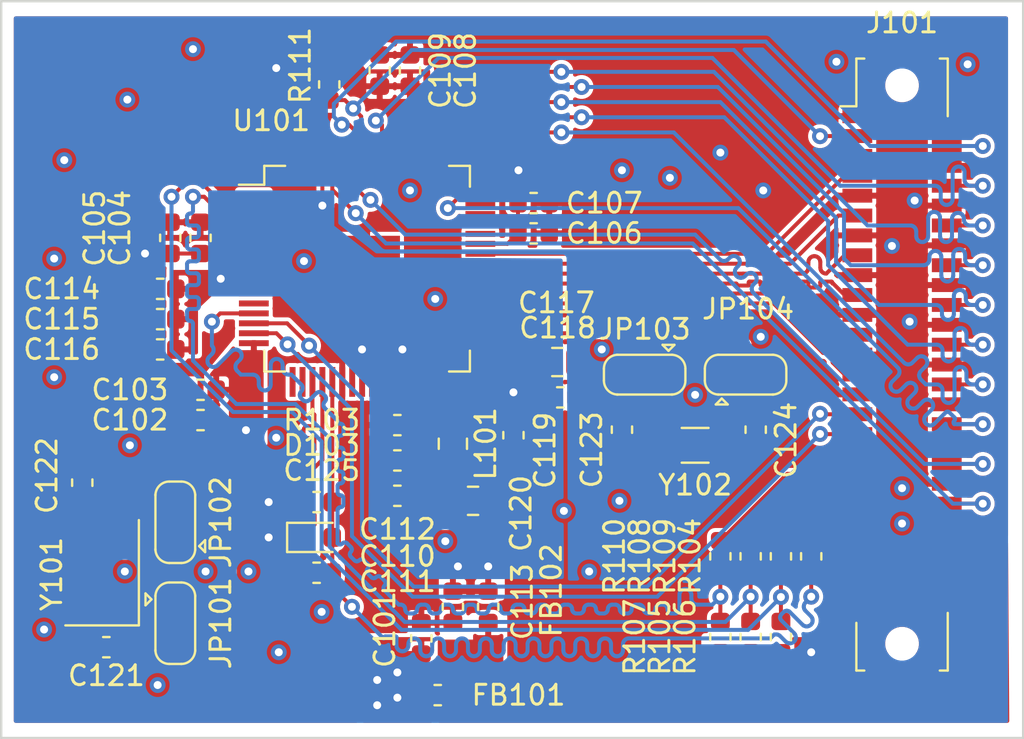
<source format=kicad_pcb>
(kicad_pcb (version 20171130) (host pcbnew 5.1.6-c6e7f7d~87~ubuntu20.04.1)
  (layers (0 F.Cu signal) (1 In1.Cu power hide) (2 In2.Cu power hide) (31 B.Cu signal) (35 F.Paste user hide) (37 F.SilkS user) (39 F.Mask user hide) (44 Edge.Cuts user))
  (net 0 "")
  (net 1 GND)
  (net 2 /OSC_IN)
  (net 3 /OSC_RTC_IN)
  (net 4 /VDD)
  (net 5 /VDDA)
  (net 6 /OSC_OUT)
  (net 7 /OSC_RTC_OUT)
  (net 8 /~SWD_RESET)
  (net 9 /FB)
  (net 10 +3V3)
  (net 11 /SWD_CLK)
  (net 12 /SWD_IO)
  (net 13 /SWD_TRACESWO)
  (net 14 /HS_SPI_SCK)
  (net 15 /HS_SPI_MISO)
  (net 16 /HS_SPI_MOSI)
  (net 17 /~HS_SPI_SSEL1)
  (net 18 /~HS_SPI_IRQ)
  (net 19 /~SP_RESET)
  (net 20 /FC0_TXD)
  (net 21 /FC0_RXD)
  (net 22 /FC3_SCK)
  (net 23 /PIO0_4)
  (net 24 /FC3_RXD_DSA_MOSI)
  (net 25 /FC3_TXD_SCL_MISO)
  (net 26 /PIO0_25)
  (net 27 /PIO0_22)
  (net 28 /FC3_RTS_SCLX_SSEL1)
  (net 29 /FC3_CTS_SDAX_SSEL0)
  (net 30 /LX)
  (net 31 /~RESET)
  (net 32 /PIO0_11)
  (net 33 /PIO0_12)
  (net 34 /PIO0_10)
  (net 35 /SCT0_OUT3)
  (net 36 /SCT0_OUT2)
  (net 37 /ISP0)
  (module Crystal:Crystal_SMD_5032-4Pin_5.0x3.2mm (layer F.Cu) (at 70.485 78.8035 90)
    (fp_text reference Y101 (at -0.0635 -2.54 90) (layer F.SilkS))
    (fp_text value 16MHz)
    (pad 4 smd rect (at -1.65 -1 90) (size 1.6 1.3) (layers F.Cu F.Paste F.Mask))
    (pad 3 smd rect (at 1.65 -1 90) (size 1.6 1.3) (layers F.Cu F.Paste F.Mask) (net 6 /OSC_OUT))
    (pad 2 smd rect (at 1.65 1 90) (size 1.6 1.3) (layers F.Cu F.Paste F.Mask))
    (pad 1 smd rect (at -1.65 1 90) (size 1.6 1.3) (layers F.Cu F.Paste F.Mask) (net 2 /OSC_IN))
  )
  (module Crystal:Crystal_SMD_3215-2Pin_3.2x1.5mm (layer F.Cu) (at 100.33 72.39 180)
    (fp_text reference Y102 (at 0 -2) (layer F.SilkS))
    (fp_text value 32.768kHz)
    (pad 2 smd rect (at -1.25 0 180) (size 1 1.8) (layers F.Cu F.Paste F.Mask) (net 7 /OSC_RTC_OUT))
    (pad 1 smd rect (at 1.25 0 180) (size 1 1.8) (layers F.Cu F.Paste F.Mask) (net 3 /OSC_RTC_IN))
  )
  (module Capacitor_SMD:C_0603_1608Metric (layer F.Cu) (at 85.979 53.5305 90)
    (fp_text reference C108 (at 0 2.794 90) (layer F.SilkS))
    (fp_text value 0.1uF)
    (pad 2 smd roundrect (at 0.7875 0 90) (size 0.875 0.95) (layers F.Cu F.Paste F.Mask) (net 1 GND))
    (pad 1 smd roundrect (at -0.7875 0 90) (size 0.875 0.95) (layers F.Cu F.Paste F.Mask) (net 4 /VDD))
  )
  (module Resistor_SMD:R_0603_1608Metric (layer F.Cu) (at 106.172 77.978 90)
    (fp_text reference R104 (at 0 -6.096 90) (layer F.SilkS))
    (fp_text value 100R)
    (pad 2 smd roundrect (at 0.7875 0 90) (size 0.875 0.95) (layers F.Cu F.Paste F.Mask) (net 8 /~SWD_RESET))
    (pad 1 smd roundrect (at -0.7875 0 90) (size 0.875 0.95) (layers F.Cu F.Paste F.Mask) (net 31 /~RESET))
  )
  (module "hirose-df9:Hirose_DF9-51S-1V(69)_2Rows_51Pin-2MP_P1.0mm_Vertical" (layer F.Cu) (at 110.744 68.326)
    (fp_text reference J101 (at 0 -17.2) (layer F.SilkS))
    (fp_text value Conn_2Rows-51Pins)
    (pad MP smd custom (at 0 15.5 180) (size 1 1) (layers F.Cu F.Paste F.Mask) (options (clearance outline) (anchor rect)) (primitives (gr_poly (pts (xy 1.7 0.8) (xy 0 0.4) (xy -1.7 0.8) (xy -1.7 -0.5) (xy 1.7 -0.5)) (width 0))))
    (pad MP smd custom (at 0 -15.5) (size 1 1) (layers F.Cu F.Paste F.Mask) (options (clearance outline) (anchor rect)) (primitives (gr_poly (pts (xy 1.7 0.8) (xy 0 0.4) (xy -1.7 0.8) (xy -1.7 -0.5) (xy 1.7 -0.5)) (width 0))))
    (pad "" np_thru_hole circle (at 0 -14.05 270) (size 1.3 1.3) (drill 1.3) (layers *.Cu *.Mask))
    (pad "" np_thru_hole circle (at 0 14.05 270) (size 1.3 1.3) (drill 1.3) (layers *.Cu *.Mask))
    (pad 1 smd rect (at -2.25 -12.5 270) (size 0.7 1.5) (layers F.Cu F.Paste F.Mask) (net 1 GND))
    (pad 3 smd rect (at -2.25 -11.5 270) (size 0.7 1.5) (layers F.Cu F.Paste F.Mask) (net 37 /ISP0))
    (pad 5 smd rect (at -2.25 -10.5 270) (size 0.7 1.5) (layers F.Cu F.Paste F.Mask) (net 1 GND))
    (pad 7 smd rect (at -2.25 -9.5 270) (size 0.7 1.5) (layers F.Cu F.Paste F.Mask) (net 15 /HS_SPI_MISO))
    (pad 9 smd rect (at -2.25 -8.5 270) (size 0.7 1.5) (layers F.Cu F.Paste F.Mask) (net 1 GND))
    (pad 11 smd rect (at -2.25 -7.5 270) (size 0.7 1.5) (layers F.Cu F.Paste F.Mask) (net 14 /HS_SPI_SCK))
    (pad 13 smd rect (at -2.25 -6.5 270) (size 0.7 1.5) (layers F.Cu F.Paste F.Mask) (net 1 GND))
    (pad 15 smd rect (at -2.25 -5.5 270) (size 0.7 1.5) (layers F.Cu F.Paste F.Mask) (net 16 /HS_SPI_MOSI))
    (pad 17 smd rect (at -2.25 -4.5 270) (size 0.7 1.5) (layers F.Cu F.Paste F.Mask) (net 1 GND))
    (pad 19 smd rect (at -2.25 -3.5 270) (size 0.7 1.5) (layers F.Cu F.Paste F.Mask) (net 17 /~HS_SPI_SSEL1))
    (pad 21 smd rect (at -2.25 -2.5 270) (size 0.7 1.5) (layers F.Cu F.Paste F.Mask) (net 1 GND))
    (pad 23 smd rect (at -2.25 -1.5 270) (size 0.7 1.5) (layers F.Cu F.Paste F.Mask) (net 18 /~HS_SPI_IRQ))
    (pad 25 smd rect (at -2.25 -0.5 270) (size 0.7 1.5) (layers F.Cu F.Paste F.Mask) (net 1 GND))
    (pad 27 smd rect (at -2.25 0.5 270) (size 0.7 1.5) (layers F.Cu F.Paste F.Mask) (net 19 /~SP_RESET))
    (pad 29 smd rect (at -2.25 1.5 270) (size 0.7 1.5) (layers F.Cu F.Paste F.Mask) (net 1 GND))
    (pad 31 smd rect (at -2.25 2.5 270) (size 0.7 1.5) (layers F.Cu F.Paste F.Mask) (net 36 /SCT0_OUT2))
    (pad 33 smd rect (at -2.25 3.5 270) (size 0.7 1.5) (layers F.Cu F.Paste F.Mask) (net 35 /SCT0_OUT3))
    (pad 35 smd rect (at -2.25 4.5 270) (size 0.7 1.5) (layers F.Cu F.Paste F.Mask) (net 1 GND))
    (pad 37 smd rect (at -2.25 5.5 270) (size 0.7 1.5) (layers F.Cu F.Paste F.Mask) (net 13 /SWD_TRACESWO))
    (pad 39 smd rect (at -2.25 6.5 270) (size 0.7 1.5) (layers F.Cu F.Paste F.Mask) (net 11 /SWD_CLK))
    (pad 41 smd rect (at -2.25 7.5 270) (size 0.7 1.5) (layers F.Cu F.Paste F.Mask) (net 12 /SWD_IO))
    (pad 43 smd rect (at -2.25 8.5 270) (size 0.7 1.5) (layers F.Cu F.Paste F.Mask) (net 8 /~SWD_RESET))
    (pad 45 smd rect (at -2.25 9.5 270) (size 0.7 1.5) (layers F.Cu F.Paste F.Mask) (net 1 GND))
    (pad 47 smd rect (at -2.25 10.5 270) (size 0.7 1.5) (layers F.Cu F.Paste F.Mask) (net 10 +3V3))
    (pad 49 smd rect (at -2.25 11.5 270) (size 0.7 1.5) (layers F.Cu F.Paste F.Mask) (net 10 +3V3))
    (pad 51 smd rect (at -2.25 12.5 270) (size 0.7 1.5) (layers F.Cu F.Paste F.Mask) (net 10 +3V3))
    (pad 50 smd rect (at 2.25 12 270) (size 0.7 1.5) (layers F.Cu F.Paste F.Mask) (net 10 +3V3))
    (pad 48 smd rect (at 2.25 11 270) (size 0.7 1.5) (layers F.Cu F.Paste F.Mask) (net 10 +3V3))
    (pad 46 smd rect (at 2.25 10 270) (size 0.7 1.5) (layers F.Cu F.Paste F.Mask) (net 10 +3V3))
    (pad 44 smd rect (at 2.25 9 270) (size 0.7 1.5) (layers F.Cu F.Paste F.Mask) (net 10 +3V3))
    (pad 42 smd rect (at 2.25 8 270) (size 0.7 1.5) (layers F.Cu F.Paste F.Mask) (net 1 GND))
    (pad 40 smd rect (at 2.25 7 270) (size 0.7 1.5) (layers F.Cu F.Paste F.Mask) (net 20 /FC0_TXD))
    (pad 38 smd rect (at 2.25 6 270) (size 0.7 1.5) (layers F.Cu F.Paste F.Mask) (net 1 GND))
    (pad 36 smd rect (at 2.25 5 270) (size 0.7 1.5) (layers F.Cu F.Paste F.Mask) (net 21 /FC0_RXD))
    (pad 34 smd rect (at 2.25 4 270) (size 0.7 1.5) (layers F.Cu F.Paste F.Mask) (net 1 GND))
    (pad 32 smd rect (at 2.25 3 270) (size 0.7 1.5) (layers F.Cu F.Paste F.Mask) (net 29 /FC3_CTS_SDAX_SSEL0))
    (pad 30 smd rect (at 2.25 2 270) (size 0.7 1.5) (layers F.Cu F.Paste F.Mask) (net 1 GND))
    (pad 28 smd rect (at 2.25 1 270) (size 0.7 1.5) (layers F.Cu F.Paste F.Mask) (net 28 /FC3_RTS_SCLX_SSEL1))
    (pad 26 smd rect (at 2.25 0 270) (size 0.7 1.5) (layers F.Cu F.Paste F.Mask) (net 1 GND))
    (pad 24 smd rect (at 2.25 -1 270) (size 0.7 1.5) (layers F.Cu F.Paste F.Mask) (net 27 /PIO0_22))
    (pad 22 smd rect (at 2.25 -2 270) (size 0.7 1.5) (layers F.Cu F.Paste F.Mask) (net 1 GND))
    (pad 20 smd rect (at 2.25 -3 270) (size 0.7 1.5) (layers F.Cu F.Paste F.Mask) (net 26 /PIO0_25))
    (pad 18 smd rect (at 2.25 -4 270) (size 0.7 1.5) (layers F.Cu F.Paste F.Mask) (net 1 GND))
    (pad 16 smd rect (at 2.25 -5 270) (size 0.7 1.5) (layers F.Cu F.Paste F.Mask) (net 25 /FC3_TXD_SCL_MISO))
    (pad 14 smd rect (at 2.25 -6 270) (size 0.7 1.5) (layers F.Cu F.Paste F.Mask) (net 1 GND))
    (pad 12 smd rect (at 2.25 -7 270) (size 0.7 1.5) (layers F.Cu F.Paste F.Mask) (net 24 /FC3_RXD_DSA_MOSI))
    (pad 10 smd rect (at 2.25 -8 270) (size 0.7 1.5) (layers F.Cu F.Paste F.Mask) (net 1 GND))
    (pad 8 smd rect (at 2.25 -9 270) (size 0.7 1.5) (layers F.Cu F.Paste F.Mask) (net 23 /PIO0_4))
    (pad 6 smd rect (at 2.25 -10 270) (size 0.7 1.5) (layers F.Cu F.Paste F.Mask) (net 1 GND))
    (pad 4 smd rect (at 2.25 -11 270) (size 0.7 1.5) (layers F.Cu F.Paste F.Mask) (net 22 /FC3_SCK))
    (pad 2 smd rect (at 2.25 -12 270) (size 0.7 1.5) (layers F.Cu F.Paste F.Mask) (net 1 GND))
  )
  (module Capacitor_SMD:C_0603_1608Metric (layer F.Cu) (at 84.455 53.5305 90)
    (fp_text reference C109 (at 0 3.048 90) (layer F.SilkS))
    (fp_text value 10nF)
    (pad 2 smd roundrect (at 0.7875 0 90) (size 0.875 0.95) (layers F.Cu F.Paste F.Mask) (net 1 GND))
    (pad 1 smd roundrect (at -0.7875 0 90) (size 0.875 0.95) (layers F.Cu F.Paste F.Mask) (net 4 /VDD))
  )
  (module Capacitor_SMD:C_0603_1608Metric (layer F.Cu) (at 73.914 61.9505 90)
    (fp_text reference C105 (at 0.4825 -3.81 90) (layer F.SilkS))
    (fp_text value 10nF)
    (pad 2 smd roundrect (at 0.7875 0 90) (size 0.875 0.95) (layers F.Cu F.Paste F.Mask) (net 1 GND))
    (pad 1 smd roundrect (at -0.7875 0 90) (size 0.875 0.95) (layers F.Cu F.Paste F.Mask) (net 4 /VDD))
  )
  (module Capacitor_SMD:C_0603_1608Metric (layer F.Cu) (at 88.138 80.518 270)
    (fp_text reference C113 (at -0.254 -3.4925 90) (layer F.SilkS))
    (fp_text value 4.7uF)
    (pad 2 smd roundrect (at 0.7875 0 270) (size 0.875 0.95) (layers F.Cu F.Paste F.Mask) (net 1 GND))
    (pad 1 smd roundrect (at -0.7875 0 270) (size 0.875 0.95) (layers F.Cu F.Paste F.Mask) (net 5 /VDDA))
  )
  (module lpc55:HTQFP-64-1EP_10x10mm_P0.5mm_EP3.6x3.6mm (layer F.Cu) (at 83.82 63.5)
    (fp_text reference U101 (at -4.826 -7.45) (layer F.SilkS))
    (fp_text value LPC55S28JBD64)
    (pad 65 smd rect (at 0 0 180) (size 3.31 3.31) (layers F.Cu F.Mask) (net 1 GND))
    (pad 64 smd rect (at -3.75 -5.7 90) (size 1.5 0.3) (layers F.Cu F.Paste F.Mask) (net 1 GND))
    (pad 63 smd rect (at -3.25 -5.7 90) (size 1.5 0.3) (layers F.Cu F.Paste F.Mask))
    (pad 62 smd rect (at -2.75 -5.7 90) (size 1.5 0.3) (layers F.Cu F.Paste F.Mask))
    (pad 61 smd rect (at -2.25 -5.7 90) (size 1.5 0.3) (layers F.Cu F.Paste F.Mask) (net 5 /VDDA))
    (pad 60 smd rect (at -1.75 -5.7 90) (size 1.5 0.3) (layers F.Cu F.Paste F.Mask) (net 20 /FC0_TXD))
    (pad 59 smd rect (at -1.25 -5.7 90) (size 1.5 0.3) (layers F.Cu F.Paste F.Mask) (net 21 /FC0_RXD))
    (pad 58 smd rect (at -0.75 -5.7 90) (size 1.5 0.3) (layers F.Cu F.Paste F.Mask))
    (pad 57 smd rect (at -0.25 -5.7 90) (size 1.5 0.3) (layers F.Cu F.Paste F.Mask) (net 22 /FC3_SCK))
    (pad 56 smd rect (at 0.25 -5.7 90) (size 1.5 0.3) (layers F.Cu F.Paste F.Mask) (net 37 /ISP0))
    (pad 55 smd rect (at 0.75 -5.7 90) (size 1.5 0.3) (layers F.Cu F.Paste F.Mask) (net 23 /PIO0_4))
    (pad 54 smd rect (at 1.25 -5.7 90) (size 1.5 0.3) (layers F.Cu F.Paste F.Mask) (net 4 /VDD))
    (pad 53 smd rect (at 1.75 -5.7 90) (size 1.5 0.3) (layers F.Cu F.Paste F.Mask) (net 24 /FC3_RXD_DSA_MOSI))
    (pad 52 smd rect (at 2.25 -5.7 90) (size 1.5 0.3) (layers F.Cu F.Paste F.Mask) (net 25 /FC3_TXD_SCL_MISO))
    (pad 51 smd rect (at 2.75 -5.7 90) (size 1.5 0.3) (layers F.Cu F.Paste F.Mask) (net 26 /PIO0_25))
    (pad 50 smd rect (at 3.25 -5.7 90) (size 1.5 0.3) (layers F.Cu F.Paste F.Mask) (net 27 /PIO0_22))
    (pad 49 smd rect (at 3.75 -5.7 90) (size 1.5 0.3) (layers F.Cu F.Paste F.Mask) (net 28 /FC3_RTS_SCLX_SSEL1))
    (pad 48 smd rect (at 5.7 -3.75) (size 1.5 0.3) (layers F.Cu F.Paste F.Mask) (net 29 /FC3_CTS_SDAX_SSEL0))
    (pad 47 smd rect (at 5.7 -3.25) (size 1.5 0.3) (layers F.Cu F.Paste F.Mask))
    (pad 46 smd rect (at 5.7 -2.75) (size 1.5 0.3) (layers F.Cu F.Paste F.Mask))
    (pad 45 smd rect (at 5.7 -2.25) (size 1.5 0.3) (layers F.Cu F.Paste F.Mask))
    (pad 44 smd rect (at 5.7 -1.75) (size 1.5 0.3) (layers F.Cu F.Paste F.Mask))
    (pad 43 smd rect (at 5.7 -1.25) (size 1.5 0.3) (layers F.Cu F.Paste F.Mask) (net 4 /VDD))
    (pad 42 smd rect (at 5.7 -0.75) (size 1.5 0.3) (layers F.Cu F.Paste F.Mask) (net 15 /HS_SPI_MISO))
    (pad 41 smd rect (at 5.7 -0.25) (size 1.5 0.3) (layers F.Cu F.Paste F.Mask) (net 14 /HS_SPI_SCK))
    (pad 40 smd rect (at 5.7 0.25) (size 1.5 0.3) (layers F.Cu F.Paste F.Mask) (net 16 /HS_SPI_MOSI))
    (pad 39 smd rect (at 5.7 0.75) (size 1.5 0.3) (layers F.Cu F.Paste F.Mask) (net 17 /~HS_SPI_SSEL1))
    (pad 38 smd rect (at 5.7 1.25) (size 1.5 0.3) (layers F.Cu F.Paste F.Mask) (net 18 /~HS_SPI_IRQ))
    (pad 37 smd rect (at 5.7 1.75) (size 1.5 0.3) (layers F.Cu F.Paste F.Mask) (net 19 /~SP_RESET))
    (pad 36 smd rect (at 5.7 2.25) (size 1.5 0.3) (layers F.Cu F.Paste F.Mask))
    (pad 35 smd rect (at 5.7 2.75) (size 1.5 0.3) (layers F.Cu F.Paste F.Mask) (net 7 /OSC_RTC_OUT))
    (pad 34 smd rect (at 5.7 3.25) (size 1.5 0.3) (layers F.Cu F.Paste F.Mask) (net 3 /OSC_RTC_IN))
    (pad 33 smd rect (at 5.7 3.75) (size 1.5 0.3) (layers F.Cu F.Paste F.Mask) (net 5 /VDDA))
    (pad 32 smd rect (at 3.75 5.7 90) (size 1.5 0.3) (layers F.Cu F.Paste F.Mask) (net 5 /VDDA))
    (pad 31 smd rect (at 3.25 5.7 90) (size 1.5 0.3) (layers F.Cu F.Paste F.Mask) (net 30 /LX))
    (pad 30 smd rect (at 2.75 5.7 90) (size 1.5 0.3) (layers F.Cu F.Paste F.Mask) (net 1 GND))
    (pad 29 smd rect (at 2.25 5.7 90) (size 1.5 0.3) (layers F.Cu F.Paste F.Mask) (net 9 /FB))
    (pad 28 smd rect (at 1.75 5.7 90) (size 1.5 0.3) (layers F.Cu F.Paste F.Mask) (net 9 /FB))
    (pad 27 smd rect (at 1.25 5.7 90) (size 1.5 0.3) (layers F.Cu F.Paste F.Mask) (net 5 /VDDA))
    (pad 26 smd rect (at 0.75 5.7 90) (size 1.5 0.3) (layers F.Cu F.Paste F.Mask) (net 1 GND))
    (pad 25 smd rect (at 0.25 5.7 90) (size 1.5 0.3) (layers F.Cu F.Paste F.Mask) (net 5 /VDDA))
    (pad 24 smd rect (at -0.25 5.7 90) (size 1.5 0.3) (layers F.Cu F.Paste F.Mask))
    (pad 23 smd rect (at -0.75 5.7 90) (size 1.5 0.3) (layers F.Cu F.Paste F.Mask))
    (pad 22 smd rect (at -1.25 5.7 90) (size 1.5 0.3) (layers F.Cu F.Paste F.Mask) (net 1 GND))
    (pad 21 smd rect (at -1.75 5.7 90) (size 1.5 0.3) (layers F.Cu F.Paste F.Mask) (net 31 /~RESET))
    (pad 20 smd rect (at -2.25 5.7 90) (size 1.5 0.3) (layers F.Cu F.Paste F.Mask) (net 2 /OSC_IN))
    (pad 19 smd rect (at -2.75 5.7 90) (size 1.5 0.3) (layers F.Cu F.Paste F.Mask) (net 6 /OSC_OUT))
    (pad 18 smd rect (at -3.25 5.7 90) (size 1.5 0.3) (layers F.Cu F.Paste F.Mask))
    (pad 17 smd rect (at -3.75 5.7 90) (size 1.5 0.3) (layers F.Cu F.Paste F.Mask))
    (pad 16 smd rect (at -5.7 3.75) (size 1.5 0.3) (layers F.Cu F.Paste F.Mask) (net 4 /VDD))
    (pad 15 smd rect (at -5.7 3.25) (size 1.5 0.3) (layers F.Cu F.Paste F.Mask) (net 35 /SCT0_OUT3))
    (pad 14 smd rect (at -5.7 2.75) (size 1.5 0.3) (layers F.Cu F.Paste F.Mask) (net 36 /SCT0_OUT2))
    (pad 13 smd rect (at -5.7 2.25) (size 1.5 0.3) (layers F.Cu F.Paste F.Mask) (net 34 /PIO0_10))
    (pad 12 smd rect (at -5.7 1.75) (size 1.5 0.3) (layers F.Cu F.Paste F.Mask))
    (pad 11 smd rect (at -5.7 1.25) (size 1.5 0.3) (layers F.Cu F.Paste F.Mask) (net 1 GND))
    (pad 10 smd rect (at -5.7 0.75) (size 1.5 0.3) (layers F.Cu F.Paste F.Mask) (net 5 /VDDA))
    (pad 9 smd rect (at -5.7 0.25) (size 1.5 0.3) (layers F.Cu F.Paste F.Mask) (net 5 /VDDA))
    (pad 8 smd rect (at -5.7 -0.25) (size 1.5 0.3) (layers F.Cu F.Paste F.Mask) (net 4 /VDD))
    (pad 7 smd rect (at -5.7 -0.75) (size 1.5 0.3) (layers F.Cu F.Paste F.Mask))
    (pad 6 smd rect (at -5.7 -1.25) (size 1.5 0.3) (layers F.Cu F.Paste F.Mask) (net 32 /PIO0_11))
    (pad 5 smd rect (at -5.7 -1.75) (size 1.5 0.3) (layers F.Cu F.Paste F.Mask) (net 33 /PIO0_12))
    (pad 4 smd rect (at -5.7 -2.25) (size 1.5 0.3) (layers F.Cu F.Paste F.Mask))
    (pad 3 smd rect (at -5.7 -2.75) (size 1.5 0.3) (layers F.Cu F.Paste F.Mask))
    (pad 2 smd rect (at -5.7 -3.25) (size 1.5 0.3) (layers F.Cu F.Paste F.Mask))
    (pad 1 smd rect (at -5.7 -3.75) (size 1.5 0.3) (layers F.Cu F.Paste F.Mask))
  )
  (module Resistor_SMD:R_0603_1608Metric (layer F.Cu) (at 101.6 77.978 90)
    (fp_text reference R110 (at 0 -5.334 90) (layer F.SilkS))
    (fp_text value 100R)
    (pad 2 smd roundrect (at 0.7875 0 90) (size 0.875 0.95) (layers F.Cu F.Paste F.Mask) (net 13 /SWD_TRACESWO))
    (pad 1 smd roundrect (at -0.7875 0 90) (size 0.875 0.95) (layers F.Cu F.Paste F.Mask) (net 34 /PIO0_10))
  )
  (module Resistor_SMD:R_0603_1608Metric (layer F.Cu) (at 104.648 77.978 90)
    (fp_text reference R109 (at 0 -5.842 90) (layer F.SilkS))
    (fp_text value 100R)
    (pad 2 smd roundrect (at 0.7875 0 90) (size 0.875 0.95) (layers F.Cu F.Paste F.Mask) (net 12 /SWD_IO))
    (pad 1 smd roundrect (at -0.7875 0 90) (size 0.875 0.95) (layers F.Cu F.Paste F.Mask) (net 33 /PIO0_12))
  )
  (module Resistor_SMD:R_0603_1608Metric (layer F.Cu) (at 103.124 77.978 90)
    (fp_text reference R108 (at 0 -5.588 90) (layer F.SilkS))
    (fp_text value 100R)
    (pad 2 smd roundrect (at 0.7875 0 90) (size 0.875 0.95) (layers F.Cu F.Paste F.Mask) (net 11 /SWD_CLK))
    (pad 1 smd roundrect (at -0.7875 0 90) (size 0.875 0.95) (layers F.Cu F.Paste F.Mask) (net 32 /PIO0_11))
  )
  (module Resistor_SMD:R_0603_1608Metric (layer F.Cu) (at 101.6 82.042 90)
    (fp_text reference R107 (at 0 -4.318 90) (layer F.SilkS))
    (fp_text value 100kR)
    (pad 2 smd roundrect (at 0.7875 0 90) (size 0.875 0.95) (layers F.Cu F.Paste F.Mask) (net 34 /PIO0_10))
    (pad 1 smd roundrect (at -0.7875 0 90) (size 0.875 0.95) (layers F.Cu F.Paste F.Mask) (net 4 /VDD))
  )
  (module Resistor_SMD:R_0603_1608Metric (layer F.Cu) (at 104.648 82.042 90)
    (fp_text reference R106 (at 0 -4.826 90) (layer F.SilkS))
    (fp_text value 100kR)
    (pad 2 smd roundrect (at 0.7875 0 90) (size 0.875 0.95) (layers F.Cu F.Paste F.Mask) (net 33 /PIO0_12))
    (pad 1 smd roundrect (at -0.7875 0 90) (size 0.875 0.95) (layers F.Cu F.Paste F.Mask) (net 4 /VDD))
  )
  (module Resistor_SMD:R_0603_1608Metric (layer F.Cu) (at 103.124 82.042 90)
    (fp_text reference R105 (at 0 -4.572 90) (layer F.SilkS))
    (fp_text value 100kR)
    (pad 2 smd roundrect (at 0.7875 0 90) (size 0.875 0.95) (layers F.Cu F.Paste F.Mask) (net 32 /PIO0_11))
    (pad 1 smd roundrect (at -0.7875 0 90) (size 0.875 0.95) (layers F.Cu F.Paste F.Mask) (net 4 /VDD))
  )
  (module Resistor_SMD:R_0603_1608Metric (layer F.Cu) (at 81.28 75.2475)
    (fp_text reference R103 (at 0.254 -4.1275) (layer F.SilkS))
    (fp_text value 100kR)
    (pad 2 smd roundrect (at 0.7875 0) (size 0.875 0.95) (layers F.Cu F.Paste F.Mask) (net 31 /~RESET))
    (pad 1 smd roundrect (at -0.7875 0) (size 0.875 0.95) (layers F.Cu F.Paste F.Mask) (net 4 /VDD))
  )
  (module Resistor_SMD:R_0603_1608Metric (layer F.Cu) (at 81.915 54.229 270)
    (fp_text reference R111 (at -0.9525 1.4605 90) (layer F.SilkS))
    (fp_text value 100kR)
    (pad 2 smd roundrect (at 0.7875 0 270) (size 0.875 0.95) (layers F.Cu F.Paste F.Mask) (net 37 /ISP0))
    (pad 1 smd roundrect (at -0.7875 0 270) (size 0.875 0.95) (layers F.Cu F.Paste F.Mask) (net 4 /VDD))
  )
  (module Inductor_SMD:L_0805_2012Metric (layer F.Cu) (at 88.138 72.3115 270)
    (fp_text reference L101 (at 0 -1.65 90) (layer F.SilkS))
    (fp_text value 4.7uH)
    (pad 2 smd roundrect (at 0.9375 0 270) (size 0.975 1.4) (layers F.Cu F.Paste F.Mask) (net 9 /FB))
    (pad 1 smd roundrect (at -0.9375 0 270) (size 0.975 1.4) (layers F.Cu F.Paste F.Mask) (net 30 /LX))
  )
  (module Jumper:SolderJumper-3_P1.3mm_Bridged12_RoundedPad1.0x1.5mm (layer F.Cu) (at 102.87 68.834)
    (fp_text reference JP104 (at 0.127 -3.302 180) (layer F.SilkS))
    (fp_text value SolderJumper_3_Bridged12)
    (fp_poly (pts (xy -0.9 -0.3) (xy -0.4 -0.3) (xy -0.4 0.3) (xy -0.9 0.3)) (layer F.Cu) (width 0))
    (pad 1 smd custom (at -1.3 0) (size 1 0.5) (layers F.Cu F.Mask) (net 7 /OSC_RTC_OUT) (options (clearance outline) (anchor rect)) (primitives (gr_circle (center 0 0.25) (end 0.5 0.25) (width 0)) (gr_circle (center 0 -0.25) (end 0.5 -0.25) (width 0)) (gr_poly (pts (xy 0.55 -0.75) (xy 0 -0.75) (xy 0 0.75) (xy 0.55 0.75)) (width 0))))
    (pad 2 smd rect (at 0 0) (size 1 1.5) (layers F.Cu F.Mask))
    (pad 3 smd custom (at 1.3 0) (size 1 0.5) (layers F.Cu F.Mask) (options (clearance outline) (anchor rect)) (primitives (gr_circle (center 0 0.25) (end 0.5 0.25) (width 0)) (gr_circle (center 0 -0.25) (end 0.5 -0.25) (width 0)) (gr_poly (pts (xy -0.55 -0.75) (xy 0 -0.75) (xy 0 0.75) (xy -0.55 0.75)) (width 0))))
  )
  (module Jumper:SolderJumper-3_P1.3mm_Bridged12_RoundedPad1.0x1.5mm (layer F.Cu) (at 97.79 68.834 180)
    (fp_text reference JP103 (at 0 2.286 180) (layer F.SilkS))
    (fp_text value SolderJumper_3_Bridged12)
    (fp_poly (pts (xy -0.9 -0.3) (xy -0.4 -0.3) (xy -0.4 0.3) (xy -0.9 0.3)) (layer F.Cu) (width 0))
    (pad 3 smd custom (at 1.3 0 180) (size 1 0.5) (layers F.Cu F.Mask) (net 1 GND) (options (clearance outline) (anchor rect)) (primitives (gr_circle (center 0 0.25) (end 0.5 0.25) (width 0)) (gr_circle (center 0 -0.25) (end 0.5 -0.25) (width 0)) (gr_poly (pts (xy -0.55 -0.75) (xy 0 -0.75) (xy 0 0.75) (xy -0.55 0.75)) (width 0))))
    (pad 2 smd rect (at 0 0 180) (size 1 1.5) (layers F.Cu F.Mask))
    (pad 1 smd custom (at -1.3 0 180) (size 1 0.5) (layers F.Cu F.Mask) (net 3 /OSC_RTC_IN) (options (clearance outline) (anchor rect)) (primitives (gr_circle (center 0 0.25) (end 0.5 0.25) (width 0)) (gr_circle (center 0 -0.25) (end 0.5 -0.25) (width 0)) (gr_poly (pts (xy 0.55 -0.75) (xy 0 -0.75) (xy 0 0.75) (xy 0.55 0.75)) (width 0))))
  )
  (module Jumper:SolderJumper-3_P1.3mm_Bridged12_RoundedPad1.0x1.5mm (layer F.Cu) (at 74.168 76.2635 90)
    (fp_text reference JP102 (at 0 2.286 90) (layer F.SilkS))
    (fp_text value SolderJumper_3_Bridged12)
    (fp_poly (pts (xy -0.9 -0.3) (xy -0.4 -0.3) (xy -0.4 0.3) (xy -0.9 0.3)) (layer F.Cu) (width 0))
    (pad 1 smd custom (at -1.3 0 90) (size 1 0.5) (layers F.Cu F.Mask) (net 6 /OSC_OUT) (options (clearance outline) (anchor rect)) (primitives (gr_circle (center 0 0.25) (end 0.5 0.25) (width 0)) (gr_circle (center 0 -0.25) (end 0.5 -0.25) (width 0)) (gr_poly (pts (xy 0.55 -0.75) (xy 0 -0.75) (xy 0 0.75) (xy 0.55 0.75)) (width 0))))
    (pad 2 smd rect (at 0 0 90) (size 1 1.5) (layers F.Cu F.Mask) (net 6 /OSC_OUT))
    (pad 3 smd custom (at 1.3 0 90) (size 1 0.5) (layers F.Cu F.Mask) (options (clearance outline) (anchor rect)) (primitives (gr_circle (center 0 0.25) (end 0.5 0.25) (width 0)) (gr_circle (center 0 -0.25) (end 0.5 -0.25) (width 0)) (gr_poly (pts (xy -0.55 -0.75) (xy 0 -0.75) (xy 0 0.75) (xy -0.55 0.75)) (width 0))))
  )
  (module Jumper:SolderJumper-3_P1.3mm_Bridged12_RoundedPad1.0x1.5mm (layer F.Cu) (at 74.168 81.3435 270)
    (fp_text reference JP101 (at 0 -2.286 90) (layer F.SilkS))
    (fp_text value SolderJumper_3_Bridged12)
    (fp_poly (pts (xy -0.9 -0.3) (xy -0.4 -0.3) (xy -0.4 0.3) (xy -0.9 0.3)) (layer F.Cu) (width 0))
    (pad 1 smd custom (at -1.3 0 270) (size 1 0.5) (layers F.Cu F.Mask) (net 2 /OSC_IN) (options (clearance outline) (anchor rect)) (primitives (gr_circle (center 0 0.25) (end 0.5 0.25) (width 0)) (gr_circle (center 0 -0.25) (end 0.5 -0.25) (width 0)) (gr_poly (pts (xy 0.55 -0.75) (xy 0 -0.75) (xy 0 0.75) (xy 0.55 0.75)) (width 0))))
    (pad 2 smd rect (at 0 0 270) (size 1 1.5) (layers F.Cu F.Mask) (net 2 /OSC_IN))
    (pad 3 smd custom (at 1.3 0 270) (size 1 0.5) (layers F.Cu F.Mask) (net 1 GND) (options (clearance outline) (anchor rect)) (primitives (gr_circle (center 0 0.25) (end 0.5 0.25) (width 0)) (gr_circle (center 0 -0.25) (end 0.5 -0.25) (width 0)) (gr_poly (pts (xy -0.55 -0.75) (xy 0 -0.75) (xy 0 0.75) (xy -0.55 0.75)) (width 0))))
  )
  (module Inductor_SMD:L_0603_1608Metric (layer F.Cu) (at 89.916 80.518 270)
    (fp_text reference FB102 (at -0.8255 -3.175 90) (layer F.SilkS))
    (fp_text value 600R)
    (pad 2 smd roundrect (at 0.7875 0 270) (size 0.875 0.95) (layers F.Cu F.Paste F.Mask) (net 10 +3V3))
    (pad 1 smd roundrect (at -0.7875 0 270) (size 0.875 0.95) (layers F.Cu F.Paste F.Mask) (net 5 /VDDA))
  )
  (module Inductor_SMD:L_0603_1608Metric (layer F.Cu) (at 87.376 84.963)
    (fp_text reference FB101 (at 4.064 0) (layer F.SilkS))
    (fp_text value 600R)
    (pad 2 smd roundrect (at 0.7875 0) (size 0.875 0.95) (layers F.Cu F.Paste F.Mask) (net 10 +3V3))
    (pad 1 smd roundrect (at -0.7875 0) (size 0.875 0.95) (layers F.Cu F.Paste F.Mask) (net 4 /VDD))
  )
  (module Diode_SMD:D_0603_1608Metric (layer F.Cu) (at 81.28 77.0255)
    (fp_text reference D103 (at 0.254 -4.6355) (layer F.SilkS))
    (fp_text value D)
    (pad 2 smd roundrect (at 0.7875 0) (size 0.875 0.95) (layers F.Cu F.Paste F.Mask) (net 31 /~RESET))
    (pad 1 smd roundrect (at -0.7875 0) (size 0.875 0.95) (layers F.Cu F.Paste F.Mask) (net 4 /VDD))
  )
  (module Capacitor_SMD:C_0805_2012Metric (layer F.Cu) (at 89.154 75.184)
    (fp_text reference C120 (at 2.413 0.635 90) (layer F.SilkS))
    (fp_text value 22uF)
    (pad 2 smd roundrect (at 0.9375 0) (size 0.975 1.4) (layers F.Cu F.Paste F.Mask) (net 1 GND))
    (pad 1 smd roundrect (at -0.9375 0) (size 0.975 1.4) (layers F.Cu F.Paste F.Mask) (net 9 /FB))
  )
  (module Capacitor_SMD:C_0603_1608Metric (layer F.Cu) (at 85.344 71.374 180)
    (fp_text reference C112 (at 0 -5.24) (layer F.SilkS))
    (fp_text value 2.2uF)
    (pad 2 smd roundrect (at 0.7875 0 180) (size 0.875 0.95) (layers F.Cu F.Paste F.Mask) (net 1 GND))
    (pad 1 smd roundrect (at -0.7875 0 180) (size 0.875 0.95) (layers F.Cu F.Paste F.Mask) (net 9 /FB))
  )
  (module Capacitor_SMD:C_0603_1608Metric (layer F.Cu) (at 85.344 74.93 180)
    (fp_text reference C111 (at 0 -4.318) (layer F.SilkS))
    (fp_text value 100nF)
    (pad 2 smd roundrect (at 0.7875 0 180) (size 0.875 0.95) (layers F.Cu F.Paste F.Mask) (net 1 GND))
    (pad 1 smd roundrect (at -0.7875 0 180) (size 0.875 0.95) (layers F.Cu F.Paste F.Mask) (net 9 /FB))
  )
  (module Capacitor_SMD:C_0603_1608Metric (layer F.Cu) (at 85.344 73.152 180)
    (fp_text reference C110 (at 0 -4.826) (layer F.SilkS))
    (fp_text value 47pF)
    (pad 2 smd roundrect (at 0.7875 0 180) (size 0.875 0.95) (layers F.Cu F.Paste F.Mask) (net 1 GND))
    (pad 1 smd roundrect (at -0.7875 0 180) (size 0.875 0.95) (layers F.Cu F.Paste F.Mask) (net 9 /FB))
  )
  (module Capacitor_SMD:C_0603_1608Metric (layer F.Cu) (at 92.202 60.198)
    (fp_text reference C107 (at 3.556 0) (layer F.SilkS))
    (fp_text value 10nF)
    (pad 2 smd roundrect (at 0.7875 0) (size 0.875 0.95) (layers F.Cu F.Paste F.Mask) (net 1 GND))
    (pad 1 smd roundrect (at -0.7875 0) (size 0.875 0.95) (layers F.Cu F.Paste F.Mask) (net 4 /VDD))
  )
  (module Capacitor_SMD:C_0603_1608Metric (layer F.Cu) (at 92.202 61.722)
    (fp_text reference C106 (at 3.556 0) (layer F.SilkS))
    (fp_text value 0.1uF)
    (pad 2 smd roundrect (at 0.7875 0) (size 0.875 0.95) (layers F.Cu F.Paste F.Mask) (net 1 GND))
    (pad 1 smd roundrect (at -0.7875 0) (size 0.875 0.95) (layers F.Cu F.Paste F.Mask) (net 4 /VDD))
  )
  (module Capacitor_SMD:C_0603_1608Metric (layer F.Cu) (at 91.186 71.882 270)
    (fp_text reference C119 (at 0.762 -1.5875 90) (layer F.SilkS))
    (fp_text value 47pF)
    (pad 2 smd roundrect (at 0.7875 0 270) (size 0.875 0.95) (layers F.Cu F.Paste F.Mask) (net 1 GND))
    (pad 1 smd roundrect (at -0.7875 0 270) (size 0.875 0.95) (layers F.Cu F.Paste F.Mask) (net 5 /VDDA))
  )
  (module Capacitor_SMD:C_0603_1608Metric (layer F.Cu) (at 93.5435 69.977)
    (fp_text reference C118 (at -0.135 -3.4925) (layer F.SilkS))
    (fp_text value 100nF)
    (pad 2 smd roundrect (at 0.7875 0) (size 0.875 0.95) (layers F.Cu F.Paste F.Mask) (net 1 GND))
    (pad 1 smd roundrect (at -0.7875 0) (size 0.875 0.95) (layers F.Cu F.Paste F.Mask) (net 5 /VDDA))
  )
  (module Capacitor_SMD:C_0805_2012Metric (layer F.Cu) (at 93.3935 68.199)
    (fp_text reference C117 (at -0.0485 -2.9845) (layer F.SilkS))
    (fp_text value 22uF)
    (pad 2 smd roundrect (at 0.9375 0) (size 0.975 1.4) (layers F.Cu F.Paste F.Mask) (net 1 GND))
    (pad 1 smd roundrect (at -0.9375 0) (size 0.975 1.4) (layers F.Cu F.Paste F.Mask) (net 5 /VDDA))
  )
  (module Capacitor_SMD:C_0603_1608Metric (layer F.Cu) (at 75.438 61.9505 90)
    (fp_text reference C104 (at 0.4825 -4.064 90) (layer F.SilkS))
    (fp_text value 0.1uF)
    (pad 2 smd roundrect (at 0.7875 0 90) (size 0.875 0.95) (layers F.Cu F.Paste F.Mask) (net 1 GND))
    (pad 1 smd roundrect (at -0.7875 0 90) (size 0.875 0.95) (layers F.Cu F.Paste F.Mask) (net 4 /VDD))
  )
  (module Capacitor_SMD:C_0603_1608Metric (layer F.Cu) (at 73.406 67.564 180)
    (fp_text reference C116 (at 4.953 0) (layer F.SilkS))
    (fp_text value 10nF)
    (pad 2 smd roundrect (at 0.7875 0 180) (size 0.875 0.95) (layers F.Cu F.Paste F.Mask) (net 1 GND))
    (pad 1 smd roundrect (at -0.7875 0 180) (size 0.875 0.95) (layers F.Cu F.Paste F.Mask) (net 5 /VDDA))
  )
  (module Capacitor_SMD:C_0603_1608Metric (layer F.Cu) (at 75.438 69.596 180)
    (fp_text reference C103 (at 3.556 0) (layer F.SilkS))
    (fp_text value 10nF)
    (pad 1 smd roundrect (at -0.7875 0 180) (size 0.875 0.95) (layers F.Cu F.Paste F.Mask) (net 4 /VDD))
    (pad 2 smd roundrect (at 0.7875 0 180) (size 0.875 0.95) (layers F.Cu F.Paste F.Mask) (net 1 GND))
  )
  (module Capacitor_SMD:C_0603_1608Metric (layer F.Cu) (at 81.28 78.8035 180)
    (fp_text reference C125 (at -0.254 5.1435) (layer F.SilkS))
    (fp_text value 10nF)
    (pad 2 smd roundrect (at 0.7875 0 180) (size 0.875 0.95) (layers F.Cu F.Paste F.Mask) (net 1 GND))
    (pad 1 smd roundrect (at -0.7875 0 180) (size 0.875 0.95) (layers F.Cu F.Paste F.Mask) (net 31 /~RESET))
  )
  (module Capacitor_SMD:C_0603_1608Metric (layer F.Cu) (at 73.406 66.04 180)
    (fp_text reference C115 (at 4.953 0) (layer F.SilkS))
    (fp_text value 0.1uF)
    (pad 2 smd roundrect (at 0.7875 0 180) (size 0.875 0.95) (layers F.Cu F.Paste F.Mask) (net 1 GND))
    (pad 1 smd roundrect (at -0.7875 0 180) (size 0.875 0.95) (layers F.Cu F.Paste F.Mask) (net 5 /VDDA))
  )
  (module Capacitor_SMD:C_0603_1608Metric (layer F.Cu) (at 75.438 71.12 180)
    (fp_text reference C102 (at 3.556 0) (layer F.SilkS))
    (fp_text value 0.1uF)
    (pad 2 smd roundrect (at 0.7875 0 180) (size 0.875 0.95) (layers F.Cu F.Paste F.Mask) (net 1 GND))
    (pad 1 smd roundrect (at -0.7875 0 180) (size 0.875 0.95) (layers F.Cu F.Paste F.Mask) (net 4 /VDD))
  )
  (module Capacitor_SMD:C_0603_1608Metric (layer F.Cu) (at 103.378 71.6025 90)
    (fp_text reference C124 (at -0.5335 1.524 270) (layer F.SilkS))
    (fp_text value 12pF)
    (pad 1 smd roundrect (at -0.7875 0 90) (size 0.875 0.95) (layers F.Cu F.Paste F.Mask) (net 7 /OSC_RTC_OUT))
    (pad 2 smd roundrect (at 0.7875 0 90) (size 0.875 0.95) (layers F.Cu F.Paste F.Mask) (net 1 GND))
  )
  (module Capacitor_SMD:C_0603_1608Metric (layer F.Cu) (at 69.485 74.2695 90)
    (fp_text reference C122 (at 0.3555 -1.778 90) (layer F.SilkS))
    (fp_text value 18pF)
    (pad 2 smd roundrect (at 0.7875 0 90) (size 0.875 0.95) (layers F.Cu F.Paste F.Mask) (net 1 GND))
    (pad 1 smd roundrect (at -0.7875 0 90) (size 0.875 0.95) (layers F.Cu F.Paste F.Mask) (net 6 /OSC_OUT))
  )
  (module Capacitor_SMD:C_0603_1608Metric (layer F.Cu) (at 73.406 64.516 180)
    (fp_text reference C114 (at 4.953 0) (layer F.SilkS))
    (fp_text value 47pF)
    (pad 2 smd roundrect (at 0.7875 0 180) (size 0.875 0.95) (layers F.Cu F.Paste F.Mask) (net 1 GND))
    (pad 1 smd roundrect (at -0.7875 0 180) (size 0.875 0.95) (layers F.Cu F.Paste F.Mask) (net 5 /VDDA))
  )
  (module Capacitor_SMD:C_0603_1608Metric (layer F.Cu) (at 86.5505 82.1055 90)
    (fp_text reference C101 (at 0.4445 -1.8415 90) (layer F.SilkS))
    (fp_text value 4.7uF)
    (pad 2 smd roundrect (at 0.7875 0 90) (size 0.875 0.95) (layers F.Cu F.Paste F.Mask) (net 1 GND))
    (pad 1 smd roundrect (at -0.7875 0 90) (size 0.875 0.95) (layers F.Cu F.Paste F.Mask) (net 4 /VDD))
  )
  (module Capacitor_SMD:C_0603_1608Metric (layer F.Cu) (at 96.647 71.6025 90)
    (fp_text reference C123 (at -1.016 -1.524 90) (layer F.SilkS))
    (fp_text value 12pF)
    (pad 1 smd roundrect (at -0.7875 0 90) (size 0.875 0.95) (layers F.Cu F.Paste F.Mask) (net 3 /OSC_RTC_IN))
    (pad 2 smd roundrect (at 0.7875 0 90) (size 0.875 0.95) (layers F.Cu F.Paste F.Mask) (net 1 GND))
  )
  (module Capacitor_SMD:C_0603_1608Metric (layer F.Cu) (at 70.6975 82.55 180)
    (fp_text reference C121 (at 0 -1.43) (layer F.SilkS))
    (fp_text value 18pF)
    (pad 2 smd roundrect (at 0.7875 0 180) (size 0.875 0.95) (layers F.Cu F.Paste F.Mask) (net 1 GND))
    (pad 1 smd roundrect (at -0.7875 0 180) (size 0.875 0.95) (layers F.Cu F.Paste F.Mask) (net 2 /OSC_IN))
  )
  (gr_line (start 65.405 50.038) (end 116.84 50.038) (layer Edge.Cuts) (width 0.12))
  (gr_line (start 65.405 87.122) (end 65.405 50.038) (layer Edge.Cuts) (width 0.12))
  (gr_line (start 116.84 87.122) (end 65.405 87.122) (layer Edge.Cuts) (width 0.12))
  (gr_line (start 116.84 50.038) (end 116.84 87.122) (layer Edge.Cuts) (width 0.12))
  (segment (start 84.5565 70.1635) (end 84.5565 74.93) (width 0.2) (layer F.Cu) (net 1))
  (segment (start 84.57 70.15) (end 84.5565 70.1635) (width 0.2) (layer F.Cu) (net 1))
  (segment (start 84.57 69.2) (end 84.57 70.15) (width 0.2) (layer F.Cu) (net 1))
  (via (at 110.744 76.327) (size 0.8) (drill 0.4) (layers F.Cu B.Cu) (net 1))
  (via (at 110.744 74.549) (size 0.8) (drill 0.4) (layers F.Cu B.Cu) (net 1))
  (via (at 111.125 66.167) (size 0.8) (drill 0.4) (layers F.Cu B.Cu) (net 1))
  (via (at 110.236 62.357) (size 0.8) (drill 0.4) (layers F.Cu B.Cu) (net 1))
  (via (at 111.379 60.071) (size 0.8) (drill 0.4) (layers F.Cu B.Cu) (net 1))
  (via (at 107.442 53.086) (size 0.8) (drill 0.4) (layers F.Cu B.Cu) (net 1))
  (via (at 114.046 53.213) (size 0.8) (drill 0.4) (layers F.Cu B.Cu) (net 1))
  (via (at 75.057 52.451) (size 0.8) (drill 0.4) (layers F.Cu B.Cu) (net 1))
  (via (at 71.755 54.991) (size 0.8) (drill 0.4) (layers F.Cu B.Cu) (net 1))
  (via (at 68.58 58.039) (size 0.8) (drill 0.4) (layers F.Cu B.Cu) (net 1))
  (via (at 68.072 68.961) (size 0.8) (drill 0.4) (layers F.Cu B.Cu) (net 1))
  (via (at 71.882 72.39) (size 0.8) (drill 0.4) (layers F.Cu B.Cu) (net 1))
  (via (at 73.279 84.455) (size 0.8) (drill 0.4) (layers F.Cu B.Cu) (net 1))
  (via (at 79.375 82.804) (size 0.8) (drill 0.4) (layers F.Cu B.Cu) (net 1))
  (via (at 96.52 75.184) (size 0.8) (drill 0.4) (layers F.Cu B.Cu) (net 1))
  (via (at 93.726 75.692) (size 0.8) (drill 0.4) (layers F.Cu B.Cu) (net 1))
  (via (at 94.996 78.74) (size 0.8) (drill 0.4) (layers F.Cu B.Cu) (net 1))
  (via (at 96.647 58.547) (size 0.8) (drill 0.4) (layers F.Cu B.Cu) (net 1))
  (via (at 67.564 81.661) (size 0.8) (drill 0.4) (layers F.Cu B.Cu) (net 1))
  (via (at 87.757 77.216) (size 0.8) (drill 0.4) (layers F.Cu B.Cu) (net 1))
  (via (at 80.645 63.119) (size 0.8) (drill 0.4) (layers F.Cu B.Cu) (net 1))
  (via (at 87.249 65.024) (size 0.8) (drill 0.4) (layers F.Cu B.Cu) (net 1))
  (via (at 85.979 59.563) (size 0.8) (drill 0.4) (layers F.Cu B.Cu) (net 1))
  (via (at 79.248 72.009) (size 0.8) (drill 0.4) (layers F.Cu B.Cu) (net 1))
  (via (at 103.632 66.929) (size 0.8) (drill 0.4) (layers F.Cu B.Cu) (net 1))
  (via (at 77.851 78.74) (size 0.8) (drill 0.4) (layers F.Cu B.Cu) (net 1))
  (via (at 81.534 80.772) (size 0.8) (drill 0.4) (layers F.Cu B.Cu) (net 1))
  (via (at 75.692 78.74) (size 0.8) (drill 0.4) (layers F.Cu B.Cu) (net 1))
  (via (at 71.628 78.74) (size 0.8) (drill 0.4) (layers F.Cu B.Cu) (net 1))
  (via (at 101.6 57.658) (size 0.8) (drill 0.4) (layers F.Cu B.Cu) (net 1))
  (via (at 103.759 59.563) (size 0.8) (drill 0.4) (layers F.Cu B.Cu) (net 1))
  (via (at 99.06 58.928) (size 0.8) (drill 0.4) (layers F.Cu B.Cu) (net 1))
  (via (at 100.33 69.85) (size 0.8) (drill 0.4) (layers F.Cu B.Cu) (net 1))
  (via (at 95.631 67.564) (size 0.8) (drill 0.4) (layers F.Cu B.Cu) (net 1))
  (via (at 68.072 62.992) (size 0.8) (drill 0.4) (layers F.Cu B.Cu) (net 1))
  (segment (start 81.57 73.116) (end 81.57 72.354) (width 0.2) (layer F.Cu) (net 2))
  (segment (start 80.772 73.914) (end 81.57 73.116) (width 0.2) (layer F.Cu) (net 2))
  (segment (start 81.57 72.354) (end 81.57 69.2) (width 0.2) (layer F.Cu) (net 2))
  (segment (start 77.47 73.914) (end 80.772 73.914) (width 0.2) (layer F.Cu) (net 2))
  (segment (start 76.962 74.422) (end 77.47 73.914) (width 0.2) (layer F.Cu) (net 2))
  (segment (start 76.962 79.966354) (end 76.962 74.422) (width 0.2) (layer F.Cu) (net 2))
  (segment (start 75.584854 81.3435) (end 76.962 79.966354) (width 0.2) (layer F.Cu) (net 2))
  (segment (start 74.168 81.3435) (end 75.584854 81.3435) (width 0.2) (layer F.Cu) (net 2))
  (segment (start 74.168 80.0435) (end 71.295 80.0435) (width 0.2) (layer F.Cu) (net 2))
  (segment (start 74.168 80.0435) (end 74.168 81.3435) (width 0.2) (layer F.Cu) (net 2))
  (segment (start 71.485 82.55) (end 71.485 80.4535) (width 0.3) (layer F.Cu) (net 2))
  (segment (start 97.79 68.834) (end 99.09 68.834) (width 0.2) (layer F.Cu) (net 3))
  (segment (start 97.79 67.818) (end 97.79 68.834) (width 0.2) (layer F.Cu) (net 3))
  (segment (start 98.044 67.564) (end 97.79 67.818) (width 0.2) (layer F.Cu) (net 3))
  (segment (start 100.33 66.929) (end 100.33 67.31) (width 0.2) (layer F.Cu) (net 3))
  (segment (start 100.151 66.75) (end 100.33 66.929) (width 0.2) (layer F.Cu) (net 3))
  (segment (start 96.74327 66.971703) (end 96.766862 66.986527) (width 0.2) (layer F.Cu) (net 3))
  (segment (start 97.366862 66.762321) (end 97.393161 66.753119) (width 0.2) (layer F.Cu) (net 3))
  (segment (start 100.076 67.564) (end 98.044 67.564) (width 0.2) (layer F.Cu) (net 3))
  (segment (start 96.708745 66.92841) (end 96.723569 66.952002) (width 0.2) (layer F.Cu) (net 3))
  (segment (start 96.625985 66.762321) (end 96.649577 66.777145) (width 0.2) (layer F.Cu) (net 3))
  (segment (start 96.684102 66.820438) (end 96.693304 66.846737) (width 0.2) (layer F.Cu) (net 3))
  (segment (start 97.323569 66.796846) (end 97.34327 66.777145) (width 0.2) (layer F.Cu) (net 3))
  (segment (start 96.599686 66.753119) (end 96.625985 66.762321) (width 0.2) (layer F.Cu) (net 3))
  (segment (start 100.33 67.31) (end 100.076 67.564) (width 0.2) (layer F.Cu) (net 3))
  (segment (start 96.766862 66.986527) (end 96.793161 66.995729) (width 0.2) (layer F.Cu) (net 3))
  (segment (start 96.699543 66.902111) (end 96.708745 66.92841) (width 0.2) (layer F.Cu) (net 3))
  (segment (start 96.572 66.75) (end 96.599686 66.753119) (width 0.2) (layer F.Cu) (net 3))
  (segment (start 96.723569 66.952002) (end 96.74327 66.971703) (width 0.2) (layer F.Cu) (net 3))
  (segment (start 97.172 66.998849) (end 97.199686 66.995729) (width 0.2) (layer F.Cu) (net 3))
  (segment (start 89.52 66.75) (end 96.572 66.75) (width 0.2) (layer F.Cu) (net 3))
  (segment (start 96.793161 66.995729) (end 96.820848 66.998849) (width 0.2) (layer F.Cu) (net 3))
  (segment (start 97.420848 66.75) (end 100.151 66.75) (width 0.2) (layer F.Cu) (net 3))
  (segment (start 96.820848 66.998849) (end 97.172 66.998849) (width 0.2) (layer F.Cu) (net 3))
  (segment (start 97.199686 66.995729) (end 97.225985 66.986527) (width 0.2) (layer F.Cu) (net 3))
  (segment (start 97.269278 66.952002) (end 97.284102 66.92841) (width 0.2) (layer F.Cu) (net 3))
  (segment (start 96.693304 66.846737) (end 96.699543 66.902111) (width 0.2) (layer F.Cu) (net 3))
  (segment (start 97.284102 66.92841) (end 97.293304 66.902111) (width 0.2) (layer F.Cu) (net 3))
  (segment (start 96.669278 66.796846) (end 96.684102 66.820438) (width 0.2) (layer F.Cu) (net 3))
  (segment (start 97.293304 66.902111) (end 97.299543 66.846737) (width 0.2) (layer F.Cu) (net 3))
  (segment (start 97.308745 66.820438) (end 97.323569 66.796846) (width 0.2) (layer F.Cu) (net 3))
  (segment (start 96.649577 66.777145) (end 96.669278 66.796846) (width 0.2) (layer F.Cu) (net 3))
  (segment (start 97.225985 66.986527) (end 97.249577 66.971703) (width 0.2) (layer F.Cu) (net 3))
  (segment (start 97.34327 66.777145) (end 97.366862 66.762321) (width 0.2) (layer F.Cu) (net 3))
  (segment (start 97.249577 66.971703) (end 97.269278 66.952002) (width 0.2) (layer F.Cu) (net 3))
  (segment (start 97.299543 66.846737) (end 97.308745 66.820438) (width 0.2) (layer F.Cu) (net 3))
  (segment (start 97.393161 66.753119) (end 97.420848 66.75) (width 0.2) (layer F.Cu) (net 3))
  (segment (start 96.647 72.39) (end 99.08 72.39) (width 0.2) (layer F.Cu) (net 3))
  (segment (start 99.08 68.844) (end 99.09 68.834) (width 0.2) (layer F.Cu) (net 3))
  (segment (start 99.08 72.39) (end 99.08 68.844) (width 0.2) (layer F.Cu) (net 3))
  (via (at 91.44 58.547) (size 0.8) (drill 0.4) (layers F.Cu B.Cu) (net 4))
  (via (at 72.644 62.738) (size 0.8) (drill 0.4) (layers F.Cu B.Cu) (net 4))
  (via (at 77.724 71.628) (size 0.8) (drill 0.4) (layers F.Cu B.Cu) (net 4))
  (segment (start 75.438 62.738) (end 72.644 62.738) (width 0.2) (layer F.Cu) (net 4))
  (segment (start 76.327 62.738) (end 75.438 62.738) (width 0.2) (layer F.Cu) (net 4))
  (segment (start 76.839 63.25) (end 76.327 62.738) (width 0.2) (layer F.Cu) (net 4))
  (segment (start 78.12 63.25) (end 76.839 63.25) (width 0.2) (layer F.Cu) (net 4))
  (segment (start 91.4145 58.8265) (end 91.44 58.801) (width 0.2) (layer F.Cu) (net 4))
  (segment (start 91.4145 61.722) (end 91.4145 58.5725) (width 0.2) (layer F.Cu) (net 4))
  (segment (start 90.8865 62.25) (end 91.4145 61.722) (width 0.2) (layer F.Cu) (net 4))
  (segment (start 89.52 62.25) (end 90.8865 62.25) (width 0.2) (layer F.Cu) (net 4))
  (via (at 85.344 83.82) (size 0.8) (drill 0.4) (layers F.Cu B.Cu) (net 4))
  (via (at 85.344 85.09) (size 0.8) (drill 0.4) (layers F.Cu B.Cu) (net 4))
  (via (at 79.248 53.4035) (size 0.8) (drill 0.4) (layers F.Cu B.Cu) (net 4))
  (via (at 78.867 75.2475) (size 0.8) (drill 0.4) (layers F.Cu B.Cu) (net 4))
  (via (at 78.867 77.0255) (size 0.8) (drill 0.4) (layers F.Cu B.Cu) (net 4))
  (via (at 106.172 82.804) (size 0.8) (drill 0.4) (layers F.Cu B.Cu) (net 4))
  (via (at 84.328 84.201) (size 0.8) (drill 0.4) (layers F.Cu B.Cu) (net 4))
  (via (at 84.328 85.471) (size 0.8) (drill 0.4) (layers F.Cu B.Cu) (net 4))
  (via (at 83.566 67.564) (size 0.8) (drill 0.4) (layers F.Cu B.Cu) (net 5))
  (via (at 85.598 67.564) (size 0.8) (drill 0.4) (layers F.Cu B.Cu) (net 5))
  (via (at 91.186 69.723) (size 0.8) (drill 0.4) (layers F.Cu B.Cu) (net 5))
  (via (at 76.454 64.008) (size 0.8) (drill 0.4) (layers F.Cu B.Cu) (net 5))
  (segment (start 78.108 64.262) (end 78.12 64.25) (width 0.2) (layer F.Cu) (net 5))
  (segment (start 85.07 68.092) (end 85.07 69.2) (width 0.2) (layer F.Cu) (net 5))
  (segment (start 85.598 67.564) (end 85.07 68.092) (width 0.2) (layer F.Cu) (net 5))
  (via (at 81.57 60.325) (size 0.8) (drill 0.4) (layers F.Cu B.Cu) (net 5))
  (segment (start 81.57 57.948) (end 81.57 60.325) (width 0.2) (layer F.Cu) (net 5))
  (segment (start 81.57 57.8) (end 81.57 57.948) (width 0.2) (layer F.Cu) (net 5))
  (via (at 88.392 78.486) (size 0.8) (drill 0.4) (layers F.Cu B.Cu) (net 5))
  (via (at 89.916 78.486) (size 0.8) (drill 0.4) (layers F.Cu B.Cu) (net 5))
  (segment (start 84.07 68.068) (end 84.07 69.2) (width 0.3) (layer F.Cu) (net 5))
  (segment (start 83.566 67.564) (end 84.07 68.068) (width 0.3) (layer F.Cu) (net 5))
  (segment (start 74.168 76.2635) (end 74.168 77.5635) (width 0.2) (layer F.Cu) (net 6))
  (segment (start 81.098305 70.821269) (end 81.088825 70.815312) (width 0.2) (layer F.Cu) (net 6))
  (segment (start 81.108873 70.824967) (end 81.098305 70.821269) (width 0.2) (layer F.Cu) (net 6))
  (segment (start 81.131126 70.827474) (end 81.108873 70.824967) (width 0.2) (layer F.Cu) (net 6))
  (segment (start 81.141694 70.831172) (end 81.131126 70.827474) (width 0.2) (layer F.Cu) (net 6))
  (segment (start 81.151174 70.837129) (end 81.141694 70.831172) (width 0.2) (layer F.Cu) (net 6))
  (segment (start 81.159091 70.845046) (end 81.151174 70.837129) (width 0.2) (layer F.Cu) (net 6))
  (segment (start 81.165048 70.854526) (end 81.159091 70.845046) (width 0.2) (layer F.Cu) (net 6))
  (segment (start 81.168746 70.865094) (end 81.165048 70.854526) (width 0.2) (layer F.Cu) (net 6))
  (segment (start 81.17 70.876221) (end 81.168746 70.865094) (width 0.2) (layer F.Cu) (net 6))
  (segment (start 81.17 71.376221) (end 81.17 70.876221) (width 0.2) (layer F.Cu) (net 6))
  (segment (start 81.168746 71.387347) (end 81.17 71.376221) (width 0.2) (layer F.Cu) (net 6))
  (segment (start 81.165048 71.397915) (end 81.168746 71.387347) (width 0.2) (layer F.Cu) (net 6))
  (segment (start 81.159091 71.407395) (end 81.165048 71.397915) (width 0.2) (layer F.Cu) (net 6))
  (segment (start 81.151174 71.415312) (end 81.159091 71.407395) (width 0.2) (layer F.Cu) (net 6))
  (segment (start 81.141694 71.421269) (end 81.151174 71.415312) (width 0.2) (layer F.Cu) (net 6))
  (segment (start 81.131126 71.424967) (end 81.141694 71.421269) (width 0.2) (layer F.Cu) (net 6))
  (segment (start 81.12 71.426221) (end 81.131126 71.424967) (width 0.2) (layer F.Cu) (net 6))
  (segment (start 80.845533 71.426221) (end 81.12 71.426221) (width 0.2) (layer F.Cu) (net 6))
  (segment (start 80.795585 71.431848) (end 80.845533 71.426221) (width 0.2) (layer F.Cu) (net 6))
  (segment (start 80.748141 71.44845) (end 80.795585 71.431848) (width 0.2) (layer F.Cu) (net 6))
  (segment (start 80.705581 71.475192) (end 80.748141 71.44845) (width 0.2) (layer F.Cu) (net 6))
  (segment (start 80.670038 71.510735) (end 80.705581 71.475192) (width 0.2) (layer F.Cu) (net 6))
  (segment (start 80.643296 71.553295) (end 80.670038 71.510735) (width 0.2) (layer F.Cu) (net 6))
  (segment (start 80.626694 71.600739) (end 80.643296 71.553295) (width 0.2) (layer F.Cu) (net 6))
  (segment (start 80.621066 71.650688) (end 80.626694 71.600739) (width 0.2) (layer F.Cu) (net 6))
  (segment (start 80.621066 71.801754) (end 80.621066 71.650688) (width 0.2) (layer F.Cu) (net 6))
  (segment (start 80.626694 71.851702) (end 80.621066 71.801754) (width 0.2) (layer F.Cu) (net 6))
  (segment (start 81.088825 70.815312) (end 81.080908 70.807395) (width 0.2) (layer F.Cu) (net 6))
  (segment (start 80.670038 71.941706) (end 80.643296 71.899146) (width 0.2) (layer F.Cu) (net 6))
  (segment (start 80.705581 71.977249) (end 80.670038 71.941706) (width 0.2) (layer F.Cu) (net 6))
  (segment (start 80.748141 72.003991) (end 80.705581 71.977249) (width 0.2) (layer F.Cu) (net 6))
  (segment (start 80.845533 72.026221) (end 80.795585 72.020593) (width 0.2) (layer F.Cu) (net 6))
  (segment (start 81.12 72.026221) (end 80.845533 72.026221) (width 0.2) (layer F.Cu) (net 6))
  (segment (start 81.131126 72.027474) (end 81.12 72.026221) (width 0.2) (layer F.Cu) (net 6))
  (segment (start 81.141694 72.031172) (end 81.131126 72.027474) (width 0.2) (layer F.Cu) (net 6))
  (segment (start 81.151174 72.037129) (end 81.141694 72.031172) (width 0.2) (layer F.Cu) (net 6))
  (segment (start 81.165048 72.054526) (end 81.159091 72.045046) (width 0.2) (layer F.Cu) (net 6))
  (segment (start 81.168746 72.065094) (end 81.165048 72.054526) (width 0.2) (layer F.Cu) (net 6))
  (segment (start 81.17 72.076221) (end 81.168746 72.065094) (width 0.2) (layer F.Cu) (net 6))
  (segment (start 81.17 72.576221) (end 81.17 72.076221) (width 0.2) (layer F.Cu) (net 6))
  (segment (start 81.165048 72.597915) (end 81.168746 72.587347) (width 0.2) (layer F.Cu) (net 6))
  (segment (start 81.159091 72.607395) (end 81.165048 72.597915) (width 0.2) (layer F.Cu) (net 6))
  (segment (start 81.151174 72.615312) (end 81.159091 72.607395) (width 0.2) (layer F.Cu) (net 6))
  (segment (start 81.131126 72.624967) (end 81.141694 72.621269) (width 0.2) (layer F.Cu) (net 6))
  (segment (start 81.108873 72.627474) (end 81.131126 72.624967) (width 0.2) (layer F.Cu) (net 6))
  (segment (start 81.098305 72.631172) (end 81.108873 72.627474) (width 0.2) (layer F.Cu) (net 6))
  (segment (start 81.074951 72.654526) (end 81.080908 72.645046) (width 0.2) (layer F.Cu) (net 6))
  (segment (start 81.07 70.776221) (end 81.07 69.2) (width 0.2) (layer F.Cu) (net 6))
  (segment (start 81.071253 72.665094) (end 81.074951 72.654526) (width 0.2) (layer F.Cu) (net 6))
  (segment (start 80.340221 73.406) (end 81.07 72.676221) (width 0.2) (layer F.Cu) (net 6))
  (segment (start 79.511372 73.131585) (end 79.522627 73.231482) (width 0.2) (layer F.Cu) (net 6))
  (segment (start 79.432485 73.006038) (end 79.468028 73.041581) (width 0.2) (layer F.Cu) (net 6))
  (segment (start 79.389925 72.979296) (end 79.432485 73.006038) (width 0.2) (layer F.Cu) (net 6))
  (segment (start 79.342481 72.962694) (end 79.389925 72.979296) (width 0.2) (layer F.Cu) (net 6))
  (segment (start 79.091518 72.962694) (end 79.141467 72.957066) (width 0.2) (layer F.Cu) (net 6))
  (segment (start 79.044074 72.979296) (end 79.091518 72.962694) (width 0.2) (layer F.Cu) (net 6))
  (segment (start 79.001514 73.006038) (end 79.044074 72.979296) (width 0.2) (layer F.Cu) (net 6))
  (segment (start 78.917 73.181533) (end 78.922627 73.131585) (width 0.2) (layer F.Cu) (net 6))
  (segment (start 78.898174 73.495091) (end 78.906091 73.487174) (width 0.2) (layer F.Cu) (net 6))
  (segment (start 78.878126 73.504746) (end 78.888694 73.501048) (width 0.2) (layer F.Cu) (net 6))
  (segment (start 78.867 73.506) (end 78.878126 73.504746) (width 0.2) (layer F.Cu) (net 6))
  (segment (start 78.888694 73.501048) (end 78.898174 73.495091) (width 0.2) (layer F.Cu) (net 6))
  (segment (start 77.111372 73.131585) (end 77.117 73.181533) (width 0.2) (layer F.Cu) (net 6))
  (segment (start 79.522627 73.231482) (end 79.539229 73.278926) (width 0.2) (layer F.Cu) (net 6))
  (segment (start 75.741948 73.411627) (end 75.789392 73.428229) (width 0.2) (layer F.Cu) (net 6))
  (segment (start 75.1205 76.2635) (end 75.438 75.946) (width 0.2) (layer F.Cu) (net 6))
  (segment (start 79.601514 73.357029) (end 79.644074 73.383771) (width 0.2) (layer F.Cu) (net 6))
  (segment (start 76.942481 72.962694) (end 76.989925 72.979296) (width 0.2) (layer F.Cu) (net 6))
  (segment (start 75.438 73.66) (end 75.692 73.406) (width 0.2) (layer F.Cu) (net 6))
  (segment (start 75.3164 74.523493) (end 75.360667 74.518506) (width 0.2) (layer F.Cu) (net 6))
  (segment (start 75.438 74.421533) (end 75.438 73.66) (width 0.2) (layer F.Cu) (net 6))
  (segment (start 76.517 73.406) (end 76.517 73.181533) (width 0.2) (layer F.Cu) (net 6))
  (segment (start 79.468028 73.041581) (end 79.49477 73.084141) (width 0.2) (layer F.Cu) (net 6))
  (segment (start 77.717 73.181533) (end 77.722627 73.131585) (width 0.2) (layer F.Cu) (net 6))
  (segment (start 75.435507 74.443666) (end 75.438 74.421533) (width 0.2) (layer F.Cu) (net 6))
  (segment (start 76.516467 73.406) (end 76.517 73.406) (width 0.2) (layer F.Cu) (net 6))
  (segment (start 75.4163 74.483549) (end 75.42815 74.46469) (width 0.2) (layer F.Cu) (net 6))
  (segment (start 81.168746 72.587347) (end 81.17 72.576221) (width 0.2) (layer F.Cu) (net 6))
  (segment (start 75.802419 75.672561) (end 75.837962 75.637018) (width 0.2) (layer F.Cu) (net 6))
  (segment (start 75.276517 74.5427) (end 75.295376 74.53085) (width 0.2) (layer F.Cu) (net 6))
  (segment (start 80.795585 72.020593) (end 80.748141 72.003991) (width 0.2) (layer F.Cu) (net 6))
  (segment (start 75.662467 75.121533) (end 75.438 75.121533) (width 0.2) (layer F.Cu) (net 6))
  (segment (start 75.42815 74.46469) (end 75.435507 74.443666) (width 0.2) (layer F.Cu) (net 6))
  (segment (start 76.516467 73.630467) (end 76.516467 73.406) (width 0.2) (layer F.Cu) (net 6))
  (segment (start 75.40055 74.499299) (end 75.4163 74.483549) (width 0.2) (layer F.Cu) (net 6))
  (segment (start 79.292533 72.957066) (end 79.342481 72.962694) (width 0.2) (layer F.Cu) (net 6))
  (segment (start 77.706091 73.487174) (end 77.712048 73.477694) (width 0.2) (layer F.Cu) (net 6))
  (segment (start 77.155873 73.504746) (end 77.167 73.506) (width 0.2) (layer F.Cu) (net 6))
  (segment (start 79.141467 72.957066) (end 79.292533 72.957066) (width 0.2) (layer F.Cu) (net 6))
  (segment (start 77.698174 73.495091) (end 77.706091 73.487174) (width 0.2) (layer F.Cu) (net 6))
  (segment (start 77.145305 73.501048) (end 77.155873 73.504746) (width 0.2) (layer F.Cu) (net 6))
  (segment (start 75.360667 74.518506) (end 75.381691 74.511149) (width 0.2) (layer F.Cu) (net 6))
  (segment (start 78.939229 73.084141) (end 78.965971 73.041581) (width 0.2) (layer F.Cu) (net 6))
  (segment (start 76.431952 73.805962) (end 76.467495 73.770419) (width 0.2) (layer F.Cu) (net 6))
  (segment (start 75.239066 75.021533) (end 75.239066 74.620467) (width 0.2) (layer F.Cu) (net 6))
  (segment (start 75.248917 75.06469) (end 75.24156 75.043666) (width 0.2) (layer F.Cu) (net 6))
  (segment (start 77.118253 73.467126) (end 77.121951 73.477694) (width 0.2) (layer F.Cu) (net 6))
  (segment (start 75.260767 75.083549) (end 75.248917 75.06469) (width 0.2) (layer F.Cu) (net 6))
  (segment (start 75.276517 75.099299) (end 75.260767 75.083549) (width 0.2) (layer F.Cu) (net 6))
  (segment (start 81.071253 70.787347) (end 81.07 70.776221) (width 0.2) (layer F.Cu) (net 6))
  (segment (start 81.07 72.676221) (end 81.071253 72.665094) (width 0.2) (layer F.Cu) (net 6))
  (segment (start 75.802419 75.170504) (end 75.759859 75.143762) (width 0.2) (layer F.Cu) (net 6))
  (segment (start 75.881306 75.547014) (end 75.886934 75.497066) (width 0.2) (layer F.Cu) (net 6))
  (segment (start 75.381691 74.511149) (end 75.40055 74.499299) (width 0.2) (layer F.Cu) (net 6))
  (segment (start 75.486971 75.806047) (end 75.522514 75.770504) (width 0.2) (layer F.Cu) (net 6))
  (segment (start 76.510839 73.680415) (end 76.516467 73.630467) (width 0.2) (layer F.Cu) (net 6))
  (segment (start 75.24156 74.598333) (end 75.248917 74.577309) (width 0.2) (layer F.Cu) (net 6))
  (segment (start 75.886934 75.346) (end 75.881306 75.296051) (width 0.2) (layer F.Cu) (net 6))
  (segment (start 75.837962 75.637018) (end 75.864704 75.594458) (width 0.2) (layer F.Cu) (net 6))
  (segment (start 81.141694 72.621269) (end 81.151174 72.615312) (width 0.2) (layer F.Cu) (net 6))
  (segment (start 75.248917 74.577309) (end 75.260767 74.55845) (width 0.2) (layer F.Cu) (net 6))
  (segment (start 75.438 75.946) (end 75.443627 75.896051) (width 0.2) (layer F.Cu) (net 6))
  (segment (start 81.080908 72.645046) (end 81.088825 72.637129) (width 0.2) (layer F.Cu) (net 6))
  (segment (start 75.759859 75.143762) (end 75.712415 75.12716) (width 0.2) (layer F.Cu) (net 6))
  (segment (start 75.460229 75.848607) (end 75.486971 75.806047) (width 0.2) (layer F.Cu) (net 6))
  (segment (start 75.759859 75.699303) (end 75.802419 75.672561) (width 0.2) (layer F.Cu) (net 6))
  (segment (start 75.965438 73.770419) (end 76.000981 73.805962) (width 0.2) (layer F.Cu) (net 6))
  (segment (start 78.232485 73.006038) (end 78.268028 73.041581) (width 0.2) (layer F.Cu) (net 6))
  (segment (start 81.088825 72.637129) (end 81.098305 72.631172) (width 0.2) (layer F.Cu) (net 6))
  (segment (start 75.24156 75.043666) (end 75.239066 75.021533) (width 0.2) (layer F.Cu) (net 6))
  (segment (start 75.522514 75.770504) (end 75.565074 75.743762) (width 0.2) (layer F.Cu) (net 6))
  (segment (start 79.691518 73.400373) (end 79.741467 73.406) (width 0.2) (layer F.Cu) (net 6))
  (segment (start 75.910839 73.580518) (end 75.922094 73.680415) (width 0.2) (layer F.Cu) (net 6))
  (segment (start 77.032485 73.006038) (end 77.068028 73.041581) (width 0.2) (layer F.Cu) (net 6))
  (segment (start 75.295376 74.53085) (end 75.3164 74.523493) (width 0.2) (layer F.Cu) (net 6))
  (segment (start 75.565074 75.743762) (end 75.612518 75.72716) (width 0.2) (layer F.Cu) (net 6))
  (segment (start 81.159091 72.045046) (end 81.151174 72.037129) (width 0.2) (layer F.Cu) (net 6))
  (segment (start 74.168 76.2635) (end 75.1205 76.2635) (width 0.2) (layer F.Cu) (net 6))
  (segment (start 76.494237 73.727859) (end 76.510839 73.680415) (width 0.2) (layer F.Cu) (net 6))
  (segment (start 77.667 73.506) (end 77.678126 73.504746) (width 0.2) (layer F.Cu) (net 6))
  (segment (start 75.438 75.121533) (end 75.438 75.121) (width 0.2) (layer F.Cu) (net 6))
  (segment (start 75.260767 74.55845) (end 75.276517 74.5427) (width 0.2) (layer F.Cu) (net 6))
  (segment (start 75.864704 75.594458) (end 75.881306 75.547014) (width 0.2) (layer F.Cu) (net 6))
  (segment (start 75.239066 74.620467) (end 75.24156 74.598333) (width 0.2) (layer F.Cu) (net 6))
  (segment (start 75.886934 75.497066) (end 75.886934 75.346) (width 0.2) (layer F.Cu) (net 6))
  (segment (start 81.080908 70.807395) (end 81.074951 70.797915) (width 0.2) (layer F.Cu) (net 6))
  (segment (start 80.643296 71.899146) (end 80.626694 71.851702) (width 0.2) (layer F.Cu) (net 6))
  (segment (start 75.864704 75.248607) (end 75.837962 75.206047) (width 0.2) (layer F.Cu) (net 6))
  (segment (start 75.338533 75.121) (end 75.3164 75.118506) (width 0.2) (layer F.Cu) (net 6))
  (segment (start 75.295376 75.111149) (end 75.276517 75.099299) (width 0.2) (layer F.Cu) (net 6))
  (segment (start 75.881306 75.296051) (end 75.864704 75.248607) (width 0.2) (layer F.Cu) (net 6))
  (segment (start 81.074951 70.797915) (end 81.071253 70.787347) (width 0.2) (layer F.Cu) (net 6))
  (segment (start 75.837962 75.206047) (end 75.802419 75.170504) (width 0.2) (layer F.Cu) (net 6))
  (segment (start 75.443627 75.896051) (end 75.460229 75.848607) (width 0.2) (layer F.Cu) (net 6))
  (segment (start 75.3164 75.118506) (end 75.295376 75.111149) (width 0.2) (layer F.Cu) (net 6))
  (segment (start 75.438 75.121) (end 75.338533 75.121) (width 0.2) (layer F.Cu) (net 6))
  (segment (start 78.268028 73.041581) (end 78.29477 73.084141) (width 0.2) (layer F.Cu) (net 6))
  (segment (start 76.000981 73.805962) (end 76.043541 73.832704) (width 0.2) (layer F.Cu) (net 6))
  (segment (start 78.906091 73.487174) (end 78.912048 73.477694) (width 0.2) (layer F.Cu) (net 6))
  (segment (start 78.367 73.506) (end 78.867 73.506) (width 0.2) (layer F.Cu) (net 6))
  (segment (start 76.043541 73.832704) (end 76.090985 73.849306) (width 0.2) (layer F.Cu) (net 6))
  (segment (start 78.915746 73.467126) (end 78.917 73.456) (width 0.2) (layer F.Cu) (net 6))
  (segment (start 77.121951 73.477694) (end 77.127908 73.487174) (width 0.2) (layer F.Cu) (net 6))
  (segment (start 78.317 73.181533) (end 78.317 73.456) (width 0.2) (layer F.Cu) (net 6))
  (segment (start 78.335825 73.495091) (end 78.345305 73.501048) (width 0.2) (layer F.Cu) (net 6))
  (segment (start 76.140934 73.854934) (end 76.292 73.854934) (width 0.2) (layer F.Cu) (net 6))
  (segment (start 78.922627 73.131585) (end 78.939229 73.084141) (width 0.2) (layer F.Cu) (net 6))
  (segment (start 78.321951 73.477694) (end 78.327908 73.487174) (width 0.2) (layer F.Cu) (net 6))
  (segment (start 76.389392 73.832704) (end 76.431952 73.805962) (width 0.2) (layer F.Cu) (net 6))
  (segment (start 77.712048 73.477694) (end 77.715746 73.467126) (width 0.2) (layer F.Cu) (net 6))
  (segment (start 76.517 73.181533) (end 76.522627 73.131585) (width 0.2) (layer F.Cu) (net 6))
  (segment (start 76.565971 73.041581) (end 76.601514 73.006038) (width 0.2) (layer F.Cu) (net 6))
  (segment (start 79.539229 73.278926) (end 79.565971 73.321486) (width 0.2) (layer F.Cu) (net 6))
  (segment (start 75.789392 73.428229) (end 75.831952 73.454971) (width 0.2) (layer F.Cu) (net 6))
  (segment (start 77.801514 73.006038) (end 77.844074 72.979296) (width 0.2) (layer F.Cu) (net 6))
  (segment (start 76.601514 73.006038) (end 76.644074 72.979296) (width 0.2) (layer F.Cu) (net 6))
  (segment (start 79.565971 73.321486) (end 79.601514 73.357029) (width 0.2) (layer F.Cu) (net 6))
  (segment (start 75.831952 73.454971) (end 75.867495 73.490514) (width 0.2) (layer F.Cu) (net 6))
  (segment (start 77.844074 72.979296) (end 77.891518 72.962694) (width 0.2) (layer F.Cu) (net 6))
  (segment (start 76.741467 72.957066) (end 76.892533 72.957066) (width 0.2) (layer F.Cu) (net 6))
  (segment (start 75.712415 75.12716) (end 75.662467 75.121533) (width 0.2) (layer F.Cu) (net 6))
  (segment (start 76.892533 72.957066) (end 76.942481 72.962694) (width 0.2) (layer F.Cu) (net 6))
  (segment (start 79.741467 73.406) (end 80.340221 73.406) (width 0.2) (layer F.Cu) (net 6))
  (segment (start 75.922094 73.680415) (end 75.938696 73.727859) (width 0.2) (layer F.Cu) (net 6))
  (segment (start 75.612518 75.72716) (end 75.712415 75.715905) (width 0.2) (layer F.Cu) (net 6))
  (segment (start 77.068028 73.041581) (end 77.09477 73.084141) (width 0.2) (layer F.Cu) (net 6))
  (segment (start 78.142481 72.962694) (end 78.189925 72.979296) (width 0.2) (layer F.Cu) (net 6))
  (segment (start 79.644074 73.383771) (end 79.691518 73.400373) (width 0.2) (layer F.Cu) (net 6))
  (segment (start 76.989925 72.979296) (end 77.032485 73.006038) (width 0.2) (layer F.Cu) (net 6))
  (segment (start 75.712415 75.715905) (end 75.759859 75.699303) (width 0.2) (layer F.Cu) (net 6))
  (segment (start 77.117 73.181533) (end 77.117 73.456) (width 0.2) (layer F.Cu) (net 6))
  (segment (start 77.117 73.456) (end 77.118253 73.467126) (width 0.2) (layer F.Cu) (net 6))
  (segment (start 78.355873 73.504746) (end 78.367 73.506) (width 0.2) (layer F.Cu) (net 6))
  (segment (start 78.318253 73.467126) (end 78.321951 73.477694) (width 0.2) (layer F.Cu) (net 6))
  (segment (start 76.341948 73.849306) (end 76.389392 73.832704) (width 0.2) (layer F.Cu) (net 6))
  (segment (start 77.135825 73.495091) (end 77.145305 73.501048) (width 0.2) (layer F.Cu) (net 6))
  (segment (start 78.965971 73.041581) (end 79.001514 73.006038) (width 0.2) (layer F.Cu) (net 6))
  (segment (start 76.467495 73.770419) (end 76.494237 73.727859) (width 0.2) (layer F.Cu) (net 6))
  (segment (start 77.167 73.506) (end 77.667 73.506) (width 0.2) (layer F.Cu) (net 6))
  (segment (start 77.678126 73.504746) (end 77.688694 73.501048) (width 0.2) (layer F.Cu) (net 6))
  (segment (start 77.688694 73.501048) (end 77.698174 73.495091) (width 0.2) (layer F.Cu) (net 6))
  (segment (start 76.522627 73.131585) (end 76.539229 73.084141) (width 0.2) (layer F.Cu) (net 6))
  (segment (start 77.715746 73.467126) (end 77.717 73.456) (width 0.2) (layer F.Cu) (net 6))
  (segment (start 76.539229 73.084141) (end 76.565971 73.041581) (width 0.2) (layer F.Cu) (net 6))
  (segment (start 77.717 73.456) (end 77.717 73.181533) (width 0.2) (layer F.Cu) (net 6))
  (segment (start 79.49477 73.084141) (end 79.511372 73.131585) (width 0.2) (layer F.Cu) (net 6))
  (segment (start 77.722627 73.131585) (end 77.739229 73.084141) (width 0.2) (layer F.Cu) (net 6))
  (segment (start 75.692 73.406) (end 75.741948 73.411627) (width 0.2) (layer F.Cu) (net 6))
  (segment (start 76.644074 72.979296) (end 76.691518 72.962694) (width 0.2) (layer F.Cu) (net 6))
  (segment (start 77.739229 73.084141) (end 77.765971 73.041581) (width 0.2) (layer F.Cu) (net 6))
  (segment (start 76.691518 72.962694) (end 76.741467 72.957066) (width 0.2) (layer F.Cu) (net 6))
  (segment (start 77.765971 73.041581) (end 77.801514 73.006038) (width 0.2) (layer F.Cu) (net 6))
  (segment (start 75.867495 73.490514) (end 75.894237 73.533074) (width 0.2) (layer F.Cu) (net 6))
  (segment (start 77.891518 72.962694) (end 77.941467 72.957066) (width 0.2) (layer F.Cu) (net 6))
  (segment (start 75.894237 73.533074) (end 75.910839 73.580518) (width 0.2) (layer F.Cu) (net 6))
  (segment (start 77.941467 72.957066) (end 78.092533 72.957066) (width 0.2) (layer F.Cu) (net 6))
  (segment (start 78.092533 72.957066) (end 78.142481 72.962694) (width 0.2) (layer F.Cu) (net 6))
  (segment (start 75.938696 73.727859) (end 75.965438 73.770419) (width 0.2) (layer F.Cu) (net 6))
  (segment (start 77.09477 73.084141) (end 77.111372 73.131585) (width 0.2) (layer F.Cu) (net 6))
  (segment (start 78.189925 72.979296) (end 78.232485 73.006038) (width 0.2) (layer F.Cu) (net 6))
  (segment (start 78.29477 73.084141) (end 78.311372 73.131585) (width 0.2) (layer F.Cu) (net 6))
  (segment (start 78.912048 73.477694) (end 78.915746 73.467126) (width 0.2) (layer F.Cu) (net 6))
  (segment (start 78.311372 73.131585) (end 78.317 73.181533) (width 0.2) (layer F.Cu) (net 6))
  (segment (start 76.090985 73.849306) (end 76.140934 73.854934) (width 0.2) (layer F.Cu) (net 6))
  (segment (start 78.327908 73.487174) (end 78.335825 73.495091) (width 0.2) (layer F.Cu) (net 6))
  (segment (start 78.917 73.456) (end 78.917 73.181533) (width 0.2) (layer F.Cu) (net 6))
  (segment (start 78.317 73.456) (end 78.318253 73.467126) (width 0.2) (layer F.Cu) (net 6))
  (segment (start 77.127908 73.487174) (end 77.135825 73.495091) (width 0.2) (layer F.Cu) (net 6))
  (segment (start 76.292 73.854934) (end 76.341948 73.849306) (width 0.2) (layer F.Cu) (net 6))
  (segment (start 78.345305 73.501048) (end 78.355873 73.504746) (width 0.2) (layer F.Cu) (net 6))
  (segment (start 74.168 77.5635) (end 73.0585 77.5635) (width 0.3) (layer F.Cu) (net 6))
  (segment (start 73.0585 77.5635) (end 72.771 77.276) (width 0.3) (layer F.Cu) (net 6))
  (segment (start 71.468322 75.057) (end 69.485 75.057) (width 0.3) (layer F.Cu) (net 6))
  (segment (start 72.771 76.359678) (end 71.468322 75.057) (width 0.3) (layer F.Cu) (net 6))
  (segment (start 72.771 77.276) (end 72.771 76.359678) (width 0.3) (layer F.Cu) (net 6))
  (segment (start 69.485 77.1535) (end 69.485 75.057) (width 0.3) (layer F.Cu) (net 6))
  (segment (start 101.57 68.834) (end 102.87 68.834) (width 0.2) (layer F.Cu) (net 7))
  (segment (start 89.52 66.25) (end 101.81 66.25) (width 0.2) (layer F.Cu) (net 7))
  (segment (start 102.87 67.31) (end 102.87 68.834) (width 0.2) (layer F.Cu) (net 7))
  (segment (start 101.81 66.25) (end 102.87 67.31) (width 0.2) (layer F.Cu) (net 7))
  (segment (start 101.58 68.844) (end 101.57 68.834) (width 0.2) (layer F.Cu) (net 7))
  (segment (start 101.58 72.39) (end 101.58 68.844) (width 0.2) (layer F.Cu) (net 7))
  (segment (start 101.58 72.39) (end 103.378 72.39) (width 0.2) (layer F.Cu) (net 7))
  (segment (start 106.5365 76.826) (end 108.494 76.826) (width 0.2) (layer F.Cu) (net 8))
  (segment (start 106.172 77.1905) (end 106.5365 76.826) (width 0.2) (layer F.Cu) (net 8))
  (segment (start 105.4885 74.826) (end 108.494 74.826) (width 0.2) (layer F.Cu) (net 11))
  (segment (start 103.124 77.1905) (end 105.4885 74.826) (width 0.2) (layer F.Cu) (net 11))
  (segment (start 106.0125 75.826) (end 108.494 75.826) (width 0.2) (layer F.Cu) (net 12))
  (segment (start 104.648 77.1905) (end 106.0125 75.826) (width 0.2) (layer F.Cu) (net 12))
  (segment (start 104.9645 73.826) (end 108.494 73.826) (width 0.2) (layer F.Cu) (net 13))
  (segment (start 101.6 77.1905) (end 104.9645 73.826) (width 0.2) (layer F.Cu) (net 13))
  (segment (start 107.544 60.826) (end 108.494 60.826) (width 0.2) (layer F.Cu) (net 14))
  (segment (start 105.12 63.25) (end 107.544 60.826) (width 0.2) (layer F.Cu) (net 14))
  (segment (start 89.52 63.25) (end 105.12 63.25) (width 0.2) (layer F.Cu) (net 14))
  (segment (start 107.8615 58.826) (end 108.494 58.826) (width 0.2) (layer F.Cu) (net 15))
  (segment (start 103.9375 62.75) (end 107.8615 58.826) (width 0.2) (layer F.Cu) (net 15))
  (segment (start 89.52 62.75) (end 103.9375 62.75) (width 0.2) (layer F.Cu) (net 15))
  (segment (start 105.730178 63.75) (end 102.744209 63.75) (width 0.2) (layer F.Cu) (net 16))
  (segment (start 105.796934 63.742478) (end 105.730178 63.75) (width 0.2) (layer F.Cu) (net 16))
  (segment (start 105.860343 63.72029) (end 105.796934 63.742478) (width 0.2) (layer F.Cu) (net 16))
  (segment (start 105.917224 63.684549) (end 105.860343 63.72029) (width 0.2) (layer F.Cu) (net 16))
  (segment (start 106.630178 63.169358) (end 106.622656 63.102601) (width 0.2) (layer F.Cu) (net 16))
  (segment (start 106.630178 63.45) (end 106.630178 63.169358) (width 0.2) (layer F.Cu) (net 16))
  (segment (start 106.000468 63.580165) (end 105.964727 63.637046) (width 0.2) (layer F.Cu) (net 16))
  (segment (start 106.695628 63.637046) (end 106.659887 63.580165) (width 0.2) (layer F.Cu) (net 16))
  (segment (start 106.460343 62.899067) (end 106.396934 62.876879) (width 0.2) (layer F.Cu) (net 16))
  (segment (start 106.743131 63.684549) (end 106.695628 63.637046) (width 0.2) (layer F.Cu) (net 16))
  (segment (start 106.800012 63.72029) (end 106.743131 63.684549) (width 0.2) (layer F.Cu) (net 16))
  (segment (start 102.744209 63.75) (end 89.52 63.75) (width 0.2) (layer F.Cu) (net 16))
  (segment (start 106.059887 63.039192) (end 106.037699 63.102601) (width 0.2) (layer F.Cu) (net 16))
  (segment (start 106.037699 63.102601) (end 106.030178 63.169358) (width 0.2) (layer F.Cu) (net 16))
  (segment (start 105.964727 63.637046) (end 105.917224 63.684549) (width 0.2) (layer F.Cu) (net 16))
  (segment (start 106.622656 63.102601) (end 106.600468 63.039192) (width 0.2) (layer F.Cu) (net 16))
  (segment (start 108.494 62.826) (end 107.854178 62.826) (width 0.2) (layer F.Cu) (net 16))
  (segment (start 106.930178 63.75) (end 106.863421 63.742478) (width 0.2) (layer F.Cu) (net 16))
  (segment (start 106.564727 62.982311) (end 106.517224 62.934808) (width 0.2) (layer F.Cu) (net 16))
  (segment (start 106.637699 63.516756) (end 106.630178 63.45) (width 0.2) (layer F.Cu) (net 16))
  (segment (start 106.030178 63.45) (end 106.022656 63.516756) (width 0.2) (layer F.Cu) (net 16))
  (segment (start 107.854178 62.826) (end 106.930178 63.75) (width 0.2) (layer F.Cu) (net 16))
  (segment (start 106.659887 63.580165) (end 106.637699 63.516756) (width 0.2) (layer F.Cu) (net 16))
  (segment (start 106.263421 62.876879) (end 106.200012 62.899067) (width 0.2) (layer F.Cu) (net 16))
  (segment (start 106.517224 62.934808) (end 106.460343 62.899067) (width 0.2) (layer F.Cu) (net 16))
  (segment (start 106.396934 62.876879) (end 106.330178 62.869358) (width 0.2) (layer F.Cu) (net 16))
  (segment (start 106.330178 62.869358) (end 106.263421 62.876879) (width 0.2) (layer F.Cu) (net 16))
  (segment (start 106.200012 62.899067) (end 106.143131 62.934808) (width 0.2) (layer F.Cu) (net 16))
  (segment (start 106.095628 62.982311) (end 106.059887 63.039192) (width 0.2) (layer F.Cu) (net 16))
  (segment (start 106.600468 63.039192) (end 106.564727 62.982311) (width 0.2) (layer F.Cu) (net 16))
  (segment (start 106.030178 63.169358) (end 106.030178 63.45) (width 0.2) (layer F.Cu) (net 16))
  (segment (start 106.863421 63.742478) (end 106.800012 63.72029) (width 0.2) (layer F.Cu) (net 16))
  (segment (start 106.143131 62.934808) (end 106.095628 62.982311) (width 0.2) (layer F.Cu) (net 16))
  (segment (start 106.022656 63.516756) (end 106.000468 63.580165) (width 0.2) (layer F.Cu) (net 16))
  (segment (start 101.591865 64.25) (end 89.52 64.25) (width 0.2) (layer F.Cu) (net 17))
  (segment (start 102.378178 64.25) (end 101.591865 64.25) (width 0.2) (layer F.Cu) (net 17))
  (segment (start 102.409352 64.260909) (end 102.399872 64.254952) (width 0.2) (layer F.Cu) (net 17))
  (segment (start 102.399872 64.254952) (end 102.389304 64.251254) (width 0.2) (layer F.Cu) (net 17))
  (segment (start 102.423226 64.278306) (end 102.417269 64.268826) (width 0.2) (layer F.Cu) (net 17))
  (segment (start 102.429431 64.311127) (end 102.426924 64.288874) (width 0.2) (layer F.Cu) (net 17))
  (segment (start 102.439086 64.331175) (end 102.433129 64.321695) (width 0.2) (layer F.Cu) (net 17))
  (segment (start 102.467051 64.348747) (end 102.456483 64.345049) (width 0.2) (layer F.Cu) (net 17))
  (segment (start 102.478178 64.35) (end 102.467051 64.348747) (width 0.2) (layer F.Cu) (net 17))
  (segment (start 105.423226 64.321695) (end 105.417269 64.331175) (width 0.2) (layer F.Cu) (net 17))
  (segment (start 105.447003 64.160908) (end 105.439086 64.168825) (width 0.2) (layer F.Cu) (net 17))
  (segment (start 105.999872 64.154951) (end 105.989304 64.151253) (width 0.2) (layer F.Cu) (net 17))
  (segment (start 105.428178 64.3) (end 105.426924 64.311127) (width 0.2) (layer F.Cu) (net 17))
  (segment (start 104.823226 64.178305) (end 104.817269 64.168825) (width 0.2) (layer F.Cu) (net 17))
  (segment (start 105.478178 64.15) (end 105.467051 64.151253) (width 0.2) (layer F.Cu) (net 17))
  (segment (start 104.278178 64.15) (end 104.267051 64.151253) (width 0.2) (layer F.Cu) (net 17))
  (segment (start 102.417269 64.268826) (end 102.409352 64.260909) (width 0.2) (layer F.Cu) (net 17))
  (segment (start 106.009352 64.160908) (end 105.999872 64.154951) (width 0.2) (layer F.Cu) (net 17))
  (segment (start 106.030685 64.372253) (end 106.028178 64.35) (width 0.2) (layer F.Cu) (net 17))
  (segment (start 106.618274 64.393389) (end 106.606361 64.412349) (width 0.2) (layer F.Cu) (net 17))
  (segment (start 106.105925 64.447493) (end 106.084789 64.440097) (width 0.2) (layer F.Cu) (net 17))
  (segment (start 103.028178 64.2) (end 103.028178 64.3) (width 0.2) (layer F.Cu) (net 17))
  (segment (start 106.128178 64.45) (end 106.105925 64.447493) (width 0.2) (layer F.Cu) (net 17))
  (segment (start 106.647003 64.160908) (end 106.639086 64.168825) (width 0.2) (layer F.Cu) (net 17))
  (segment (start 103.628178 64.3) (end 103.628178 64.2) (width 0.2) (layer F.Cu) (net 17))
  (segment (start 106.028178 64.35) (end 106.028178 64.2) (width 0.2) (layer F.Cu) (net 17))
  (segment (start 106.528178 64.45) (end 106.128178 64.45) (width 0.2) (layer F.Cu) (net 17))
  (segment (start 106.656483 64.154951) (end 106.647003 64.160908) (width 0.2) (layer F.Cu) (net 17))
  (segment (start 106.028178 64.2) (end 106.026924 64.188873) (width 0.2) (layer F.Cu) (net 17))
  (segment (start 107.217269 64.168825) (end 107.209352 64.160908) (width 0.2) (layer F.Cu) (net 17))
  (segment (start 106.55043 64.447493) (end 106.528178 64.45) (width 0.2) (layer F.Cu) (net 17))
  (segment (start 106.629431 64.188873) (end 106.628178 64.2) (width 0.2) (layer F.Cu) (net 17))
  (segment (start 107.226924 64.188873) (end 107.223226 64.178305) (width 0.2) (layer F.Cu) (net 17))
  (segment (start 106.065829 64.428184) (end 106.049994 64.412349) (width 0.2) (layer F.Cu) (net 17))
  (segment (start 106.639086 64.168825) (end 106.633129 64.178305) (width 0.2) (layer F.Cu) (net 17))
  (segment (start 107.233129 64.221694) (end 107.229431 64.211126) (width 0.2) (layer F.Cu) (net 17))
  (segment (start 104.847003 64.339092) (end 104.839086 64.331175) (width 0.2) (layer F.Cu) (net 17))
  (segment (start 103.647003 64.339092) (end 103.639086 64.331175) (width 0.2) (layer F.Cu) (net 17))
  (segment (start 106.017269 64.168825) (end 106.009352 64.160908) (width 0.2) (layer F.Cu) (net 17))
  (segment (start 107.239086 64.231174) (end 107.233129 64.221694) (width 0.2) (layer F.Cu) (net 17))
  (segment (start 105.428178 64.2) (end 105.428178 64.3) (width 0.2) (layer F.Cu) (net 17))
  (segment (start 102.433129 64.321695) (end 102.429431 64.311127) (width 0.2) (layer F.Cu) (net 17))
  (segment (start 103.023226 64.321695) (end 103.017269 64.331175) (width 0.2) (layer F.Cu) (net 17))
  (segment (start 106.038081 64.393389) (end 106.030685 64.372253) (width 0.2) (layer F.Cu) (net 17))
  (segment (start 104.778178 64.15) (end 104.278178 64.15) (width 0.2) (layer F.Cu) (net 17))
  (segment (start 107.189304 64.151253) (end 107.178178 64.15) (width 0.2) (layer F.Cu) (net 17))
  (segment (start 103.047003 64.160908) (end 103.039086 64.168825) (width 0.2) (layer F.Cu) (net 17))
  (segment (start 106.023226 64.178305) (end 106.017269 64.168825) (width 0.2) (layer F.Cu) (net 17))
  (segment (start 104.228178 64.2) (end 104.228178 64.3) (width 0.2) (layer F.Cu) (net 17))
  (segment (start 107.247003 64.239091) (end 107.239086 64.231174) (width 0.2) (layer F.Cu) (net 17))
  (segment (start 105.433129 64.178305) (end 105.429431 64.188873) (width 0.2) (layer F.Cu) (net 17))
  (segment (start 107.256483 64.245048) (end 107.247003 64.239091) (width 0.2) (layer F.Cu) (net 17))
  (segment (start 106.590526 64.428184) (end 106.571566 64.440097) (width 0.2) (layer F.Cu) (net 17))
  (segment (start 103.639086 64.331175) (end 103.633129 64.321695) (width 0.2) (layer F.Cu) (net 17))
  (segment (start 102.456483 64.345049) (end 102.447003 64.339092) (width 0.2) (layer F.Cu) (net 17))
  (segment (start 105.426924 64.311127) (end 105.423226 64.321695) (width 0.2) (layer F.Cu) (net 17))
  (segment (start 105.989304 64.151253) (end 105.978178 64.15) (width 0.2) (layer F.Cu) (net 17))
  (segment (start 106.62567 64.372253) (end 106.618274 64.393389) (width 0.2) (layer F.Cu) (net 17))
  (segment (start 102.978178 64.35) (end 102.478178 64.35) (width 0.2) (layer F.Cu) (net 17))
  (segment (start 103.599872 64.154951) (end 103.589304 64.151253) (width 0.2) (layer F.Cu) (net 17))
  (segment (start 107.229431 64.211126) (end 107.226924 64.188873) (width 0.2) (layer F.Cu) (net 17))
  (segment (start 104.828178 64.3) (end 104.828178 64.2) (width 0.2) (layer F.Cu) (net 17))
  (segment (start 106.049994 64.412349) (end 106.038081 64.393389) (width 0.2) (layer F.Cu) (net 17))
  (segment (start 105.429431 64.188873) (end 105.428178 64.2) (width 0.2) (layer F.Cu) (net 17))
  (segment (start 103.017269 64.331175) (end 103.009352 64.339092) (width 0.2) (layer F.Cu) (net 17))
  (segment (start 106.571566 64.440097) (end 106.55043 64.447493) (width 0.2) (layer F.Cu) (net 17))
  (segment (start 102.999872 64.345049) (end 102.989304 64.348747) (width 0.2) (layer F.Cu) (net 17))
  (segment (start 108.494 64.826) (end 107.854178 64.826) (width 0.2) (layer F.Cu) (net 17))
  (segment (start 107.199872 64.154951) (end 107.189304 64.151253) (width 0.2) (layer F.Cu) (net 17))
  (segment (start 105.439086 64.168825) (end 105.433129 64.178305) (width 0.2) (layer F.Cu) (net 17))
  (segment (start 104.809352 64.160908) (end 104.799872 64.154951) (width 0.2) (layer F.Cu) (net 17))
  (segment (start 106.084789 64.440097) (end 106.065829 64.428184) (width 0.2) (layer F.Cu) (net 17))
  (segment (start 106.633129 64.178305) (end 106.629431 64.188873) (width 0.2) (layer F.Cu) (net 17))
  (segment (start 106.628178 64.35) (end 106.62567 64.372253) (width 0.2) (layer F.Cu) (net 17))
  (segment (start 102.447003 64.339092) (end 102.439086 64.331175) (width 0.2) (layer F.Cu) (net 17))
  (segment (start 107.178178 64.15) (end 106.678178 64.15) (width 0.2) (layer F.Cu) (net 17))
  (segment (start 107.267051 64.248746) (end 107.256483 64.245048) (width 0.2) (layer F.Cu) (net 17))
  (segment (start 106.678178 64.15) (end 106.667051 64.151253) (width 0.2) (layer F.Cu) (net 17))
  (segment (start 107.223226 64.178305) (end 107.217269 64.168825) (width 0.2) (layer F.Cu) (net 17))
  (segment (start 106.628178 64.2) (end 106.628178 64.35) (width 0.2) (layer F.Cu) (net 17))
  (segment (start 103.578178 64.15) (end 103.078178 64.15) (width 0.2) (layer F.Cu) (net 17))
  (segment (start 106.026924 64.188873) (end 106.023226 64.178305) (width 0.2) (layer F.Cu) (net 17))
  (segment (start 105.417269 64.331175) (end 105.409352 64.339092) (width 0.2) (layer F.Cu) (net 17))
  (segment (start 105.409352 64.339092) (end 105.399872 64.345049) (width 0.2) (layer F.Cu) (net 17))
  (segment (start 107.209352 64.160908) (end 107.199872 64.154951) (width 0.2) (layer F.Cu) (net 17))
  (segment (start 105.399872 64.345049) (end 105.389304 64.348747) (width 0.2) (layer F.Cu) (net 17))
  (segment (start 104.828178 64.2) (end 104.826924 64.188873) (width 0.2) (layer F.Cu) (net 17))
  (segment (start 105.389304 64.348747) (end 105.378178 64.35) (width 0.2) (layer F.Cu) (net 17))
  (segment (start 105.378178 64.35) (end 104.878178 64.35) (width 0.2) (layer F.Cu) (net 17))
  (segment (start 102.426924 64.288874) (end 102.423226 64.278306) (width 0.2) (layer F.Cu) (net 17))
  (segment (start 104.878178 64.35) (end 104.867051 64.348747) (width 0.2) (layer F.Cu) (net 17))
  (segment (start 104.247003 64.160908) (end 104.239086 64.168825) (width 0.2) (layer F.Cu) (net 17))
  (segment (start 102.989304 64.348747) (end 102.978178 64.35) (width 0.2) (layer F.Cu) (net 17))
  (segment (start 105.978178 64.15) (end 105.478178 64.15) (width 0.2) (layer F.Cu) (net 17))
  (segment (start 104.867051 64.348747) (end 104.856483 64.345049) (width 0.2) (layer F.Cu) (net 17))
  (segment (start 104.217269 64.331175) (end 104.209352 64.339092) (width 0.2) (layer F.Cu) (net 17))
  (segment (start 104.856483 64.345049) (end 104.847003 64.339092) (width 0.2) (layer F.Cu) (net 17))
  (segment (start 103.633129 64.321695) (end 103.629431 64.311127) (width 0.2) (layer F.Cu) (net 17))
  (segment (start 104.199872 64.345049) (end 104.189304 64.348747) (width 0.2) (layer F.Cu) (net 17))
  (segment (start 103.623226 64.178305) (end 103.617269 64.168825) (width 0.2) (layer F.Cu) (net 17))
  (segment (start 104.226924 64.311127) (end 104.223226 64.321695) (width 0.2) (layer F.Cu) (net 17))
  (segment (start 103.009352 64.339092) (end 102.999872 64.345049) (width 0.2) (layer F.Cu) (net 17))
  (segment (start 104.833129 64.321695) (end 104.829431 64.311127) (width 0.2) (layer F.Cu) (net 17))
  (segment (start 104.826924 64.188873) (end 104.823226 64.178305) (width 0.2) (layer F.Cu) (net 17))
  (segment (start 104.817269 64.168825) (end 104.809352 64.160908) (width 0.2) (layer F.Cu) (net 17))
  (segment (start 105.467051 64.151253) (end 105.456483 64.154951) (width 0.2) (layer F.Cu) (net 17))
  (segment (start 104.799872 64.154951) (end 104.789304 64.151253) (width 0.2) (layer F.Cu) (net 17))
  (segment (start 102.389304 64.251254) (end 102.378178 64.25) (width 0.2) (layer F.Cu) (net 17))
  (segment (start 104.789304 64.151253) (end 104.778178 64.15) (width 0.2) (layer F.Cu) (net 17))
  (segment (start 104.267051 64.151253) (end 104.256483 64.154951) (width 0.2) (layer F.Cu) (net 17))
  (segment (start 104.256483 64.154951) (end 104.247003 64.160908) (width 0.2) (layer F.Cu) (net 17))
  (segment (start 103.589304 64.151253) (end 103.578178 64.15) (width 0.2) (layer F.Cu) (net 17))
  (segment (start 104.239086 64.168825) (end 104.233129 64.178305) (width 0.2) (layer F.Cu) (net 17))
  (segment (start 104.229431 64.188873) (end 104.228178 64.2) (width 0.2) (layer F.Cu) (net 17))
  (segment (start 104.839086 64.331175) (end 104.833129 64.321695) (width 0.2) (layer F.Cu) (net 17))
  (segment (start 104.233129 64.178305) (end 104.229431 64.188873) (width 0.2) (layer F.Cu) (net 17))
  (segment (start 104.228178 64.3) (end 104.226924 64.311127) (width 0.2) (layer F.Cu) (net 17))
  (segment (start 104.223226 64.321695) (end 104.217269 64.331175) (width 0.2) (layer F.Cu) (net 17))
  (segment (start 103.033129 64.178305) (end 103.029431 64.188873) (width 0.2) (layer F.Cu) (net 17))
  (segment (start 104.209352 64.339092) (end 104.199872 64.345049) (width 0.2) (layer F.Cu) (net 17))
  (segment (start 104.189304 64.348747) (end 104.178178 64.35) (width 0.2) (layer F.Cu) (net 17))
  (segment (start 103.067051 64.151253) (end 103.056483 64.154951) (width 0.2) (layer F.Cu) (net 17))
  (segment (start 104.178178 64.35) (end 103.678178 64.35) (width 0.2) (layer F.Cu) (net 17))
  (segment (start 105.456483 64.154951) (end 105.447003 64.160908) (width 0.2) (layer F.Cu) (net 17))
  (segment (start 103.029431 64.188873) (end 103.028178 64.2) (width 0.2) (layer F.Cu) (net 17))
  (segment (start 103.678178 64.35) (end 103.667051 64.348747) (width 0.2) (layer F.Cu) (net 17))
  (segment (start 103.667051 64.348747) (end 103.656483 64.345049) (width 0.2) (layer F.Cu) (net 17))
  (segment (start 103.656483 64.345049) (end 103.647003 64.339092) (width 0.2) (layer F.Cu) (net 17))
  (segment (start 103.629431 64.311127) (end 103.628178 64.3) (width 0.2) (layer F.Cu) (net 17))
  (segment (start 103.628178 64.2) (end 103.626924 64.188873) (width 0.2) (layer F.Cu) (net 17))
  (segment (start 103.626924 64.188873) (end 103.623226 64.178305) (width 0.2) (layer F.Cu) (net 17))
  (segment (start 106.606361 64.412349) (end 106.590526 64.428184) (width 0.2) (layer F.Cu) (net 17))
  (segment (start 103.617269 64.168825) (end 103.609352 64.160908) (width 0.2) (layer F.Cu) (net 17))
  (segment (start 103.609352 64.160908) (end 103.599872 64.154951) (width 0.2) (layer F.Cu) (net 17))
  (segment (start 106.667051 64.151253) (end 106.656483 64.154951) (width 0.2) (layer F.Cu) (net 17))
  (segment (start 107.278178 64.25) (end 107.267051 64.248746) (width 0.2) (layer F.Cu) (net 17))
  (segment (start 103.078178 64.15) (end 103.067051 64.151253) (width 0.2) (layer F.Cu) (net 17))
  (segment (start 103.056483 64.154951) (end 103.047003 64.160908) (width 0.2) (layer F.Cu) (net 17))
  (segment (start 107.854178 64.826) (end 107.278178 64.25) (width 0.2) (layer F.Cu) (net 17))
  (segment (start 103.039086 64.168825) (end 103.033129 64.178305) (width 0.2) (layer F.Cu) (net 17))
  (segment (start 104.829431 64.311127) (end 104.828178 64.3) (width 0.2) (layer F.Cu) (net 17))
  (segment (start 103.028178 64.3) (end 103.026924 64.311127) (width 0.2) (layer F.Cu) (net 17))
  (segment (start 103.026924 64.311127) (end 103.023226 64.321695) (width 0.2) (layer F.Cu) (net 17))
  (segment (start 106.66056 65.632382) (end 105.778178 64.75) (width 0.2) (layer F.Cu) (net 18))
  (segment (start 106.702444 65.684904) (end 106.66056 65.632382) (width 0.2) (layer F.Cu) (net 18))
  (segment (start 106.731593 65.74543) (end 106.702444 65.684904) (width 0.2) (layer F.Cu) (net 18))
  (segment (start 106.74654 65.810924) (end 106.731593 65.74543) (width 0.2) (layer F.Cu) (net 18))
  (segment (start 107.002567 66.552532) (end 106.942041 66.58168) (width 0.2) (layer F.Cu) (net 18))
  (segment (start 106.743873 66.58168) (end 106.683347 66.552531) (width 0.2) (layer F.Cu) (net 18))
  (segment (start 106.559791 66.397597) (end 106.544843 66.332104) (width 0.2) (layer F.Cu) (net 18))
  (segment (start 107.084825 66.480912) (end 107.055088 66.510646) (width 0.2) (layer F.Cu) (net 18))
  (segment (start 106.809367 66.596627) (end 106.743873 66.58168) (width 0.2) (layer F.Cu) (net 18))
  (segment (start 107.137347 66.439025) (end 107.084825 66.480912) (width 0.2) (layer F.Cu) (net 18))
  (segment (start 106.683347 66.552531) (end 106.630824 66.510646) (width 0.2) (layer F.Cu) (net 18))
  (segment (start 106.559792 66.199431) (end 106.588938 66.138904) (width 0.2) (layer F.Cu) (net 18))
  (segment (start 108.494 66.826) (end 107.854178 66.826) (width 0.2) (layer F.Cu) (net 18))
  (segment (start 107.39604 66.409878) (end 107.330547 66.39493) (width 0.2) (layer F.Cu) (net 18))
  (segment (start 106.588938 66.138904) (end 106.630825 66.086382) (width 0.2) (layer F.Cu) (net 18))
  (segment (start 106.731593 65.943598) (end 106.746541 65.878104) (width 0.2) (layer F.Cu) (net 18))
  (segment (start 107.263367 66.394929) (end 107.197874 66.409879) (width 0.2) (layer F.Cu) (net 18))
  (segment (start 107.330547 66.39493) (end 107.263367 66.394929) (width 0.2) (layer F.Cu) (net 18))
  (segment (start 107.854178 66.826) (end 107.509089 66.480911) (width 0.2) (layer F.Cu) (net 18))
  (segment (start 106.702445 66.004124) (end 106.731593 65.943598) (width 0.2) (layer F.Cu) (net 18))
  (segment (start 107.456567 66.439026) (end 107.39604 66.409878) (width 0.2) (layer F.Cu) (net 18))
  (segment (start 107.509089 66.480911) (end 107.456567 66.439026) (width 0.2) (layer F.Cu) (net 18))
  (segment (start 106.942041 66.58168) (end 106.876547 66.596628) (width 0.2) (layer F.Cu) (net 18))
  (segment (start 107.055088 66.510646) (end 107.002567 66.552532) (width 0.2) (layer F.Cu) (net 18))
  (segment (start 107.197874 66.409879) (end 107.137347 66.439025) (width 0.2) (layer F.Cu) (net 18))
  (segment (start 106.588939 66.458124) (end 106.559791 66.397597) (width 0.2) (layer F.Cu) (net 18))
  (segment (start 106.876547 66.596628) (end 106.809367 66.596627) (width 0.2) (layer F.Cu) (net 18))
  (segment (start 105.778178 64.75) (end 105.370722 64.75) (width 0.2) (layer F.Cu) (net 18))
  (segment (start 106.630824 66.510646) (end 106.588939 66.458124) (width 0.2) (layer F.Cu) (net 18))
  (segment (start 106.660559 66.056645) (end 106.702445 66.004124) (width 0.2) (layer F.Cu) (net 18))
  (segment (start 106.544843 66.332104) (end 106.544842 66.264924) (width 0.2) (layer F.Cu) (net 18))
  (segment (start 106.544842 66.264924) (end 106.559792 66.199431) (width 0.2) (layer F.Cu) (net 18))
  (segment (start 105.370722 64.75) (end 89.52 64.75) (width 0.2) (layer F.Cu) (net 18))
  (segment (start 106.630825 66.086382) (end 106.660559 66.056645) (width 0.2) (layer F.Cu) (net 18))
  (segment (start 106.746541 65.878104) (end 106.74654 65.810924) (width 0.2) (layer F.Cu) (net 18))
  (segment (start 104.278178 65.25) (end 89.52 65.25) (width 0.2) (layer F.Cu) (net 19))
  (segment (start 106.750116 67.721938) (end 104.278178 65.25) (width 0.2) (layer F.Cu) (net 19))
  (segment (start 107.290688 68.105506) (end 107.290688 68.090193) (width 0.2) (layer F.Cu) (net 19))
  (segment (start 106.806126 67.741537) (end 106.790813 67.741537) (width 0.2) (layer F.Cu) (net 19))
  (segment (start 107.271089 68.242911) (end 107.261541 68.230939) (width 0.2) (layer F.Cu) (net 19))
  (segment (start 107.254897 68.171972) (end 107.261541 68.158176) (width 0.2) (layer F.Cu) (net 19))
  (segment (start 107.25149 68.186901) (end 107.254897 68.171972) (width 0.2) (layer F.Cu) (net 19))
  (segment (start 107.261541 68.158176) (end 107.280637 68.134231) (width 0.2) (layer F.Cu) (net 19))
  (segment (start 106.943531 67.721938) (end 106.931559 67.712391) (width 0.2) (layer F.Cu) (net 19))
  (segment (start 106.762088 67.731486) (end 106.750116 67.721938) (width 0.2) (layer F.Cu) (net 19))
  (segment (start 107.280637 68.134231) (end 107.28728 68.120435) (width 0.2) (layer F.Cu) (net 19))
  (segment (start 107.261541 68.230939) (end 107.254897 68.217142) (width 0.2) (layer F.Cu) (net 19))
  (segment (start 107.290688 68.090193) (end 107.28728 68.075264) (width 0.2) (layer F.Cu) (net 19))
  (segment (start 107.254897 68.217142) (end 107.25149 68.202213) (width 0.2) (layer F.Cu) (net 19))
  (segment (start 106.917763 67.705747) (end 106.902834 67.70234) (width 0.2) (layer F.Cu) (net 19))
  (segment (start 108.494 68.826) (end 107.854178 68.826) (width 0.2) (layer F.Cu) (net 19))
  (segment (start 107.25149 68.202213) (end 107.25149 68.186901) (width 0.2) (layer F.Cu) (net 19))
  (segment (start 106.834851 67.731486) (end 106.821055 67.738129) (width 0.2) (layer F.Cu) (net 19))
  (segment (start 106.821055 67.738129) (end 106.806126 67.741537) (width 0.2) (layer F.Cu) (net 19))
  (segment (start 107.28728 68.075264) (end 107.280637 68.061468) (width 0.2) (layer F.Cu) (net 19))
  (segment (start 107.28728 68.120435) (end 107.290688 68.105506) (width 0.2) (layer F.Cu) (net 19))
  (segment (start 107.280637 68.061468) (end 107.271089 68.049496) (width 0.2) (layer F.Cu) (net 19))
  (segment (start 107.271089 68.049496) (end 106.943531 67.721938) (width 0.2) (layer F.Cu) (net 19))
  (segment (start 106.931559 67.712391) (end 106.917763 67.705747) (width 0.2) (layer F.Cu) (net 19))
  (segment (start 106.902834 67.70234) (end 106.887521 67.70234) (width 0.2) (layer F.Cu) (net 19))
  (segment (start 106.775884 67.738129) (end 106.762088 67.731486) (width 0.2) (layer F.Cu) (net 19))
  (segment (start 107.854178 68.826) (end 107.271089 68.242911) (width 0.2) (layer F.Cu) (net 19))
  (segment (start 106.887521 67.70234) (end 106.872593 67.705747) (width 0.2) (layer F.Cu) (net 19))
  (segment (start 106.872593 67.705747) (end 106.858796 67.712391) (width 0.2) (layer F.Cu) (net 19))
  (segment (start 106.858796 67.712391) (end 106.834851 67.731486) (width 0.2) (layer F.Cu) (net 19))
  (segment (start 106.790813 67.741537) (end 106.775884 67.738129) (width 0.2) (layer F.Cu) (net 19))
  (via (at 114.808 75.326) (size 0.8) (drill 0.4) (layers F.Cu B.Cu) (net 20))
  (segment (start 112.994 75.326) (end 114.807903 75.326) (width 0.2) (layer F.Cu) (net 20))
  (via (at 83.2485 60.706) (size 0.8) (drill 0.4) (layers F.Cu B.Cu) (net 20))
  (segment (start 82.07 57.8) (end 82.07 59.5275) (width 0.2) (layer F.Cu) (net 20))
  (segment (start 82.07 59.5275) (end 83.2485 60.706) (width 0.2) (layer F.Cu) (net 20))
  (segment (start 84.7725 62.23) (end 83.2485 60.706) (width 0.2) (layer B.Cu) (net 20))
  (segment (start 100.203 62.23) (end 84.7725 62.23) (width 0.2) (layer B.Cu) (net 20))
  (segment (start 113.299 75.326) (end 100.203 62.23) (width 0.2) (layer B.Cu) (net 20))
  (segment (start 114.808 75.326) (end 113.299 75.326) (width 0.2) (layer B.Cu) (net 20))
  (via (at 114.808 73.326) (size 0.8) (drill 0.4) (layers F.Cu B.Cu) (net 21))
  (segment (start 114.807903 73.389) (end 114.808 73.389097) (width 0.2) (layer F.Cu) (net 21))
  (segment (start 112.994 73.326) (end 114.807903 73.326) (width 0.2) (layer F.Cu) (net 21))
  (segment (start 112.994 73.326) (end 112.95 73.326) (width 0.2) (layer F.Cu) (net 21))
  (segment (start 112.95 73.326) (end 112.950097 73.325903) (width 0.2) (layer F.Cu) (net 21))
  (via (at 83.991721 60.037101) (size 0.8) (drill 0.4) (layers F.Cu B.Cu) (net 21))
  (segment (start 83.857101 60.037101) (end 83.991721 60.037101) (width 0.2) (layer F.Cu) (net 21))
  (segment (start 82.57 58.75) (end 83.857101 60.037101) (width 0.2) (layer F.Cu) (net 21))
  (segment (start 82.57 57.8) (end 82.57 58.75) (width 0.2) (layer F.Cu) (net 21))
  (segment (start 111.8705 73.326) (end 114.808 73.326) (width 0.2) (layer B.Cu) (net 21))
  (segment (start 103.22342 64.668282) (end 103.265306 64.720806) (width 0.2) (layer B.Cu) (net 21))
  (segment (start 103.194272 64.607756) (end 103.22342 64.668282) (width 0.2) (layer B.Cu) (net 21))
  (segment (start 103.179324 64.542262) (end 103.194272 64.607756) (width 0.2) (layer B.Cu) (net 21))
  (segment (start 101.746791 63.10973) (end 101.813971 63.109731) (width 0.2) (layer B.Cu) (net 21))
  (segment (start 102.416777 63.448013) (end 102.374891 63.500534) (width 0.2) (layer B.Cu) (net 21))
  (segment (start 102.562312 63.260462) (end 102.533164 63.320987) (width 0.2) (layer B.Cu) (net 21))
  (segment (start 101.879464 63.094781) (end 101.939991 63.065635) (width 0.2) (layer B.Cu) (net 21))
  (segment (start 101.939991 63.065635) (end 101.992514 63.02375) (width 0.2) (layer B.Cu) (net 21))
  (segment (start 102.469299 63.914162) (end 102.529826 63.94331) (width 0.2) (layer B.Cu) (net 21))
  (segment (start 103.339807 64.222038) (end 103.265305 64.296541) (width 0.2) (layer B.Cu) (net 21))
  (segment (start 102.345743 63.56106) (end 102.330795 63.626554) (width 0.2) (layer B.Cu) (net 21))
  (segment (start 102.595319 63.958258) (end 102.662499 63.958259) (width 0.2) (layer B.Cu) (net 21))
  (segment (start 102.57726 63.194967) (end 102.562312 63.260462) (width 0.2) (layer B.Cu) (net 21))
  (segment (start 102.491279 63.37351) (end 102.416777 63.448013) (width 0.2) (layer B.Cu) (net 21))
  (segment (start 102.491279 62.949246) (end 102.533165 63.001769) (width 0.2) (layer B.Cu) (net 21))
  (segment (start 102.245558 62.863266) (end 102.312736 62.863265) (width 0.2) (layer B.Cu) (net 21))
  (segment (start 102.119538 62.907362) (end 102.180064 62.878214) (width 0.2) (layer B.Cu) (net 21))
  (segment (start 102.180064 62.878214) (end 102.245558 62.863266) (width 0.2) (layer B.Cu) (net 21))
  (segment (start 83.991721 60.037101) (end 85.74012 61.7855) (width 0.2) (layer B.Cu) (net 21))
  (segment (start 102.727992 63.943309) (end 102.788519 63.914163) (width 0.2) (layer B.Cu) (net 21))
  (segment (start 102.416778 63.872278) (end 102.469299 63.914162) (width 0.2) (layer B.Cu) (net 21))
  (segment (start 102.562311 63.062294) (end 102.577261 63.127789) (width 0.2) (layer B.Cu) (net 21))
  (segment (start 85.74012 61.7855) (end 100.33 61.7855) (width 0.2) (layer B.Cu) (net 21))
  (segment (start 103.41084 64.10899) (end 103.381692 64.169515) (width 0.2) (layer B.Cu) (net 21))
  (segment (start 101.992514 63.02375) (end 102.067015 62.949246) (width 0.2) (layer B.Cu) (net 21))
  (segment (start 102.067015 62.949246) (end 102.119538 62.907362) (width 0.2) (layer B.Cu) (net 21))
  (segment (start 103.223419 64.349062) (end 103.194271 64.409588) (width 0.2) (layer B.Cu) (net 21))
  (segment (start 102.577261 63.127789) (end 102.57726 63.194967) (width 0.2) (layer B.Cu) (net 21))
  (segment (start 103.425788 64.043495) (end 103.41084 64.10899) (width 0.2) (layer B.Cu) (net 21))
  (segment (start 103.265305 64.296541) (end 103.223419 64.349062) (width 0.2) (layer B.Cu) (net 21))
  (segment (start 101.681298 63.094782) (end 101.746791 63.10973) (width 0.2) (layer B.Cu) (net 21))
  (segment (start 103.226758 63.726741) (end 103.287284 63.755889) (width 0.2) (layer B.Cu) (net 21))
  (segment (start 101.56825 63.02375) (end 101.620771 63.065634) (width 0.2) (layer B.Cu) (net 21))
  (segment (start 103.194271 64.409588) (end 103.179323 64.475082) (width 0.2) (layer B.Cu) (net 21))
  (segment (start 102.37823 62.878213) (end 102.438756 62.907361) (width 0.2) (layer B.Cu) (net 21))
  (segment (start 102.788519 63.914163) (end 102.841042 63.872278) (width 0.2) (layer B.Cu) (net 21))
  (segment (start 101.620771 63.065634) (end 101.681298 63.094782) (width 0.2) (layer B.Cu) (net 21))
  (segment (start 102.330795 63.626554) (end 102.330796 63.693734) (width 0.2) (layer B.Cu) (net 21))
  (segment (start 102.968066 63.75589) (end 103.028592 63.726742) (width 0.2) (layer B.Cu) (net 21))
  (segment (start 102.438756 62.907361) (end 102.491279 62.949246) (width 0.2) (layer B.Cu) (net 21))
  (segment (start 103.265306 64.720806) (end 111.8705 73.326) (width 0.2) (layer B.Cu) (net 21))
  (segment (start 103.028592 63.726742) (end 103.094086 63.711794) (width 0.2) (layer B.Cu) (net 21))
  (segment (start 100.33 61.7855) (end 101.56825 63.02375) (width 0.2) (layer B.Cu) (net 21))
  (segment (start 102.330796 63.693734) (end 102.345744 63.759228) (width 0.2) (layer B.Cu) (net 21))
  (segment (start 102.374891 63.500534) (end 102.345743 63.56106) (width 0.2) (layer B.Cu) (net 21))
  (segment (start 102.533165 63.001769) (end 102.562311 63.062294) (width 0.2) (layer B.Cu) (net 21))
  (segment (start 103.161264 63.711793) (end 103.226758 63.726741) (width 0.2) (layer B.Cu) (net 21))
  (segment (start 102.374892 63.819754) (end 102.416778 63.872278) (width 0.2) (layer B.Cu) (net 21))
  (segment (start 102.529826 63.94331) (end 102.595319 63.958258) (width 0.2) (layer B.Cu) (net 21))
  (segment (start 102.345744 63.759228) (end 102.374892 63.819754) (width 0.2) (layer B.Cu) (net 21))
  (segment (start 102.662499 63.958259) (end 102.727992 63.943309) (width 0.2) (layer B.Cu) (net 21))
  (segment (start 102.841042 63.872278) (end 102.915543 63.797774) (width 0.2) (layer B.Cu) (net 21))
  (segment (start 102.533164 63.320987) (end 102.491279 63.37351) (width 0.2) (layer B.Cu) (net 21))
  (segment (start 102.915543 63.797774) (end 102.968066 63.75589) (width 0.2) (layer B.Cu) (net 21))
  (segment (start 103.381692 64.169515) (end 103.339807 64.222038) (width 0.2) (layer B.Cu) (net 21))
  (segment (start 102.312736 62.863265) (end 102.37823 62.878213) (width 0.2) (layer B.Cu) (net 21))
  (segment (start 101.813971 63.109731) (end 101.879464 63.094781) (width 0.2) (layer B.Cu) (net 21))
  (segment (start 103.094086 63.711794) (end 103.161264 63.711793) (width 0.2) (layer B.Cu) (net 21))
  (segment (start 103.287284 63.755889) (end 103.339807 63.797774) (width 0.2) (layer B.Cu) (net 21))
  (segment (start 103.339807 63.797774) (end 103.381693 63.850297) (width 0.2) (layer B.Cu) (net 21))
  (segment (start 103.381693 63.850297) (end 103.410839 63.910822) (width 0.2) (layer B.Cu) (net 21))
  (segment (start 103.179323 64.475082) (end 103.179324 64.542262) (width 0.2) (layer B.Cu) (net 21))
  (segment (start 103.410839 63.910822) (end 103.425789 63.976317) (width 0.2) (layer B.Cu) (net 21))
  (segment (start 103.425789 63.976317) (end 103.425788 64.043495) (width 0.2) (layer B.Cu) (net 21))
  (segment (start 114.807903 57.389) (end 114.808 57.389097) (width 0.2) (layer F.Cu) (net 22))
  (segment (start 112.994 57.326) (end 114.807903 57.326) (width 0.2) (layer F.Cu) (net 22))
  (via (at 114.808 57.326) (size 0.8) (drill 0.4) (layers F.Cu B.Cu) (net 22))
  (via (at 82.547129 56.253988) (size 0.8) (drill 0.4) (layers F.Cu B.Cu) (net 22))
  (segment (start 83.57 57.8) (end 83.57 56.913915) (width 0.2) (layer F.Cu) (net 22))
  (segment (start 83.57 56.913915) (end 82.910073 56.253988) (width 0.2) (layer F.Cu) (net 22))
  (segment (start 82.910073 56.253988) (end 82.547129 56.253988) (width 0.2) (layer F.Cu) (net 22))
  (segment (start 82.14713 55.853989) (end 82.547129 56.253988) (width 0.2) (layer B.Cu) (net 22))
  (segment (start 82.14713 55.20337) (end 82.14713 55.853989) (width 0.2) (layer B.Cu) (net 22))
  (segment (start 85.2805 52.07) (end 82.14713 55.20337) (width 0.2) (layer B.Cu) (net 22))
  (segment (start 103.886 52.07) (end 85.2805 52.07) (width 0.2) (layer B.Cu) (net 22))
  (segment (start 109.142 57.326) (end 103.886 52.07) (width 0.2) (layer B.Cu) (net 22))
  (segment (start 114.808 57.326) (end 109.142 57.326) (width 0.2) (layer B.Cu) (net 22))
  (via (at 114.808 59.326) (size 0.8) (drill 0.4) (layers F.Cu B.Cu) (net 23))
  (segment (start 114.807903 59.389) (end 114.808 59.388903) (width 0.2) (layer F.Cu) (net 23))
  (segment (start 112.994 59.326) (end 114.807903 59.326) (width 0.2) (layer F.Cu) (net 23))
  (via (at 84.260367 56.0489) (size 0.8) (drill 0.4) (layers F.Cu B.Cu) (net 23))
  (segment (start 84.57 57.8) (end 84.57 56.273) (width 0.2) (layer F.Cu) (net 23))
  (segment (start 84.3459 56.0489) (end 84.260367 56.0489) (width 0.2) (layer F.Cu) (net 23))
  (segment (start 84.57 56.273) (end 84.3459 56.0489) (width 0.2) (layer F.Cu) (net 23))
  (segment (start 107.629646 59.326) (end 101.197747 52.894101) (width 0.2) (layer B.Cu) (net 23))
  (segment (start 112.39 59.326) (end 107.629646 59.326) (width 0.2) (layer B.Cu) (net 23))
  (segment (start 112.520165 59.35571) (end 112.456756 59.333522) (width 0.2) (layer B.Cu) (net 23))
  (segment (start 112.69 59.992124) (end 112.69 59.626) (width 0.2) (layer B.Cu) (net 23))
  (segment (start 112.577046 59.391451) (end 112.520165 59.35571) (width 0.2) (layer B.Cu) (net 23))
  (segment (start 112.697521 60.058881) (end 112.69 59.992124) (width 0.2) (layer B.Cu) (net 23))
  (segment (start 112.75545 60.179171) (end 112.719709 60.12229) (width 0.2) (layer B.Cu) (net 23))
  (segment (start 112.624549 59.438954) (end 112.577046 59.391451) (width 0.2) (layer B.Cu) (net 23))
  (segment (start 112.719709 60.12229) (end 112.697521 60.058881) (width 0.2) (layer B.Cu) (net 23))
  (segment (start 112.802953 60.226674) (end 112.75545 60.179171) (width 0.2) (layer B.Cu) (net 23))
  (segment (start 112.66029 59.495835) (end 112.624549 59.438954) (width 0.2) (layer B.Cu) (net 23))
  (segment (start 112.859834 60.262415) (end 112.802953 60.226674) (width 0.2) (layer B.Cu) (net 23))
  (segment (start 112.99 60.292124) (end 112.923243 60.284603) (width 0.2) (layer B.Cu) (net 23))
  (segment (start 112.923243 60.284603) (end 112.859834 60.262415) (width 0.2) (layer B.Cu) (net 23))
  (segment (start 113.056756 60.284603) (end 112.99 60.292124) (width 0.2) (layer B.Cu) (net 23))
  (segment (start 112.456756 59.333522) (end 112.39 59.326) (width 0.2) (layer B.Cu) (net 23))
  (segment (start 112.69 59.626) (end 112.682478 59.559244) (width 0.2) (layer B.Cu) (net 23))
  (segment (start 113.882478 58.593119) (end 113.86029 58.52971) (width 0.2) (layer B.Cu) (net 23))
  (segment (start 113.897521 59.092756) (end 113.89 59.026) (width 0.2) (layer B.Cu) (net 23))
  (segment (start 113.89 59.026) (end 113.89 58.659876) (width 0.2) (layer B.Cu) (net 23))
  (segment (start 113.919709 59.156165) (end 113.897521 59.092756) (width 0.2) (layer B.Cu) (net 23))
  (segment (start 113.86029 58.52971) (end 113.824549 58.472829) (width 0.2) (layer B.Cu) (net 23))
  (segment (start 113.523243 58.367397) (end 113.459834 58.389585) (width 0.2) (layer B.Cu) (net 23))
  (segment (start 113.95545 59.213046) (end 113.919709 59.156165) (width 0.2) (layer B.Cu) (net 23))
  (segment (start 113.459834 58.389585) (end 113.402953 58.425326) (width 0.2) (layer B.Cu) (net 23))
  (segment (start 114.059834 59.29629) (end 114.002953 59.260549) (width 0.2) (layer B.Cu) (net 23))
  (segment (start 114.002953 59.260549) (end 113.95545 59.213046) (width 0.2) (layer B.Cu) (net 23))
  (segment (start 113.59 58.359876) (end 113.523243 58.367397) (width 0.2) (layer B.Cu) (net 23))
  (segment (start 114.19 59.326) (end 114.123243 59.318478) (width 0.2) (layer B.Cu) (net 23))
  (segment (start 87.415166 52.894101) (end 84.260367 56.0489) (width 0.2) (layer B.Cu) (net 23))
  (segment (start 113.177046 60.226674) (end 113.120165 60.262415) (width 0.2) (layer B.Cu) (net 23))
  (segment (start 114.123243 59.318478) (end 114.059834 59.29629) (width 0.2) (layer B.Cu) (net 23))
  (segment (start 113.26029 60.12229) (end 113.224549 60.179171) (width 0.2) (layer B.Cu) (net 23))
  (segment (start 113.120165 60.262415) (end 113.056756 60.284603) (width 0.2) (layer B.Cu) (net 23))
  (segment (start 113.777046 58.425326) (end 113.720165 58.389585) (width 0.2) (layer B.Cu) (net 23))
  (segment (start 113.89 58.659876) (end 113.882478 58.593119) (width 0.2) (layer B.Cu) (net 23))
  (segment (start 113.824549 58.472829) (end 113.777046 58.425326) (width 0.2) (layer B.Cu) (net 23))
  (segment (start 113.29 58.659876) (end 113.29 59.992124) (width 0.2) (layer B.Cu) (net 23))
  (segment (start 113.720165 58.389585) (end 113.656756 58.367397) (width 0.2) (layer B.Cu) (net 23))
  (segment (start 114.808 59.326) (end 114.19 59.326) (width 0.2) (layer B.Cu) (net 23))
  (segment (start 113.656756 58.367397) (end 113.59 58.359876) (width 0.2) (layer B.Cu) (net 23))
  (segment (start 112.682478 59.559244) (end 112.66029 59.495835) (width 0.2) (layer B.Cu) (net 23))
  (segment (start 113.402953 58.425326) (end 113.35545 58.472829) (width 0.2) (layer B.Cu) (net 23))
  (segment (start 113.35545 58.472829) (end 113.319709 58.52971) (width 0.2) (layer B.Cu) (net 23))
  (segment (start 113.319709 58.52971) (end 113.297521 58.593119) (width 0.2) (layer B.Cu) (net 23))
  (segment (start 101.197747 52.894101) (end 87.415166 52.894101) (width 0.2) (layer B.Cu) (net 23))
  (segment (start 113.297521 58.593119) (end 113.29 58.659876) (width 0.2) (layer B.Cu) (net 23))
  (segment (start 113.29 59.992124) (end 113.282478 60.058881) (width 0.2) (layer B.Cu) (net 23))
  (segment (start 113.282478 60.058881) (end 113.26029 60.12229) (width 0.2) (layer B.Cu) (net 23))
  (segment (start 113.224549 60.179171) (end 113.177046 60.226674) (width 0.2) (layer B.Cu) (net 23))
  (segment (start 85.57 57.8) (end 85.57 57.884) (width 0.2) (layer F.Cu) (net 24))
  (via (at 114.808 61.326) (size 0.8) (drill 0.4) (layers F.Cu B.Cu) (net 24))
  (segment (start 114.807903 61.389) (end 114.808 61.388903) (width 0.2) (layer F.Cu) (net 24))
  (segment (start 112.994 61.326) (end 114.807903 61.326) (width 0.2) (layer F.Cu) (net 24))
  (segment (start 85.57 56.653326) (end 88.629315 53.594011) (width 0.2) (layer F.Cu) (net 24))
  (segment (start 88.629315 53.594011) (end 93.599 53.594011) (width 0.2) (layer F.Cu) (net 24))
  (via (at 93.599 53.594011) (size 0.8) (drill 0.4) (layers F.Cu B.Cu) (net 24))
  (segment (start 85.57 57.8) (end 85.57 56.653326) (width 0.2) (layer F.Cu) (net 24))
  (segment (start 101.276569 53.594011) (end 93.599 53.594011) (width 0.2) (layer B.Cu) (net 24))
  (segment (start 109.008558 61.326) (end 101.276569 53.594011) (width 0.2) (layer B.Cu) (net 24))
  (segment (start 111.158 61.326) (end 109.008558 61.326) (width 0.2) (layer B.Cu) (net 24))
  (segment (start 111.224756 61.333522) (end 111.158 61.326) (width 0.2) (layer B.Cu) (net 24))
  (segment (start 111.288165 61.35571) (end 111.224756 61.333522) (width 0.2) (layer B.Cu) (net 24))
  (segment (start 111.345046 61.391451) (end 111.288165 61.35571) (width 0.2) (layer B.Cu) (net 24))
  (segment (start 111.42829 61.495835) (end 111.392549 61.438954) (width 0.2) (layer B.Cu) (net 24))
  (segment (start 111.458 61.626) (end 111.450478 61.559244) (width 0.2) (layer B.Cu) (net 24))
  (segment (start 111.465521 61.927377) (end 111.458 61.86062) (width 0.2) (layer B.Cu) (net 24))
  (segment (start 111.52345 62.047667) (end 111.487709 61.990786) (width 0.2) (layer B.Cu) (net 24))
  (segment (start 111.627834 62.130911) (end 111.570953 62.09517) (width 0.2) (layer B.Cu) (net 24))
  (segment (start 111.758 62.16062) (end 111.691243 62.153099) (width 0.2) (layer B.Cu) (net 24))
  (segment (start 111.824756 62.153099) (end 111.758 62.16062) (width 0.2) (layer B.Cu) (net 24))
  (segment (start 111.888165 62.130911) (end 111.824756 62.153099) (width 0.2) (layer B.Cu) (net 24))
  (segment (start 111.450478 61.559244) (end 111.42829 61.495835) (width 0.2) (layer B.Cu) (net 24))
  (segment (start 113.145046 62.09517) (end 113.088165 62.130911) (width 0.2) (layer B.Cu) (net 24))
  (segment (start 113.745046 60.75683) (end 113.688165 60.721089) (width 0.2) (layer B.Cu) (net 24))
  (segment (start 113.192549 62.047667) (end 113.145046 62.09517) (width 0.2) (layer B.Cu) (net 24))
  (segment (start 113.22829 61.990786) (end 113.192549 62.047667) (width 0.2) (layer B.Cu) (net 24))
  (segment (start 112.227834 60.671089) (end 112.170953 60.70683) (width 0.2) (layer B.Cu) (net 24))
  (segment (start 113.250478 61.927377) (end 113.22829 61.990786) (width 0.2) (layer B.Cu) (net 24))
  (segment (start 113.265521 60.924623) (end 113.258 60.99138) (width 0.2) (layer B.Cu) (net 24))
  (segment (start 112.488165 60.671089) (end 112.424756 60.648901) (width 0.2) (layer B.Cu) (net 24))
  (segment (start 112.62829 60.811214) (end 112.592549 60.754333) (width 0.2) (layer B.Cu) (net 24))
  (segment (start 113.427834 60.721089) (end 113.370953 60.75683) (width 0.2) (layer B.Cu) (net 24))
  (segment (start 112.658 60.94138) (end 112.650478 60.874623) (width 0.2) (layer B.Cu) (net 24))
  (segment (start 113.491243 60.698901) (end 113.427834 60.721089) (width 0.2) (layer B.Cu) (net 24))
  (segment (start 114.808 61.326) (end 114.158 61.326) (width 0.2) (layer B.Cu) (net 24))
  (segment (start 113.287709 60.861214) (end 113.265521 60.924623) (width 0.2) (layer B.Cu) (net 24))
  (segment (start 112.592549 60.754333) (end 112.545046 60.70683) (width 0.2) (layer B.Cu) (net 24))
  (segment (start 112.545046 60.70683) (end 112.488165 60.671089) (width 0.2) (layer B.Cu) (net 24))
  (segment (start 113.088165 62.130911) (end 113.024756 62.153099) (width 0.2) (layer B.Cu) (net 24))
  (segment (start 112.665521 61.927377) (end 112.658 61.86062) (width 0.2) (layer B.Cu) (net 24))
  (segment (start 114.158 61.326) (end 114.091243 61.318478) (width 0.2) (layer B.Cu) (net 24))
  (segment (start 113.858 60.99138) (end 113.850478 60.924623) (width 0.2) (layer B.Cu) (net 24))
  (segment (start 113.258 60.99138) (end 113.258 61.86062) (width 0.2) (layer B.Cu) (net 24))
  (segment (start 111.458 61.86062) (end 111.458 61.626) (width 0.2) (layer B.Cu) (net 24))
  (segment (start 113.82829 60.861214) (end 113.792549 60.804333) (width 0.2) (layer B.Cu) (net 24))
  (segment (start 113.32345 60.804333) (end 113.287709 60.861214) (width 0.2) (layer B.Cu) (net 24))
  (segment (start 114.027834 61.29629) (end 113.970953 61.260549) (width 0.2) (layer B.Cu) (net 24))
  (segment (start 113.370953 60.75683) (end 113.32345 60.804333) (width 0.2) (layer B.Cu) (net 24))
  (segment (start 112.650478 60.874623) (end 112.62829 60.811214) (width 0.2) (layer B.Cu) (net 24))
  (segment (start 111.691243 62.153099) (end 111.627834 62.130911) (width 0.2) (layer B.Cu) (net 24))
  (segment (start 113.850478 60.924623) (end 113.82829 60.861214) (width 0.2) (layer B.Cu) (net 24))
  (segment (start 113.92345 61.213046) (end 113.887709 61.156165) (width 0.2) (layer B.Cu) (net 24))
  (segment (start 113.024756 62.153099) (end 112.958 62.16062) (width 0.2) (layer B.Cu) (net 24))
  (segment (start 113.865521 61.092756) (end 113.858 61.026) (width 0.2) (layer B.Cu) (net 24))
  (segment (start 113.688165 60.721089) (end 113.624756 60.698901) (width 0.2) (layer B.Cu) (net 24))
  (segment (start 114.091243 61.318478) (end 114.027834 61.29629) (width 0.2) (layer B.Cu) (net 24))
  (segment (start 113.624756 60.698901) (end 113.558 60.69138) (width 0.2) (layer B.Cu) (net 24))
  (segment (start 112.424756 60.648901) (end 112.358 60.64138) (width 0.2) (layer B.Cu) (net 24))
  (segment (start 111.487709 61.990786) (end 111.465521 61.927377) (width 0.2) (layer B.Cu) (net 24))
  (segment (start 113.970953 61.260549) (end 113.92345 61.213046) (width 0.2) (layer B.Cu) (net 24))
  (segment (start 112.291243 60.648901) (end 112.227834 60.671089) (width 0.2) (layer B.Cu) (net 24))
  (segment (start 113.887709 61.156165) (end 113.865521 61.092756) (width 0.2) (layer B.Cu) (net 24))
  (segment (start 113.558 60.69138) (end 113.491243 60.698901) (width 0.2) (layer B.Cu) (net 24))
  (segment (start 112.087709 60.811214) (end 112.065521 60.874623) (width 0.2) (layer B.Cu) (net 24))
  (segment (start 113.258 61.86062) (end 113.250478 61.927377) (width 0.2) (layer B.Cu) (net 24))
  (segment (start 113.792549 60.804333) (end 113.745046 60.75683) (width 0.2) (layer B.Cu) (net 24))
  (segment (start 112.958 62.16062) (end 112.891243 62.153099) (width 0.2) (layer B.Cu) (net 24))
  (segment (start 112.058 60.94138) (end 112.058 61.86062) (width 0.2) (layer B.Cu) (net 24))
  (segment (start 112.891243 62.153099) (end 112.827834 62.130911) (width 0.2) (layer B.Cu) (net 24))
  (segment (start 112.827834 62.130911) (end 112.770953 62.09517) (width 0.2) (layer B.Cu) (net 24))
  (segment (start 112.770953 62.09517) (end 112.72345 62.047667) (width 0.2) (layer B.Cu) (net 24))
  (segment (start 112.72345 62.047667) (end 112.687709 61.990786) (width 0.2) (layer B.Cu) (net 24))
  (segment (start 111.992549 62.047667) (end 111.945046 62.09517) (width 0.2) (layer B.Cu) (net 24))
  (segment (start 111.392549 61.438954) (end 111.345046 61.391451) (width 0.2) (layer B.Cu) (net 24))
  (segment (start 112.687709 61.990786) (end 112.665521 61.927377) (width 0.2) (layer B.Cu) (net 24))
  (segment (start 113.858 61.026) (end 113.858 60.99138) (width 0.2) (layer B.Cu) (net 24))
  (segment (start 112.658 61.86062) (end 112.658 60.94138) (width 0.2) (layer B.Cu) (net 24))
  (segment (start 112.358 60.64138) (end 112.291243 60.648901) (width 0.2) (layer B.Cu) (net 24))
  (segment (start 112.170953 60.70683) (end 112.12345 60.754333) (width 0.2) (layer B.Cu) (net 24))
  (segment (start 112.12345 60.754333) (end 112.087709 60.811214) (width 0.2) (layer B.Cu) (net 24))
  (segment (start 112.065521 60.874623) (end 112.058 60.94138) (width 0.2) (layer B.Cu) (net 24))
  (segment (start 111.570953 62.09517) (end 111.52345 62.047667) (width 0.2) (layer B.Cu) (net 24))
  (segment (start 112.058 61.86062) (end 112.050478 61.927377) (width 0.2) (layer B.Cu) (net 24))
  (segment (start 112.050478 61.927377) (end 112.02829 61.990786) (width 0.2) (layer B.Cu) (net 24))
  (segment (start 112.02829 61.990786) (end 111.992549 62.047667) (width 0.2) (layer B.Cu) (net 24))
  (segment (start 111.945046 62.09517) (end 111.888165 62.130911) (width 0.2) (layer B.Cu) (net 24))
  (segment (start 114.807903 63.389) (end 114.808 63.388903) (width 0.2) (layer F.Cu) (net 25))
  (segment (start 112.994 63.326) (end 114.807903 63.326) (width 0.2) (layer F.Cu) (net 25))
  (via (at 114.808 63.326) (size 0.8) (drill 0.4) (layers F.Cu B.Cu) (net 25))
  (via (at 94.614996 54.356) (size 0.8) (drill 0.4) (layers F.Cu B.Cu) (net 25))
  (segment (start 86.07 56.718884) (end 88.432884 54.356) (width 0.2) (layer F.Cu) (net 25))
  (segment (start 88.432884 54.356) (end 94.614996 54.356) (width 0.2) (layer F.Cu) (net 25))
  (segment (start 86.07 57.8) (end 86.07 56.718884) (width 0.2) (layer F.Cu) (net 25))
  (segment (start 101.473 54.356) (end 94.614996 54.356) (width 0.2) (layer B.Cu) (net 25))
  (segment (start 107.823 60.706) (end 101.473 54.356) (width 0.2) (layer B.Cu) (net 25))
  (segment (start 107.823 62.992) (end 107.823 60.706) (width 0.2) (layer B.Cu) (net 25))
  (segment (start 108.157 63.326) (end 107.823 62.992) (width 0.2) (layer B.Cu) (net 25))
  (segment (start 111.82 63.326) (end 108.157 63.326) (width 0.2) (layer B.Cu) (net 25))
  (segment (start 111.886756 63.318478) (end 111.82 63.326) (width 0.2) (layer B.Cu) (net 25))
  (segment (start 111.950165 63.29629) (end 111.886756 63.318478) (width 0.2) (layer B.Cu) (net 25))
  (segment (start 113.254549 64.032976) (end 113.207046 64.080479) (width 0.2) (layer B.Cu) (net 25))
  (segment (start 113.312478 63.912686) (end 113.29029 63.976095) (width 0.2) (layer B.Cu) (net 25))
  (segment (start 113.32 63.845929) (end 113.312478 63.912686) (width 0.2) (layer B.Cu) (net 25))
  (segment (start 113.327521 62.739314) (end 113.32 62.806071) (width 0.2) (layer B.Cu) (net 25))
  (segment (start 113.32 62.806071) (end 113.32 63.845929) (width 0.2) (layer B.Cu) (net 25))
  (segment (start 113.349709 62.675905) (end 113.327521 62.739314) (width 0.2) (layer B.Cu) (net 25))
  (segment (start 113.38545 62.619024) (end 113.349709 62.675905) (width 0.2) (layer B.Cu) (net 25))
  (segment (start 113.29029 63.976095) (end 113.254549 64.032976) (width 0.2) (layer B.Cu) (net 25))
  (segment (start 113.750165 62.53578) (end 113.686756 62.513592) (width 0.2) (layer B.Cu) (net 25))
  (segment (start 114.032953 63.260549) (end 113.98545 63.213046) (width 0.2) (layer B.Cu) (net 25))
  (segment (start 113.489834 62.53578) (end 113.432953 62.571521) (width 0.2) (layer B.Cu) (net 25))
  (segment (start 113.553243 62.513592) (end 113.489834 62.53578) (width 0.2) (layer B.Cu) (net 25))
  (segment (start 113.949709 63.156165) (end 113.927521 63.092756) (width 0.2) (layer B.Cu) (net 25))
  (segment (start 113.62 62.506071) (end 113.553243 62.513592) (width 0.2) (layer B.Cu) (net 25))
  (segment (start 113.686756 62.513592) (end 113.62 62.506071) (width 0.2) (layer B.Cu) (net 25))
  (segment (start 113.92 63.026) (end 113.92 62.806071) (width 0.2) (layer B.Cu) (net 25))
  (segment (start 113.854549 62.619024) (end 113.807046 62.571521) (width 0.2) (layer B.Cu) (net 25))
  (segment (start 113.807046 62.571521) (end 113.750165 62.53578) (width 0.2) (layer B.Cu) (net 25))
  (segment (start 112.127521 62.839314) (end 112.12 62.906071) (width 0.2) (layer B.Cu) (net 25))
  (segment (start 112.12 63.026) (end 112.112478 63.092756) (width 0.2) (layer B.Cu) (net 25))
  (segment (start 114.808 63.326) (end 114.22 63.326) (width 0.2) (layer B.Cu) (net 25))
  (segment (start 113.927521 63.092756) (end 113.92 63.026) (width 0.2) (layer B.Cu) (net 25))
  (segment (start 113.432953 62.571521) (end 113.38545 62.619024) (width 0.2) (layer B.Cu) (net 25))
  (segment (start 114.153243 63.318478) (end 114.089834 63.29629) (width 0.2) (layer B.Cu) (net 25))
  (segment (start 113.98545 63.213046) (end 113.949709 63.156165) (width 0.2) (layer B.Cu) (net 25))
  (segment (start 114.22 63.326) (end 114.153243 63.318478) (width 0.2) (layer B.Cu) (net 25))
  (segment (start 113.92 62.806071) (end 113.912478 62.739314) (width 0.2) (layer B.Cu) (net 25))
  (segment (start 113.150165 64.11622) (end 113.086756 64.138408) (width 0.2) (layer B.Cu) (net 25))
  (segment (start 113.207046 64.080479) (end 113.150165 64.11622) (width 0.2) (layer B.Cu) (net 25))
  (segment (start 113.89029 62.675905) (end 113.854549 62.619024) (width 0.2) (layer B.Cu) (net 25))
  (segment (start 114.089834 63.29629) (end 114.032953 63.260549) (width 0.2) (layer B.Cu) (net 25))
  (segment (start 113.086756 64.138408) (end 113.02 64.145929) (width 0.2) (layer B.Cu) (net 25))
  (segment (start 112.953243 64.138408) (end 112.889834 64.11622) (width 0.2) (layer B.Cu) (net 25))
  (segment (start 113.02 64.145929) (end 112.953243 64.138408) (width 0.2) (layer B.Cu) (net 25))
  (segment (start 112.889834 64.11622) (end 112.832953 64.080479) (width 0.2) (layer B.Cu) (net 25))
  (segment (start 112.832953 64.080479) (end 112.78545 64.032976) (width 0.2) (layer B.Cu) (net 25))
  (segment (start 112.749709 63.976095) (end 112.727521 63.912686) (width 0.2) (layer B.Cu) (net 25))
  (segment (start 112.78545 64.032976) (end 112.749709 63.976095) (width 0.2) (layer B.Cu) (net 25))
  (segment (start 112.727521 63.912686) (end 112.72 63.845929) (width 0.2) (layer B.Cu) (net 25))
  (segment (start 112.607046 62.671521) (end 112.550165 62.63578) (width 0.2) (layer B.Cu) (net 25))
  (segment (start 112.72 63.845929) (end 112.72 62.906071) (width 0.2) (layer B.Cu) (net 25))
  (segment (start 112.550165 62.63578) (end 112.486756 62.613592) (width 0.2) (layer B.Cu) (net 25))
  (segment (start 112.72 62.906071) (end 112.712478 62.839314) (width 0.2) (layer B.Cu) (net 25))
  (segment (start 112.486756 62.613592) (end 112.42 62.606071) (width 0.2) (layer B.Cu) (net 25))
  (segment (start 112.712478 62.839314) (end 112.69029 62.775905) (width 0.2) (layer B.Cu) (net 25))
  (segment (start 112.42 62.606071) (end 112.353243 62.613592) (width 0.2) (layer B.Cu) (net 25))
  (segment (start 112.289834 62.63578) (end 112.232953 62.671521) (width 0.2) (layer B.Cu) (net 25))
  (segment (start 113.912478 62.739314) (end 113.89029 62.675905) (width 0.2) (layer B.Cu) (net 25))
  (segment (start 112.69029 62.775905) (end 112.654549 62.719024) (width 0.2) (layer B.Cu) (net 25))
  (segment (start 112.353243 62.613592) (end 112.289834 62.63578) (width 0.2) (layer B.Cu) (net 25))
  (segment (start 112.232953 62.671521) (end 112.18545 62.719024) (width 0.2) (layer B.Cu) (net 25))
  (segment (start 112.654549 62.719024) (end 112.607046 62.671521) (width 0.2) (layer B.Cu) (net 25))
  (segment (start 112.18545 62.719024) (end 112.149709 62.775905) (width 0.2) (layer B.Cu) (net 25))
  (segment (start 112.149709 62.775905) (end 112.127521 62.839314) (width 0.2) (layer B.Cu) (net 25))
  (segment (start 112.12 62.906071) (end 112.12 63.026) (width 0.2) (layer B.Cu) (net 25))
  (segment (start 112.112478 63.092756) (end 112.09029 63.156165) (width 0.2) (layer B.Cu) (net 25))
  (segment (start 112.054549 63.213046) (end 112.007046 63.260549) (width 0.2) (layer B.Cu) (net 25))
  (segment (start 112.09029 63.156165) (end 112.054549 63.213046) (width 0.2) (layer B.Cu) (net 25))
  (segment (start 112.007046 63.260549) (end 111.950165 63.29629) (width 0.2) (layer B.Cu) (net 25))
  (segment (start 114.807903 65.389) (end 114.808 65.389097) (width 0.2) (layer F.Cu) (net 26))
  (segment (start 112.994 65.326) (end 114.807903 65.326) (width 0.2) (layer F.Cu) (net 26))
  (via (at 114.807903 65.326) (size 0.8) (drill 0.4) (layers F.Cu B.Cu) (net 26))
  (via (at 93.599 55.118) (size 0.8) (drill 0.4) (layers F.Cu B.Cu) (net 26))
  (segment (start 88.236442 55.118) (end 93.599 55.118) (width 0.2) (layer F.Cu) (net 26))
  (segment (start 86.57 56.784442) (end 88.236442 55.118) (width 0.2) (layer F.Cu) (net 26))
  (segment (start 86.57 57.8) (end 86.57 56.784442) (width 0.2) (layer F.Cu) (net 26))
  (segment (start 94.164685 55.118) (end 93.599 55.118) (width 0.2) (layer B.Cu) (net 26))
  (segment (start 107.423089 60.941089) (end 101.6 55.118) (width 0.2) (layer B.Cu) (net 26))
  (segment (start 112.452 65.326) (end 109.591441 65.326) (width 0.2) (layer B.Cu) (net 26))
  (segment (start 112.518756 65.333522) (end 112.452 65.326) (width 0.2) (layer B.Cu) (net 26))
  (segment (start 112.582165 65.35571) (end 112.518756 65.333522) (width 0.2) (layer B.Cu) (net 26))
  (segment (start 112.686549 65.438954) (end 112.639046 65.391451) (width 0.2) (layer B.Cu) (net 26))
  (segment (start 112.72229 65.495835) (end 112.686549 65.438954) (width 0.2) (layer B.Cu) (net 26))
  (segment (start 112.744478 65.559244) (end 112.72229 65.495835) (width 0.2) (layer B.Cu) (net 26))
  (segment (start 112.759521 65.849801) (end 112.752 65.783044) (width 0.2) (layer B.Cu) (net 26))
  (segment (start 112.81745 65.970091) (end 112.781709 65.91321) (width 0.2) (layer B.Cu) (net 26))
  (segment (start 112.864953 66.017594) (end 112.81745 65.970091) (width 0.2) (layer B.Cu) (net 26))
  (segment (start 112.985243 66.075523) (end 112.921834 66.053335) (width 0.2) (layer B.Cu) (net 26))
  (segment (start 113.052 66.083044) (end 112.985243 66.075523) (width 0.2) (layer B.Cu) (net 26))
  (segment (start 112.752 65.626) (end 112.744478 65.559244) (width 0.2) (layer B.Cu) (net 26))
  (segment (start 113.118756 66.075523) (end 113.052 66.083044) (width 0.2) (layer B.Cu) (net 26))
  (segment (start 113.182165 66.053335) (end 113.118756 66.075523) (width 0.2) (layer B.Cu) (net 26))
  (segment (start 113.944478 64.802199) (end 113.92229 64.73879) (width 0.2) (layer B.Cu) (net 26))
  (segment (start 113.952 65.026) (end 113.952 64.868956) (width 0.2) (layer B.Cu) (net 26))
  (segment (start 113.981709 65.156165) (end 113.959521 65.092756) (width 0.2) (layer B.Cu) (net 26))
  (segment (start 114.064953 65.260549) (end 114.01745 65.213046) (width 0.2) (layer B.Cu) (net 26))
  (segment (start 113.359521 64.802199) (end 113.352 64.868956) (width 0.2) (layer B.Cu) (net 26))
  (segment (start 114.121834 65.29629) (end 114.064953 65.260549) (width 0.2) (layer B.Cu) (net 26))
  (segment (start 113.886549 64.681909) (end 113.839046 64.634406) (width 0.2) (layer B.Cu) (net 26))
  (segment (start 112.781709 65.91321) (end 112.759521 65.849801) (width 0.2) (layer B.Cu) (net 26))
  (segment (start 114.252 65.326) (end 114.185243 65.318478) (width 0.2) (layer B.Cu) (net 26))
  (segment (start 114.807903 65.326) (end 114.252 65.326) (width 0.2) (layer B.Cu) (net 26))
  (segment (start 109.591441 65.326) (end 107.423089 63.157648) (width 0.2) (layer B.Cu) (net 26))
  (segment (start 114.185243 65.318478) (end 114.121834 65.29629) (width 0.2) (layer B.Cu) (net 26))
  (segment (start 113.959521 65.092756) (end 113.952 65.026) (width 0.2) (layer B.Cu) (net 26))
  (segment (start 113.92229 64.73879) (end 113.886549 64.681909) (width 0.2) (layer B.Cu) (net 26))
  (segment (start 113.344478 65.849801) (end 113.32229 65.91321) (width 0.2) (layer B.Cu) (net 26))
  (segment (start 113.239046 66.017594) (end 113.182165 66.053335) (width 0.2) (layer B.Cu) (net 26))
  (segment (start 113.952 64.868956) (end 113.944478 64.802199) (width 0.2) (layer B.Cu) (net 26))
  (segment (start 112.921834 66.053335) (end 112.864953 66.017594) (width 0.2) (layer B.Cu) (net 26))
  (segment (start 114.01745 65.213046) (end 113.981709 65.156165) (width 0.2) (layer B.Cu) (net 26))
  (segment (start 113.839046 64.634406) (end 113.782165 64.598665) (width 0.2) (layer B.Cu) (net 26))
  (segment (start 113.652 64.568956) (end 113.585243 64.576477) (width 0.2) (layer B.Cu) (net 26))
  (segment (start 101.6 55.118) (end 94.164685 55.118) (width 0.2) (layer B.Cu) (net 26))
  (segment (start 112.639046 65.391451) (end 112.582165 65.35571) (width 0.2) (layer B.Cu) (net 26))
  (segment (start 113.782165 64.598665) (end 113.718756 64.576477) (width 0.2) (layer B.Cu) (net 26))
  (segment (start 113.718756 64.576477) (end 113.652 64.568956) (width 0.2) (layer B.Cu) (net 26))
  (segment (start 113.352 65.783044) (end 113.344478 65.849801) (width 0.2) (layer B.Cu) (net 26))
  (segment (start 113.585243 64.576477) (end 113.521834 64.598665) (width 0.2) (layer B.Cu) (net 26))
  (segment (start 112.752 65.783044) (end 112.752 65.626) (width 0.2) (layer B.Cu) (net 26))
  (segment (start 113.521834 64.598665) (end 113.464953 64.634406) (width 0.2) (layer B.Cu) (net 26))
  (segment (start 113.381709 64.73879) (end 113.359521 64.802199) (width 0.2) (layer B.Cu) (net 26))
  (segment (start 113.464953 64.634406) (end 113.41745 64.681909) (width 0.2) (layer B.Cu) (net 26))
  (segment (start 113.41745 64.681909) (end 113.381709 64.73879) (width 0.2) (layer B.Cu) (net 26))
  (segment (start 107.423089 63.157648) (end 107.423089 60.941089) (width 0.2) (layer B.Cu) (net 26))
  (segment (start 113.32229 65.91321) (end 113.286549 65.970091) (width 0.2) (layer B.Cu) (net 26))
  (segment (start 113.352 64.868956) (end 113.352 65.783044) (width 0.2) (layer B.Cu) (net 26))
  (segment (start 113.286549 65.970091) (end 113.239046 66.017594) (width 0.2) (layer B.Cu) (net 26))
  (segment (start 114.807903 67.389) (end 114.808 67.389097) (width 0.2) (layer F.Cu) (net 27))
  (segment (start 112.994 67.326) (end 114.807903 67.326) (width 0.2) (layer F.Cu) (net 27))
  (via (at 114.807903 67.326) (size 0.8) (drill 0.4) (layers F.Cu B.Cu) (net 27))
  (via (at 94.614999 55.879999) (size 0.8) (drill 0.4) (layers F.Cu B.Cu) (net 27))
  (segment (start 94.049314 55.879999) (end 94.614999 55.879999) (width 0.2) (layer F.Cu) (net 27))
  (segment (start 87.07 57.8) (end 87.07 56.85) (width 0.2) (layer F.Cu) (net 27))
  (segment (start 87.07 56.85) (end 88.040002 55.879998) (width 0.2) (layer F.Cu) (net 27))
  (segment (start 88.040002 55.879998) (end 94.049314 55.879999) (width 0.2) (layer F.Cu) (net 27))
  (segment (start 95.180684 55.879999) (end 94.614999 55.879999) (width 0.2) (layer B.Cu) (net 27))
  (segment (start 101.796441 55.879999) (end 95.180684 55.879999) (width 0.2) (layer B.Cu) (net 27))
  (segment (start 107.023178 63.323296) (end 107.023178 61.106736) (width 0.2) (layer B.Cu) (net 27))
  (segment (start 111.025882 67.326) (end 107.023178 63.323296) (width 0.2) (layer B.Cu) (net 27))
  (segment (start 112.550756 67.333522) (end 112.484 67.326) (width 0.2) (layer B.Cu) (net 27))
  (segment (start 112.784 67.626) (end 112.776478 67.559244) (width 0.2) (layer B.Cu) (net 27))
  (segment (start 112.484 67.326) (end 111.025882 67.326) (width 0.2) (layer B.Cu) (net 27))
  (segment (start 112.614165 67.35571) (end 112.550756 67.333522) (width 0.2) (layer B.Cu) (net 27))
  (segment (start 112.784 67.868353) (end 112.784 67.626) (width 0.2) (layer B.Cu) (net 27))
  (segment (start 112.671046 67.391451) (end 112.614165 67.35571) (width 0.2) (layer B.Cu) (net 27))
  (segment (start 112.791521 67.93511) (end 112.784 67.868353) (width 0.2) (layer B.Cu) (net 27))
  (segment (start 112.84945 68.0554) (end 112.813709 67.998519) (width 0.2) (layer B.Cu) (net 27))
  (segment (start 112.718549 67.438954) (end 112.671046 67.391451) (width 0.2) (layer B.Cu) (net 27))
  (segment (start 112.813709 67.998519) (end 112.791521 67.93511) (width 0.2) (layer B.Cu) (net 27))
  (segment (start 112.896953 68.102903) (end 112.84945 68.0554) (width 0.2) (layer B.Cu) (net 27))
  (segment (start 113.214165 68.138644) (end 113.150756 68.160832) (width 0.2) (layer B.Cu) (net 27))
  (segment (start 113.918549 66.5966) (end 113.871046 66.549097) (width 0.2) (layer B.Cu) (net 27))
  (segment (start 107.023178 61.106736) (end 101.796441 55.879999) (width 0.2) (layer B.Cu) (net 27))
  (segment (start 114.096953 67.260549) (end 114.04945 67.213046) (width 0.2) (layer B.Cu) (net 27))
  (segment (start 113.871046 66.549097) (end 113.814165 66.513356) (width 0.2) (layer B.Cu) (net 27))
  (segment (start 114.013709 67.156165) (end 113.991521 67.092756) (width 0.2) (layer B.Cu) (net 27))
  (segment (start 114.284 67.326) (end 114.217243 67.318478) (width 0.2) (layer B.Cu) (net 27))
  (segment (start 112.75429 67.495835) (end 112.718549 67.438954) (width 0.2) (layer B.Cu) (net 27))
  (segment (start 112.953834 68.138644) (end 112.896953 68.102903) (width 0.2) (layer B.Cu) (net 27))
  (segment (start 113.084 68.168353) (end 113.017243 68.160832) (width 0.2) (layer B.Cu) (net 27))
  (segment (start 113.95429 66.653481) (end 113.918549 66.5966) (width 0.2) (layer B.Cu) (net 27))
  (segment (start 113.984 66.783647) (end 113.976478 66.71689) (width 0.2) (layer B.Cu) (net 27))
  (segment (start 114.04945 67.213046) (end 114.013709 67.156165) (width 0.2) (layer B.Cu) (net 27))
  (segment (start 113.976478 66.71689) (end 113.95429 66.653481) (width 0.2) (layer B.Cu) (net 27))
  (segment (start 114.217243 67.318478) (end 114.153834 67.29629) (width 0.2) (layer B.Cu) (net 27))
  (segment (start 113.017243 68.160832) (end 112.953834 68.138644) (width 0.2) (layer B.Cu) (net 27))
  (segment (start 113.150756 68.160832) (end 113.084 68.168353) (width 0.2) (layer B.Cu) (net 27))
  (segment (start 113.750756 66.491168) (end 113.684 66.483647) (width 0.2) (layer B.Cu) (net 27))
  (segment (start 114.807903 67.326) (end 114.284 67.326) (width 0.2) (layer B.Cu) (net 27))
  (segment (start 113.617243 66.491168) (end 113.553834 66.513356) (width 0.2) (layer B.Cu) (net 27))
  (segment (start 113.814165 66.513356) (end 113.750756 66.491168) (width 0.2) (layer B.Cu) (net 27))
  (segment (start 112.776478 67.559244) (end 112.75429 67.495835) (width 0.2) (layer B.Cu) (net 27))
  (segment (start 114.153834 67.29629) (end 114.096953 67.260549) (width 0.2) (layer B.Cu) (net 27))
  (segment (start 113.684 66.483647) (end 113.617243 66.491168) (width 0.2) (layer B.Cu) (net 27))
  (segment (start 113.553834 66.513356) (end 113.496953 66.549097) (width 0.2) (layer B.Cu) (net 27))
  (segment (start 113.384 66.783647) (end 113.384 67.868353) (width 0.2) (layer B.Cu) (net 27))
  (segment (start 113.496953 66.549097) (end 113.44945 66.5966) (width 0.2) (layer B.Cu) (net 27))
  (segment (start 113.44945 66.5966) (end 113.413709 66.653481) (width 0.2) (layer B.Cu) (net 27))
  (segment (start 113.984 67.026) (end 113.984 66.783647) (width 0.2) (layer B.Cu) (net 27))
  (segment (start 113.271046 68.102903) (end 113.214165 68.138644) (width 0.2) (layer B.Cu) (net 27))
  (segment (start 113.35429 67.998519) (end 113.318549 68.0554) (width 0.2) (layer B.Cu) (net 27))
  (segment (start 113.991521 67.092756) (end 113.984 67.026) (width 0.2) (layer B.Cu) (net 27))
  (segment (start 113.413709 66.653481) (end 113.391521 66.71689) (width 0.2) (layer B.Cu) (net 27))
  (segment (start 113.384 67.868353) (end 113.376478 67.93511) (width 0.2) (layer B.Cu) (net 27))
  (segment (start 113.391521 66.71689) (end 113.384 66.783647) (width 0.2) (layer B.Cu) (net 27))
  (segment (start 113.318549 68.0554) (end 113.271046 68.102903) (width 0.2) (layer B.Cu) (net 27))
  (segment (start 113.376478 67.93511) (end 113.35429 67.998519) (width 0.2) (layer B.Cu) (net 27))
  (segment (start 87.57 57.8) (end 87.57 57.852) (width 0.2) (layer F.Cu) (net 28))
  (via (at 114.808 69.326) (size 0.8) (drill 0.4) (layers F.Cu B.Cu) (net 28))
  (segment (start 112.950097 69.326) (end 114.808 69.326) (width 0.2) (layer F.Cu) (net 28))
  (via (at 93.599 56.642) (size 0.8) (drill 0.4) (layers F.Cu B.Cu) (net 28))
  (segment (start 87.57 57.8) (end 87.57 56.956) (width 0.2) (layer F.Cu) (net 28))
  (segment (start 87.57 56.956) (end 87.884 56.642) (width 0.2) (layer F.Cu) (net 28))
  (segment (start 87.884 56.642) (end 93.599 56.642) (width 0.2) (layer F.Cu) (net 28))
  (segment (start 99.255118 56.642) (end 93.599 56.642) (width 0.2) (layer B.Cu) (net 28))
  (segment (start 110.895625 68.271871) (end 110.843104 68.229986) (width 0.2) (layer B.Cu) (net 28))
  (segment (start 111.021645 68.315967) (end 110.956151 68.301018) (width 0.2) (layer B.Cu) (net 28))
  (segment (start 111.503975 67.993378) (end 111.267367 68.229985) (width 0.2) (layer B.Cu) (net 28))
  (segment (start 111.556498 67.951492) (end 111.503975 67.993378) (width 0.2) (layer B.Cu) (net 28))
  (segment (start 111.617024 67.922345) (end 111.556498 67.951492) (width 0.2) (layer B.Cu) (net 28))
  (segment (start 111.682518 67.907396) (end 111.617024 67.922345) (width 0.2) (layer B.Cu) (net 28))
  (segment (start 111.815191 67.922345) (end 111.749697 67.907396) (width 0.2) (layer B.Cu) (net 28))
  (segment (start 111.875717 67.951492) (end 111.815191 67.922345) (width 0.2) (layer B.Cu) (net 28))
  (segment (start 111.92824 67.993378) (end 111.875717 67.951492) (width 0.2) (layer B.Cu) (net 28))
  (segment (start 111.970126 68.0459) (end 111.92824 67.993378) (width 0.2) (layer B.Cu) (net 28))
  (segment (start 111.999273 68.106426) (end 111.970126 68.0459) (width 0.2) (layer B.Cu) (net 28))
  (segment (start 112.014222 68.17192) (end 111.999273 68.106426) (width 0.2) (layer B.Cu) (net 28))
  (segment (start 113.44945 68.554339) (end 113.413709 68.61122) (width 0.2) (layer B.Cu) (net 28))
  (segment (start 113.750756 68.448907) (end 113.684 68.441386) (width 0.2) (layer B.Cu) (net 28))
  (segment (start 113.496953 68.506836) (end 113.44945 68.554339) (width 0.2) (layer B.Cu) (net 28))
  (segment (start 113.617243 68.448907) (end 113.553834 68.471095) (width 0.2) (layer B.Cu) (net 28))
  (segment (start 113.413709 68.61122) (end 113.391521 68.674629) (width 0.2) (layer B.Cu) (net 28))
  (segment (start 111.649747 69.025992) (end 111.6206 68.965466) (width 0.2) (layer B.Cu) (net 28))
  (segment (start 113.684 68.441386) (end 113.617243 68.448907) (width 0.2) (layer B.Cu) (net 28))
  (segment (start 113.35429 70.09078) (end 113.318549 70.147661) (width 0.2) (layer B.Cu) (net 28))
  (segment (start 113.984 69.026) (end 113.984 68.741386) (width 0.2) (layer B.Cu) (net 28))
  (segment (start 114.153834 69.29629) (end 114.096953 69.260549) (width 0.2) (layer B.Cu) (net 28))
  (segment (start 113.871046 68.506836) (end 113.814165 68.471095) (width 0.2) (layer B.Cu) (net 28))
  (segment (start 113.814165 68.471095) (end 113.750756 68.448907) (width 0.2) (layer B.Cu) (net 28))
  (segment (start 111.267367 68.229985) (end 111.214844 68.271871) (width 0.2) (layer B.Cu) (net 28))
  (segment (start 113.017243 70.253093) (end 112.953834 70.230905) (width 0.2) (layer B.Cu) (net 28))
  (segment (start 113.918549 68.554339) (end 113.871046 68.506836) (width 0.2) (layer B.Cu) (net 28))
  (segment (start 113.391521 68.674629) (end 113.384 68.741386) (width 0.2) (layer B.Cu) (net 28))
  (segment (start 113.271046 70.195164) (end 113.214165 70.230905) (width 0.2) (layer B.Cu) (net 28))
  (segment (start 111.749697 67.907396) (end 111.682518 67.907396) (width 0.2) (layer B.Cu) (net 28))
  (segment (start 114.096953 69.260549) (end 114.04945 69.213046) (width 0.2) (layer B.Cu) (net 28))
  (segment (start 111.691633 69.078515) (end 111.649747 69.025992) (width 0.2) (layer B.Cu) (net 28))
  (segment (start 111.6206 68.965466) (end 111.605651 68.899972) (width 0.2) (layer B.Cu) (net 28))
  (segment (start 113.318549 70.147661) (end 113.271046 70.195164) (width 0.2) (layer B.Cu) (net 28))
  (segment (start 111.214844 68.271871) (end 111.154318 68.301018) (width 0.2) (layer B.Cu) (net 28))
  (segment (start 113.95429 68.61122) (end 113.918549 68.554339) (width 0.2) (layer B.Cu) (net 28))
  (segment (start 114.808 69.326) (end 114.284 69.326) (width 0.2) (layer B.Cu) (net 28))
  (segment (start 111.970126 68.365119) (end 111.999273 68.304593) (width 0.2) (layer B.Cu) (net 28))
  (segment (start 113.991521 69.092756) (end 113.984 69.026) (width 0.2) (layer B.Cu) (net 28))
  (segment (start 111.605651 68.899972) (end 111.605651 68.832793) (width 0.2) (layer B.Cu) (net 28))
  (segment (start 113.384 69.960614) (end 113.376478 70.027371) (width 0.2) (layer B.Cu) (net 28))
  (segment (start 114.013709 69.156165) (end 113.991521 69.092756) (width 0.2) (layer B.Cu) (net 28))
  (segment (start 111.649747 68.706773) (end 111.691633 68.65425) (width 0.2) (layer B.Cu) (net 28))
  (segment (start 111.92824 68.417642) (end 111.970126 68.365119) (width 0.2) (layer B.Cu) (net 28))
  (segment (start 114.217243 69.318478) (end 114.153834 69.29629) (width 0.2) (layer B.Cu) (net 28))
  (segment (start 114.04945 69.213046) (end 114.013709 69.156165) (width 0.2) (layer B.Cu) (net 28))
  (segment (start 110.843104 68.229986) (end 99.255118 56.642) (width 0.2) (layer B.Cu) (net 28))
  (segment (start 113.984 68.741386) (end 113.976478 68.674629) (width 0.2) (layer B.Cu) (net 28))
  (segment (start 113.384 68.741386) (end 113.384 69.960614) (width 0.2) (layer B.Cu) (net 28))
  (segment (start 111.605651 68.832793) (end 111.6206 68.767299) (width 0.2) (layer B.Cu) (net 28))
  (segment (start 113.553834 68.471095) (end 113.496953 68.506836) (width 0.2) (layer B.Cu) (net 28))
  (segment (start 112.784 69.960614) (end 112.784 69.626) (width 0.2) (layer B.Cu) (net 28))
  (segment (start 112.484 69.326) (end 111.939118 69.326) (width 0.2) (layer B.Cu) (net 28))
  (segment (start 113.976478 68.674629) (end 113.95429 68.61122) (width 0.2) (layer B.Cu) (net 28))
  (segment (start 112.776478 69.559244) (end 112.75429 69.495835) (width 0.2) (layer B.Cu) (net 28))
  (segment (start 110.956151 68.301018) (end 110.895625 68.271871) (width 0.2) (layer B.Cu) (net 28))
  (segment (start 113.214165 70.230905) (end 113.150756 70.253093) (width 0.2) (layer B.Cu) (net 28))
  (segment (start 114.284 69.326) (end 114.217243 69.318478) (width 0.2) (layer B.Cu) (net 28))
  (segment (start 113.150756 70.253093) (end 113.084 70.260614) (width 0.2) (layer B.Cu) (net 28))
  (segment (start 112.014222 68.239099) (end 112.014222 68.17192) (width 0.2) (layer B.Cu) (net 28))
  (segment (start 113.084 70.260614) (end 113.017243 70.253093) (width 0.2) (layer B.Cu) (net 28))
  (segment (start 111.939118 69.326) (end 111.691633 69.078515) (width 0.2) (layer B.Cu) (net 28))
  (segment (start 112.953834 70.230905) (end 112.896953 70.195164) (width 0.2) (layer B.Cu) (net 28))
  (segment (start 111.154318 68.301018) (end 111.088824 68.315967) (width 0.2) (layer B.Cu) (net 28))
  (segment (start 112.614165 69.35571) (end 112.550756 69.333522) (width 0.2) (layer B.Cu) (net 28))
  (segment (start 112.896953 70.195164) (end 112.84945 70.147661) (width 0.2) (layer B.Cu) (net 28))
  (segment (start 112.84945 70.147661) (end 112.813709 70.09078) (width 0.2) (layer B.Cu) (net 28))
  (segment (start 112.791521 70.027371) (end 112.784 69.960614) (width 0.2) (layer B.Cu) (net 28))
  (segment (start 112.671046 69.391451) (end 112.614165 69.35571) (width 0.2) (layer B.Cu) (net 28))
  (segment (start 112.813709 70.09078) (end 112.791521 70.027371) (width 0.2) (layer B.Cu) (net 28))
  (segment (start 112.718549 69.438954) (end 112.671046 69.391451) (width 0.2) (layer B.Cu) (net 28))
  (segment (start 113.376478 70.027371) (end 113.35429 70.09078) (width 0.2) (layer B.Cu) (net 28))
  (segment (start 112.784 69.626) (end 112.776478 69.559244) (width 0.2) (layer B.Cu) (net 28))
  (segment (start 111.088824 68.315967) (end 111.021645 68.315967) (width 0.2) (layer B.Cu) (net 28))
  (segment (start 112.550756 69.333522) (end 112.484 69.326) (width 0.2) (layer B.Cu) (net 28))
  (segment (start 112.75429 69.495835) (end 112.718549 69.438954) (width 0.2) (layer B.Cu) (net 28))
  (segment (start 111.6206 68.767299) (end 111.649747 68.706773) (width 0.2) (layer B.Cu) (net 28))
  (segment (start 111.691633 68.65425) (end 111.92824 68.417642) (width 0.2) (layer B.Cu) (net 28))
  (segment (start 111.999273 68.304593) (end 112.014222 68.239099) (width 0.2) (layer B.Cu) (net 28))
  (via (at 114.808 71.326) (size 0.8) (drill 0.4) (layers F.Cu B.Cu) (net 29))
  (segment (start 114.807903 71.389) (end 114.808 71.388903) (width 0.2) (layer F.Cu) (net 29))
  (segment (start 112.994 71.326) (end 114.807903 71.326) (width 0.2) (layer F.Cu) (net 29))
  (segment (start 114.808 71.326) (end 113.49 71.326) (width 0.2) (layer B.Cu) (net 29))
  (via (at 87.884 60.452) (size 0.8) (drill 0.4) (layers F.Cu B.Cu) (net 29))
  (segment (start 88.586 59.75) (end 87.884 60.452) (width 0.2) (layer F.Cu) (net 29))
  (segment (start 89.52 59.75) (end 88.586 59.75) (width 0.2) (layer F.Cu) (net 29))
  (segment (start 102.499558 60.452) (end 87.884 60.452) (width 0.2) (layer B.Cu) (net 29))
  (segment (start 110.569335 68.532414) (end 110.52745 68.479892) (width 0.2) (layer B.Cu) (net 29))
  (segment (start 110.207092 69.23515) (end 110.248979 69.182628) (width 0.2) (layer B.Cu) (net 29))
  (segment (start 110.177946 69.295677) (end 110.207092 69.23515) (width 0.2) (layer B.Cu) (net 29))
  (segment (start 110.162996 69.36117) (end 110.177946 69.295677) (width 0.2) (layer B.Cu) (net 29))
  (segment (start 110.177945 69.493843) (end 110.162997 69.42835) (width 0.2) (layer B.Cu) (net 29))
  (segment (start 110.248978 69.606892) (end 110.207093 69.55437) (width 0.2) (layer B.Cu) (net 29))
  (segment (start 110.301501 69.648778) (end 110.248978 69.606892) (width 0.2) (layer B.Cu) (net 29))
  (segment (start 110.427522 69.692875) (end 110.362027 69.677926) (width 0.2) (layer B.Cu) (net 29))
  (segment (start 110.4947 69.692875) (end 110.427522 69.692875) (width 0.2) (layer B.Cu) (net 29))
  (segment (start 110.560195 69.677926) (end 110.4947 69.692875) (width 0.2) (layer B.Cu) (net 29))
  (segment (start 110.951715 69.328422) (end 110.673242 69.606892) (width 0.2) (layer B.Cu) (net 29))
  (segment (start 111.064764 69.257389) (end 111.004237 69.286535) (width 0.2) (layer B.Cu) (net 29))
  (segment (start 111.197437 69.24244) (end 111.130257 69.242439) (width 0.2) (layer B.Cu) (net 29))
  (segment (start 111.26293 69.257388) (end 111.197437 69.24244) (width 0.2) (layer B.Cu) (net 29))
  (segment (start 111.323457 69.286536) (end 111.26293 69.257388) (width 0.2) (layer B.Cu) (net 29))
  (segment (start 111.375979 69.328421) (end 111.323457 69.286536) (width 0.2) (layer B.Cu) (net 29))
  (segment (start 111.417864 69.380943) (end 111.375979 69.328421) (width 0.2) (layer B.Cu) (net 29))
  (segment (start 111.447012 69.441469) (end 111.417864 69.380943) (width 0.2) (layer B.Cu) (net 29))
  (segment (start 111.461961 69.506964) (end 111.447012 69.441469) (width 0.2) (layer B.Cu) (net 29))
  (segment (start 111.461961 69.574142) (end 111.461961 69.506964) (width 0.2) (layer B.Cu) (net 29))
  (segment (start 111.055621 70.083679) (end 111.097508 70.031157) (width 0.2) (layer B.Cu) (net 29))
  (segment (start 111.026475 70.144206) (end 111.055621 70.083679) (width 0.2) (layer B.Cu) (net 29))
  (segment (start 111.026474 70.342372) (end 111.011526 70.276879) (width 0.2) (layer B.Cu) (net 29))
  (segment (start 111.276051 70.541404) (end 111.210556 70.526455) (width 0.2) (layer B.Cu) (net 29))
  (segment (start 111.15003 70.497307) (end 111.097507 70.455421) (width 0.2) (layer B.Cu) (net 29))
  (segment (start 112.191757 71.389931) (end 112.124579 71.389931) (width 0.2) (layer B.Cu) (net 29))
  (segment (start 112.317778 71.345834) (end 112.257252 71.374982) (width 0.2) (layer B.Cu) (net 29))
  (segment (start 112.370301 71.30395) (end 112.317778 71.345834) (width 0.2) (layer B.Cu) (net 29))
  (segment (start 111.130257 69.242439) (end 111.064764 69.257389) (width 0.2) (layer B.Cu) (net 29))
  (segment (start 113.021847 70.694389) (end 112.995232 70.700464) (width 0.2) (layer B.Cu) (net 29))
  (segment (start 112.171986 70.135065) (end 112.111459 70.105917) (width 0.2) (layer B.Cu) (net 29))
  (segment (start 112.045966 70.090969) (end 111.978786 70.090968) (width 0.2) (layer B.Cu) (net 29))
  (segment (start 111.210556 70.526455) (end 111.15003 70.497307) (width 0.2) (layer B.Cu) (net 29))
  (segment (start 112.257252 71.374982) (end 112.191757 71.389931) (width 0.2) (layer B.Cu) (net 29))
  (segment (start 113.100356 70.712308) (end 113.07576 70.700464) (width 0.2) (layer B.Cu) (net 29))
  (segment (start 110.598483 68.791108) (end 110.613432 68.725613) (width 0.2) (layer B.Cu) (net 29))
  (segment (start 112.970637 70.712308) (end 112.949293 70.729329) (width 0.2) (layer B.Cu) (net 29))
  (segment (start 111.447012 69.639637) (end 111.461961 69.574142) (width 0.2) (layer B.Cu) (net 29))
  (segment (start 113.356537 71.174937) (end 113.390578 71.13225) (width 0.2) (layer B.Cu) (net 29))
  (segment (start 113.121699 70.729329) (end 113.100356 70.712308) (width 0.2) (layer B.Cu) (net 29))
  (segment (start 110.527449 68.904155) (end 110.569335 68.851634) (width 0.2) (layer B.Cu) (net 29))
  (segment (start 111.875004 71.190901) (end 111.860054 71.125406) (width 0.2) (layer B.Cu) (net 29))
  (segment (start 111.097508 70.031157) (end 111.375978 69.752684) (width 0.2) (layer B.Cu) (net 29))
  (segment (start 111.860055 71.058228) (end 111.875003 70.992733) (width 0.2) (layer B.Cu) (net 29))
  (segment (start 112.29554 70.488164) (end 112.310489 70.422669) (width 0.2) (layer B.Cu) (net 29))
  (segment (start 111.004237 69.286535) (end 110.951715 69.328422) (width 0.2) (layer B.Cu) (net 29))
  (segment (start 113.373558 70.981188) (end 113.121699 70.729329) (width 0.2) (layer B.Cu) (net 29))
  (segment (start 112.995232 70.700464) (end 112.970637 70.712308) (width 0.2) (layer B.Cu) (net 29))
  (segment (start 113.390578 71.13225) (end 113.402423 71.107655) (width 0.2) (layer B.Cu) (net 29))
  (segment (start 110.52745 68.479892) (end 102.499558 60.452) (width 0.2) (layer B.Cu) (net 29))
  (segment (start 113.390578 71.002531) (end 113.373558 70.981188) (width 0.2) (layer B.Cu) (net 29))
  (segment (start 114.808 71.326) (end 113.373558 71.326) (width 0.2) (layer B.Cu) (net 29))
  (segment (start 112.860904 70.813346) (end 112.370301 71.30395) (width 0.2) (layer B.Cu) (net 29))
  (segment (start 113.338618 71.253446) (end 113.338618 71.226147) (width 0.2) (layer B.Cu) (net 29))
  (segment (start 110.673242 69.606892) (end 110.620721 69.648778) (width 0.2) (layer B.Cu) (net 29))
  (segment (start 111.913293 70.105918) (end 111.852766 70.135064) (width 0.2) (layer B.Cu) (net 29))
  (segment (start 111.800244 70.176951) (end 111.521771 70.455421) (width 0.2) (layer B.Cu) (net 29))
  (segment (start 111.343229 70.541404) (end 111.276051 70.541404) (width 0.2) (layer B.Cu) (net 29))
  (segment (start 113.356537 71.304656) (end 113.344692 71.280061) (width 0.2) (layer B.Cu) (net 29))
  (segment (start 112.86309 70.815531) (end 112.860904 70.813346) (width 0.2) (layer B.Cu) (net 29))
  (segment (start 110.162997 69.42835) (end 110.162996 69.36117) (width 0.2) (layer B.Cu) (net 29))
  (segment (start 113.049146 70.694389) (end 113.021847 70.694389) (width 0.2) (layer B.Cu) (net 29))
  (segment (start 113.344692 71.280061) (end 113.338618 71.253446) (width 0.2) (layer B.Cu) (net 29))
  (segment (start 111.998558 71.345834) (end 111.946037 71.30395) (width 0.2) (layer B.Cu) (net 29))
  (segment (start 110.248979 69.182628) (end 110.527449 68.904155) (width 0.2) (layer B.Cu) (net 29))
  (segment (start 111.011525 70.209699) (end 111.026475 70.144206) (width 0.2) (layer B.Cu) (net 29))
  (segment (start 111.90415 71.251426) (end 111.875004 71.190901) (width 0.2) (layer B.Cu) (net 29))
  (segment (start 113.338618 71.226147) (end 113.344692 71.199533) (width 0.2) (layer B.Cu) (net 29))
  (segment (start 111.055622 70.402899) (end 111.026474 70.342372) (width 0.2) (layer B.Cu) (net 29))
  (segment (start 113.402423 71.027127) (end 113.390578 71.002531) (width 0.2) (layer B.Cu) (net 29))
  (segment (start 112.266392 70.54869) (end 112.29554 70.488164) (width 0.2) (layer B.Cu) (net 29))
  (segment (start 113.344692 71.199533) (end 113.356537 71.174937) (width 0.2) (layer B.Cu) (net 29))
  (segment (start 113.402423 71.107655) (end 113.408497 71.08104) (width 0.2) (layer B.Cu) (net 29))
  (segment (start 113.408497 71.08104) (end 113.408497 71.053741) (width 0.2) (layer B.Cu) (net 29))
  (segment (start 113.373558 71.326) (end 113.356537 71.304656) (width 0.2) (layer B.Cu) (net 29))
  (segment (start 110.207093 69.55437) (end 110.177945 69.493843) (width 0.2) (layer B.Cu) (net 29))
  (segment (start 113.408497 71.053741) (end 113.402423 71.027127) (width 0.2) (layer B.Cu) (net 29))
  (segment (start 111.097507 70.455421) (end 111.055622 70.402899) (width 0.2) (layer B.Cu) (net 29))
  (segment (start 112.124579 71.389931) (end 112.059084 71.374982) (width 0.2) (layer B.Cu) (net 29))
  (segment (start 112.059084 71.374982) (end 111.998558 71.345834) (width 0.2) (layer B.Cu) (net 29))
  (segment (start 111.011526 70.276879) (end 111.011525 70.209699) (width 0.2) (layer B.Cu) (net 29))
  (segment (start 111.946037 71.30395) (end 111.90415 71.251426) (width 0.2) (layer B.Cu) (net 29))
  (segment (start 113.07576 70.700464) (end 113.049146 70.694389) (width 0.2) (layer B.Cu) (net 29))
  (segment (start 112.224508 70.601213) (end 112.266392 70.54869) (width 0.2) (layer B.Cu) (net 29))
  (segment (start 110.569335 68.851634) (end 110.598483 68.791108) (width 0.2) (layer B.Cu) (net 29))
  (segment (start 111.860054 71.125406) (end 111.860055 71.058228) (width 0.2) (layer B.Cu) (net 29))
  (segment (start 110.613432 68.725613) (end 110.613432 68.658435) (width 0.2) (layer B.Cu) (net 29))
  (segment (start 111.375978 69.752684) (end 111.417864 69.700163) (width 0.2) (layer B.Cu) (net 29))
  (segment (start 111.875003 70.992733) (end 111.904151 70.932208) (width 0.2) (layer B.Cu) (net 29))
  (segment (start 112.310489 70.422669) (end 112.310489 70.355491) (width 0.2) (layer B.Cu) (net 29))
  (segment (start 112.29554 70.289996) (end 112.266392 70.22947) (width 0.2) (layer B.Cu) (net 29))
  (segment (start 110.613432 68.658435) (end 110.598483 68.59294) (width 0.2) (layer B.Cu) (net 29))
  (segment (start 111.417864 69.700163) (end 111.447012 69.639637) (width 0.2) (layer B.Cu) (net 29))
  (segment (start 111.904151 70.932208) (end 111.946036 70.879684) (width 0.2) (layer B.Cu) (net 29))
  (segment (start 112.310489 70.355491) (end 112.29554 70.289996) (width 0.2) (layer B.Cu) (net 29))
  (segment (start 112.266392 70.22947) (end 112.224508 70.17695) (width 0.2) (layer B.Cu) (net 29))
  (segment (start 110.598483 68.59294) (end 110.569335 68.532414) (width 0.2) (layer B.Cu) (net 29))
  (segment (start 111.946036 70.879684) (end 112.224508 70.601213) (width 0.2) (layer B.Cu) (net 29))
  (segment (start 112.224508 70.17695) (end 112.171986 70.135065) (width 0.2) (layer B.Cu) (net 29))
  (segment (start 112.111459 70.105917) (end 112.045966 70.090969) (width 0.2) (layer B.Cu) (net 29))
  (segment (start 111.978786 70.090968) (end 111.913293 70.105918) (width 0.2) (layer B.Cu) (net 29))
  (segment (start 110.620721 69.648778) (end 110.560195 69.677926) (width 0.2) (layer B.Cu) (net 29))
  (segment (start 111.852766 70.135064) (end 111.800244 70.176951) (width 0.2) (layer B.Cu) (net 29))
  (segment (start 112.949293 70.729329) (end 112.86309 70.815531) (width 0.2) (layer B.Cu) (net 29))
  (segment (start 111.521771 70.455421) (end 111.46925 70.497307) (width 0.2) (layer B.Cu) (net 29))
  (segment (start 111.46925 70.497307) (end 111.408724 70.526455) (width 0.2) (layer B.Cu) (net 29))
  (segment (start 110.362027 69.677926) (end 110.301501 69.648778) (width 0.2) (layer B.Cu) (net 29))
  (segment (start 111.408724 70.526455) (end 111.343229 70.541404) (width 0.2) (layer B.Cu) (net 29))
  (segment (start 88.011 71.374) (end 88.138 71.374) (width 0.2) (layer F.Cu) (net 30))
  (segment (start 87.07 70.433) (end 88.011 71.374) (width 0.2) (layer F.Cu) (net 30))
  (segment (start 87.07 69.2) (end 87.07 70.433) (width 0.2) (layer F.Cu) (net 30))
  (via (at 83.058 80.518) (size 0.8) (drill 0.4) (layers F.Cu B.Cu) (net 31))
  (segment (start 82.07 75.245) (end 82.0675 75.2475) (width 0.2) (layer F.Cu) (net 31))
  (via (at 106.172 80.01) (size 0.8) (drill 0.4) (layers F.Cu B.Cu) (net 31))
  (segment (start 106.172 78.7655) (end 106.172 80.01) (width 0.2) (layer F.Cu) (net 31))
  (segment (start 82.07 79.53) (end 83.058 80.518) (width 0.2) (layer F.Cu) (net 31))
  (segment (start 82.07 69.2) (end 82.07 79.53) (width 0.2) (layer F.Cu) (net 31))
  (segment (start 105.885404 80.296593) (end 106.172 80.01) (width 0.2) (layer B.Cu) (net 31))
  (segment (start 105.814371 80.409642) (end 105.843518 80.349116) (width 0.2) (layer B.Cu) (net 31))
  (segment (start 105.799422 80.542315) (end 105.799422 80.475136) (width 0.2) (layer B.Cu) (net 31))
  (segment (start 105.814371 80.607809) (end 105.799422 80.542315) (width 0.2) (layer B.Cu) (net 31))
  (segment (start 106.228716 81.106187) (end 106.199569 81.045661) (width 0.2) (layer B.Cu) (net 31))
  (segment (start 106.228716 81.304354) (end 106.243665 81.23886) (width 0.2) (layer B.Cu) (net 31))
  (segment (start 105.911962 81.503385) (end 105.979141 81.503385) (width 0.2) (layer B.Cu) (net 31))
  (segment (start 105.785942 81.459289) (end 105.846468 81.488436) (width 0.2) (layer B.Cu) (net 31))
  (segment (start 105.733419 81.417403) (end 105.785942 81.459289) (width 0.2) (layer B.Cu) (net 31))
  (segment (start 105.095193 80.779175) (end 105.733419 81.417403) (width 0.2) (layer B.Cu) (net 31))
  (segment (start 105.057108 80.748804) (end 105.095193 80.779175) (width 0.2) (layer B.Cu) (net 31))
  (segment (start 105.01322 80.727669) (end 105.057108 80.748804) (width 0.2) (layer B.Cu) (net 31))
  (segment (start 104.917019 80.716829) (end 104.965731 80.716829) (width 0.2) (layer B.Cu) (net 31))
  (segment (start 104.869528 80.727669) (end 104.917019 80.716829) (width 0.2) (layer B.Cu) (net 31))
  (segment (start 104.787557 80.779175) (end 104.82564 80.748805) (width 0.2) (layer B.Cu) (net 31))
  (segment (start 104.640557 80.933887) (end 104.670927 80.895804) (width 0.2) (layer B.Cu) (net 31))
  (segment (start 104.608582 81.025264) (end 104.619422 80.977774) (width 0.2) (layer B.Cu) (net 31))
  (segment (start 104.670928 81.203438) (end 104.640556 81.165355) (width 0.2) (layer B.Cu) (net 31))
  (segment (start 105.351042 81.894188) (end 105.309157 81.841665) (width 0.2) (layer B.Cu) (net 31))
  (segment (start 105.395138 82.020208) (end 105.380189 81.954714) (width 0.2) (layer B.Cu) (net 31))
  (segment (start 105.351042 82.213407) (end 105.380189 82.152881) (width 0.2) (layer B.Cu) (net 31))
  (segment (start 105.130614 82.351912) (end 105.196108 82.336963) (width 0.2) (layer B.Cu) (net 31))
  (segment (start 104.997941 82.336963) (end 105.063435 82.351912) (width 0.2) (layer B.Cu) (net 31))
  (segment (start 104.884892 82.26593) (end 104.937415 82.307816) (width 0.2) (layer B.Cu) (net 31))
  (segment (start 104.499564 81.922618) (end 104.56009 81.951765) (width 0.2) (layer B.Cu) (net 31))
  (segment (start 96.996604 82.106604) (end 104.117411 82.106604) (width 0.2) (layer B.Cu) (net 31))
  (segment (start 96.809557 82.172054) (end 96.866438 82.136313) (width 0.2) (layer B.Cu) (net 31))
  (segment (start 96.762054 82.219557) (end 96.809557 82.172054) (width 0.2) (layer B.Cu) (net 31))
  (segment (start 96.726313 82.276438) (end 96.762054 82.219557) (width 0.2) (layer B.Cu) (net 31))
  (segment (start 96.704125 82.339847) (end 96.726313 82.276438) (width 0.2) (layer B.Cu) (net 31))
  (segment (start 96.696604 82.406604) (end 96.704125 82.339847) (width 0.2) (layer B.Cu) (net 31))
  (segment (start 105.380189 81.954714) (end 105.351042 81.894188) (width 0.2) (layer B.Cu) (net 31))
  (segment (start 96.696604 82.706604) (end 96.696604 82.406604) (width 0.2) (layer B.Cu) (net 31))
  (segment (start 96.689082 82.77336) (end 96.696604 82.706604) (width 0.2) (layer B.Cu) (net 31))
  (segment (start 96.666894 82.836769) (end 96.689082 82.77336) (width 0.2) (layer B.Cu) (net 31))
  (segment (start 96.631153 82.89365) (end 96.666894 82.836769) (width 0.2) (layer B.Cu) (net 31))
  (segment (start 96.58365 82.941153) (end 96.631153 82.89365) (width 0.2) (layer B.Cu) (net 31))
  (segment (start 96.526769 82.976894) (end 96.58365 82.941153) (width 0.2) (layer B.Cu) (net 31))
  (segment (start 96.46336 82.999082) (end 96.526769 82.976894) (width 0.2) (layer B.Cu) (net 31))
  (segment (start 96.396604 83.006604) (end 96.46336 82.999082) (width 0.2) (layer B.Cu) (net 31))
  (segment (start 96.329847 82.999082) (end 96.396604 83.006604) (width 0.2) (layer B.Cu) (net 31))
  (segment (start 96.266438 82.976894) (end 96.329847 82.999082) (width 0.2) (layer B.Cu) (net 31))
  (segment (start 96.209557 82.941153) (end 96.266438 82.976894) (width 0.2) (layer B.Cu) (net 31))
  (segment (start 104.965731 80.716829) (end 105.01322 80.727669) (width 0.2) (layer B.Cu) (net 31))
  (segment (start 96.162054 82.89365) (end 96.209557 82.941153) (width 0.2) (layer B.Cu) (net 31))
  (segment (start 96.126313 82.836769) (end 96.162054 82.89365) (width 0.2) (layer B.Cu) (net 31))
  (segment (start 96.104125 82.77336) (end 96.126313 82.836769) (width 0.2) (layer B.Cu) (net 31))
  (segment (start 96.096604 82.706604) (end 96.104125 82.77336) (width 0.2) (layer B.Cu) (net 31))
  (segment (start 96.096604 82.406604) (end 96.096604 82.706604) (width 0.2) (layer B.Cu) (net 31))
  (segment (start 105.799422 80.475136) (end 105.814371 80.409642) (width 0.2) (layer B.Cu) (net 31))
  (segment (start 96.089082 82.339847) (end 96.096604 82.406604) (width 0.2) (layer B.Cu) (net 31))
  (segment (start 96.031153 82.219557) (end 96.066894 82.276438) (width 0.2) (layer B.Cu) (net 31))
  (segment (start 105.885404 80.720858) (end 105.843518 80.668335) (width 0.2) (layer B.Cu) (net 31))
  (segment (start 95.98365 82.172054) (end 96.031153 82.219557) (width 0.2) (layer B.Cu) (net 31))
  (segment (start 95.926769 82.136313) (end 95.98365 82.172054) (width 0.2) (layer B.Cu) (net 31))
  (segment (start 95.86336 82.114125) (end 95.926769 82.136313) (width 0.2) (layer B.Cu) (net 31))
  (segment (start 106.243665 81.171681) (end 106.228716 81.106187) (width 0.2) (layer B.Cu) (net 31))
  (segment (start 95.796604 82.106604) (end 95.86336 82.114125) (width 0.2) (layer B.Cu) (net 31))
  (segment (start 95.666438 82.136313) (end 95.729847 82.114125) (width 0.2) (layer B.Cu) (net 31))
  (segment (start 95.609557 82.172054) (end 95.666438 82.136313) (width 0.2) (layer B.Cu) (net 31))
  (segment (start 95.562054 82.219557) (end 95.609557 82.172054) (width 0.2) (layer B.Cu) (net 31))
  (segment (start 95.526313 82.276438) (end 95.562054 82.219557) (width 0.2) (layer B.Cu) (net 31))
  (segment (start 95.504125 82.339847) (end 95.526313 82.276438) (width 0.2) (layer B.Cu) (net 31))
  (segment (start 95.496604 82.406604) (end 95.504125 82.339847) (width 0.2) (layer B.Cu) (net 31))
  (segment (start 95.496604 82.706604) (end 95.496604 82.406604) (width 0.2) (layer B.Cu) (net 31))
  (segment (start 104.43407 81.907669) (end 104.499564 81.922618) (width 0.2) (layer B.Cu) (net 31))
  (segment (start 95.489082 82.77336) (end 95.496604 82.706604) (width 0.2) (layer B.Cu) (net 31))
  (segment (start 95.466894 82.836769) (end 95.489082 82.77336) (width 0.2) (layer B.Cu) (net 31))
  (segment (start 95.431153 82.89365) (end 95.466894 82.836769) (width 0.2) (layer B.Cu) (net 31))
  (segment (start 95.38365 82.941153) (end 95.431153 82.89365) (width 0.2) (layer B.Cu) (net 31))
  (segment (start 95.326769 82.976894) (end 95.38365 82.941153) (width 0.2) (layer B.Cu) (net 31))
  (segment (start 95.26336 82.999082) (end 95.326769 82.976894) (width 0.2) (layer B.Cu) (net 31))
  (segment (start 95.196604 83.006604) (end 95.26336 82.999082) (width 0.2) (layer B.Cu) (net 31))
  (segment (start 104.937415 82.307816) (end 104.997941 82.336963) (width 0.2) (layer B.Cu) (net 31))
  (segment (start 95.129847 82.999082) (end 95.196604 83.006604) (width 0.2) (layer B.Cu) (net 31))
  (segment (start 94.904125 82.77336) (end 94.926313 82.836769) (width 0.2) (layer B.Cu) (net 31))
  (segment (start 94.866894 82.276438) (end 94.889082 82.339847) (width 0.2) (layer B.Cu) (net 31))
  (segment (start 95.729847 82.114125) (end 95.796604 82.106604) (width 0.2) (layer B.Cu) (net 31))
  (segment (start 94.831153 82.219557) (end 94.866894 82.276438) (width 0.2) (layer B.Cu) (net 31))
  (segment (start 94.78365 82.172054) (end 94.831153 82.219557) (width 0.2) (layer B.Cu) (net 31))
  (segment (start 94.726769 82.136313) (end 94.78365 82.172054) (width 0.2) (layer B.Cu) (net 31))
  (segment (start 89.431153 82.89365) (end 89.466894 82.836769) (width 0.2) (layer B.Cu) (net 31))
  (segment (start 88.266894 82.836769) (end 88.289082 82.77336) (width 0.2) (layer B.Cu) (net 31))
  (segment (start 90.126313 82.836769) (end 90.162054 82.89365) (width 0.2) (layer B.Cu) (net 31))
  (segment (start 89.38365 82.941153) (end 89.431153 82.89365) (width 0.2) (layer B.Cu) (net 31))
  (segment (start 88.231153 82.89365) (end 88.266894 82.836769) (width 0.2) (layer B.Cu) (net 31))
  (segment (start 90.104125 82.77336) (end 90.126313 82.836769) (width 0.2) (layer B.Cu) (net 31))
  (segment (start 89.196604 83.006604) (end 89.26336 82.999082) (width 0.2) (layer B.Cu) (net 31))
  (segment (start 105.843518 80.349116) (end 105.885404 80.296593) (width 0.2) (layer B.Cu) (net 31))
  (segment (start 90.089082 82.339847) (end 90.096604 82.406604) (width 0.2) (layer B.Cu) (net 31))
  (segment (start 91.266894 82.276438) (end 91.289082 82.339847) (width 0.2) (layer B.Cu) (net 31))
  (segment (start 89.129847 82.999082) (end 89.196604 83.006604) (width 0.2) (layer B.Cu) (net 31))
  (segment (start 90.066894 82.276438) (end 90.089082 82.339847) (width 0.2) (layer B.Cu) (net 31))
  (segment (start 106.044635 81.488436) (end 106.105161 81.459289) (width 0.2) (layer B.Cu) (net 31))
  (segment (start 89.066438 82.976894) (end 89.129847 82.999082) (width 0.2) (layer B.Cu) (net 31))
  (segment (start 90.031153 82.219557) (end 90.066894 82.276438) (width 0.2) (layer B.Cu) (net 31))
  (segment (start 88.529847 82.114125) (end 88.596604 82.106604) (width 0.2) (layer B.Cu) (net 31))
  (segment (start 94.926313 82.836769) (end 94.962054 82.89365) (width 0.2) (layer B.Cu) (net 31))
  (segment (start 87.209557 82.172054) (end 87.266438 82.136313) (width 0.2) (layer B.Cu) (net 31))
  (segment (start 87.162054 82.219557) (end 87.209557 82.172054) (width 0.2) (layer B.Cu) (net 31))
  (segment (start 105.196108 82.336963) (end 105.256634 82.307816) (width 0.2) (layer B.Cu) (net 31))
  (segment (start 88.296604 82.406604) (end 88.304125 82.339847) (width 0.2) (layer B.Cu) (net 31))
  (segment (start 89.326769 82.976894) (end 89.38365 82.941153) (width 0.2) (layer B.Cu) (net 31))
  (segment (start 90.096604 82.706604) (end 90.104125 82.77336) (width 0.2) (layer B.Cu) (net 31))
  (segment (start 91.18365 82.172054) (end 91.231153 82.219557) (width 0.2) (layer B.Cu) (net 31))
  (segment (start 89.26336 82.999082) (end 89.326769 82.976894) (width 0.2) (layer B.Cu) (net 31))
  (segment (start 89.98365 82.172054) (end 90.031153 82.219557) (width 0.2) (layer B.Cu) (net 31))
  (segment (start 91.126769 82.136313) (end 91.18365 82.172054) (width 0.2) (layer B.Cu) (net 31))
  (segment (start 89.86336 82.114125) (end 89.926769 82.136313) (width 0.2) (layer B.Cu) (net 31))
  (segment (start 106.199569 81.045661) (end 106.157684 80.993138) (width 0.2) (layer B.Cu) (net 31))
  (segment (start 89.796604 82.106604) (end 89.86336 82.114125) (width 0.2) (layer B.Cu) (net 31))
  (segment (start 89.009557 82.941153) (end 89.066438 82.976894) (width 0.2) (layer B.Cu) (net 31))
  (segment (start 88.896604 82.706604) (end 88.904125 82.77336) (width 0.2) (layer B.Cu) (net 31))
  (segment (start 90.866438 82.136313) (end 90.929847 82.114125) (width 0.2) (layer B.Cu) (net 31))
  (segment (start 92.196604 82.106604) (end 92.26336 82.114125) (width 0.2) (layer B.Cu) (net 31))
  (segment (start 104.117411 82.106604) (end 104.316346 81.907669) (width 0.2) (layer B.Cu) (net 31))
  (segment (start 88.896604 82.406604) (end 88.896604 82.706604) (width 0.2) (layer B.Cu) (net 31))
  (segment (start 90.809557 82.172054) (end 90.866438 82.136313) (width 0.2) (layer B.Cu) (net 31))
  (segment (start 87.526769 82.136313) (end 87.58365 82.172054) (width 0.2) (layer B.Cu) (net 31))
  (segment (start 88.66336 82.114125) (end 88.726769 82.136313) (width 0.2) (layer B.Cu) (net 31))
  (segment (start 87.46336 82.114125) (end 87.526769 82.136313) (width 0.2) (layer B.Cu) (net 31))
  (segment (start 88.596604 82.106604) (end 88.66336 82.114125) (width 0.2) (layer B.Cu) (net 31))
  (segment (start 94.962054 82.89365) (end 95.009557 82.941153) (width 0.2) (layer B.Cu) (net 31))
  (segment (start 87.266438 82.136313) (end 87.329847 82.114125) (width 0.2) (layer B.Cu) (net 31))
  (segment (start 94.896604 82.706604) (end 94.904125 82.77336) (width 0.2) (layer B.Cu) (net 31))
  (segment (start 87.126313 82.276438) (end 87.162054 82.219557) (width 0.2) (layer B.Cu) (net 31))
  (segment (start 105.846468 81.488436) (end 105.911962 81.503385) (width 0.2) (layer B.Cu) (net 31))
  (segment (start 90.329847 82.999082) (end 90.396604 83.006604) (width 0.2) (layer B.Cu) (net 31))
  (segment (start 96.929847 82.114125) (end 96.996604 82.106604) (width 0.2) (layer B.Cu) (net 31))
  (segment (start 94.896604 82.406604) (end 94.896604 82.706604) (width 0.2) (layer B.Cu) (net 31))
  (segment (start 87.104125 82.339847) (end 87.126313 82.276438) (width 0.2) (layer B.Cu) (net 31))
  (segment (start 89.496604 82.706604) (end 89.496604 82.406604) (width 0.2) (layer B.Cu) (net 31))
  (segment (start 90.266438 82.976894) (end 90.329847 82.999082) (width 0.2) (layer B.Cu) (net 31))
  (segment (start 96.866438 82.136313) (end 96.929847 82.114125) (width 0.2) (layer B.Cu) (net 31))
  (segment (start 94.889082 82.339847) (end 94.896604 82.406604) (width 0.2) (layer B.Cu) (net 31))
  (segment (start 87.096604 82.406604) (end 87.104125 82.339847) (width 0.2) (layer B.Cu) (net 31))
  (segment (start 104.619422 81.121466) (end 104.608582 81.073976) (width 0.2) (layer B.Cu) (net 31))
  (segment (start 89.489082 82.77336) (end 89.496604 82.706604) (width 0.2) (layer B.Cu) (net 31))
  (segment (start 105.256634 82.307816) (end 105.309157 82.26593) (width 0.2) (layer B.Cu) (net 31))
  (segment (start 87.089082 82.77336) (end 87.096604 82.706604) (width 0.2) (layer B.Cu) (net 31))
  (segment (start 94.289082 82.77336) (end 94.296604 82.706604) (width 0.2) (layer B.Cu) (net 31))
  (segment (start 87.58365 82.172054) (end 87.631153 82.219557) (width 0.2) (layer B.Cu) (net 31))
  (segment (start 88.304125 82.339847) (end 88.326313 82.276438) (width 0.2) (layer B.Cu) (net 31))
  (segment (start 86.926769 82.976894) (end 86.98365 82.941153) (width 0.2) (layer B.Cu) (net 31))
  (segment (start 90.762054 82.219557) (end 90.809557 82.172054) (width 0.2) (layer B.Cu) (net 31))
  (segment (start 87.096604 82.706604) (end 87.096604 82.406604) (width 0.2) (layer B.Cu) (net 31))
  (segment (start 85.246604 82.006604) (end 85.25773 82.007858) (width 0.2) (layer B.Cu) (net 31))
  (segment (start 87.689082 82.339847) (end 87.696604 82.406604) (width 0.2) (layer B.Cu) (net 31))
  (segment (start 88.831153 82.219557) (end 88.866894 82.276438) (width 0.2) (layer B.Cu) (net 31))
  (segment (start 92.26336 82.114125) (end 92.326769 82.136313) (width 0.2) (layer B.Cu) (net 31))
  (segment (start 86.796604 83.006604) (end 86.86336 82.999082) (width 0.2) (layer B.Cu) (net 31))
  (segment (start 93.526769 82.136313) (end 93.58365 82.172054) (width 0.2) (layer B.Cu) (net 31))
  (segment (start 104.608582 81.073976) (end 104.608582 81.025264) (width 0.2) (layer B.Cu) (net 31))
  (segment (start 94.66336 82.114125) (end 94.726769 82.136313) (width 0.2) (layer B.Cu) (net 31))
  (segment (start 85.409557 82.691153) (end 85.466438 82.726894) (width 0.2) (layer B.Cu) (net 31))
  (segment (start 93.266438 82.136313) (end 93.329847 82.114125) (width 0.2) (layer B.Cu) (net 31))
  (segment (start 85.326313 82.586769) (end 85.362054 82.64365) (width 0.2) (layer B.Cu) (net 31))
  (segment (start 106.157684 81.417403) (end 106.199569 81.36488) (width 0.2) (layer B.Cu) (net 31))
  (segment (start 85.25773 82.007858) (end 85.268298 82.011556) (width 0.2) (layer B.Cu) (net 31))
  (segment (start 83.058 80.518) (end 84.646604 82.106604) (width 0.2) (layer B.Cu) (net 31))
  (segment (start 104.82564 80.748805) (end 104.869528 80.727669) (width 0.2) (layer B.Cu) (net 31))
  (segment (start 85.831153 82.64365) (end 85.866894 82.586769) (width 0.2) (layer B.Cu) (net 31))
  (segment (start 91.866894 82.836769) (end 91.889082 82.77336) (width 0.2) (layer B.Cu) (net 31))
  (segment (start 106.199569 81.36488) (end 106.228716 81.304354) (width 0.2) (layer B.Cu) (net 31))
  (segment (start 86.009557 82.172054) (end 86.066438 82.136313) (width 0.2) (layer B.Cu) (net 31))
  (segment (start 93.866438 82.976894) (end 93.929847 82.999082) (width 0.2) (layer B.Cu) (net 31))
  (segment (start 85.268298 82.011556) (end 85.277778 82.017513) (width 0.2) (layer B.Cu) (net 31))
  (segment (start 92.129847 82.114125) (end 92.196604 82.106604) (width 0.2) (layer B.Cu) (net 31))
  (segment (start 105.395138 82.087387) (end 105.395138 82.020208) (width 0.2) (layer B.Cu) (net 31))
  (segment (start 84.691652 82.078299) (end 84.69535 82.067731) (width 0.2) (layer B.Cu) (net 31))
  (segment (start 94.466438 82.136313) (end 94.529847 82.114125) (width 0.2) (layer B.Cu) (net 31))
  (segment (start 87.631153 82.219557) (end 87.666894 82.276438) (width 0.2) (layer B.Cu) (net 31))
  (segment (start 88.326313 82.276438) (end 88.362054 82.219557) (width 0.2) (layer B.Cu) (net 31))
  (segment (start 86.98365 82.941153) (end 87.031153 82.89365) (width 0.2) (layer B.Cu) (net 31))
  (segment (start 90.526769 82.976894) (end 90.58365 82.941153) (width 0.2) (layer B.Cu) (net 31))
  (segment (start 85.277778 82.017513) (end 85.285695 82.02543) (width 0.2) (layer B.Cu) (net 31))
  (segment (start 84.646604 82.106604) (end 84.65773 82.105351) (width 0.2) (layer B.Cu) (net 31))
  (segment (start 84.724909 82.011556) (end 84.735477 82.007858) (width 0.2) (layer B.Cu) (net 31))
  (segment (start 106.157684 80.993138) (end 105.885404 80.720858) (width 0.2) (layer B.Cu) (net 31))
  (segment (start 94.529847 82.114125) (end 94.596604 82.106604) (width 0.2) (layer B.Cu) (net 31))
  (segment (start 91.926313 82.276438) (end 91.962054 82.219557) (width 0.2) (layer B.Cu) (net 31))
  (segment (start 88.289082 82.77336) (end 88.296604 82.706604) (width 0.2) (layer B.Cu) (net 31))
  (segment (start 90.162054 82.89365) (end 90.209557 82.941153) (width 0.2) (layer B.Cu) (net 31))
  (segment (start 91.326313 82.836769) (end 91.362054 82.89365) (width 0.2) (layer B.Cu) (net 31))
  (segment (start 87.704125 82.77336) (end 87.726313 82.836769) (width 0.2) (layer B.Cu) (net 31))
  (segment (start 86.326769 82.136313) (end 86.38365 82.172054) (width 0.2) (layer B.Cu) (net 31))
  (segment (start 93.031153 82.89365) (end 93.066894 82.836769) (width 0.2) (layer B.Cu) (net 31))
  (segment (start 94.18365 82.941153) (end 94.231153 82.89365) (width 0.2) (layer B.Cu) (net 31))
  (segment (start 88.962054 82.89365) (end 89.009557 82.941153) (width 0.2) (layer B.Cu) (net 31))
  (segment (start 85.285695 82.02543) (end 85.291652 82.03491) (width 0.2) (layer B.Cu) (net 31))
  (segment (start 91.296604 82.706604) (end 91.304125 82.77336) (width 0.2) (layer B.Cu) (net 31))
  (segment (start 87.762054 82.89365) (end 87.809557 82.941153) (width 0.2) (layer B.Cu) (net 31))
  (segment (start 92.489082 82.339847) (end 92.496604 82.406604) (width 0.2) (layer B.Cu) (net 31))
  (segment (start 86.431153 82.219557) (end 86.466894 82.276438) (width 0.2) (layer B.Cu) (net 31))
  (segment (start 93.089082 82.77336) (end 93.096604 82.706604) (width 0.2) (layer B.Cu) (net 31))
  (segment (start 84.707512 82.02543) (end 84.715429 82.017513) (width 0.2) (layer B.Cu) (net 31))
  (segment (start 105.979141 81.503385) (end 106.044635 81.488436) (width 0.2) (layer B.Cu) (net 31))
  (segment (start 89.526313 82.276438) (end 89.562054 82.219557) (width 0.2) (layer B.Cu) (net 31))
  (segment (start 85.304125 82.52336) (end 85.326313 82.586769) (width 0.2) (layer B.Cu) (net 31))
  (segment (start 88.78365 82.172054) (end 88.831153 82.219557) (width 0.2) (layer B.Cu) (net 31))
  (segment (start 90.696604 82.406604) (end 90.704125 82.339847) (width 0.2) (layer B.Cu) (net 31))
  (segment (start 95.066438 82.976894) (end 95.129847 82.999082) (width 0.2) (layer B.Cu) (net 31))
  (segment (start 87.396604 82.106604) (end 87.46336 82.114125) (width 0.2) (layer B.Cu) (net 31))
  (segment (start 90.631153 82.89365) (end 90.666894 82.836769) (width 0.2) (layer B.Cu) (net 31))
  (segment (start 86.729847 82.999082) (end 86.796604 83.006604) (width 0.2) (layer B.Cu) (net 31))
  (segment (start 93.46336 82.114125) (end 93.526769 82.136313) (width 0.2) (layer B.Cu) (net 31))
  (segment (start 85.362054 82.64365) (end 85.409557 82.691153) (width 0.2) (layer B.Cu) (net 31))
  (segment (start 93.209557 82.172054) (end 93.266438 82.136313) (width 0.2) (layer B.Cu) (net 31))
  (segment (start 88.866894 82.276438) (end 88.889082 82.339847) (width 0.2) (layer B.Cu) (net 31))
  (segment (start 90.726313 82.276438) (end 90.762054 82.219557) (width 0.2) (layer B.Cu) (net 31))
  (segment (start 86.86336 82.999082) (end 86.926769 82.976894) (width 0.2) (layer B.Cu) (net 31))
  (segment (start 93.58365 82.172054) (end 93.631153 82.219557) (width 0.2) (layer B.Cu) (net 31))
  (segment (start 104.640556 81.165355) (end 104.619422 81.121466) (width 0.2) (layer B.Cu) (net 31))
  (segment (start 85.466438 82.726894) (end 85.529847 82.749082) (width 0.2) (layer B.Cu) (net 31))
  (segment (start 86.609557 82.941153) (end 86.666438 82.976894) (width 0.2) (layer B.Cu) (net 31))
  (segment (start 93.329847 82.114125) (end 93.396604 82.106604) (width 0.2) (layer B.Cu) (net 31))
  (segment (start 84.715429 82.017513) (end 84.724909 82.011556) (width 0.2) (layer B.Cu) (net 31))
  (segment (start 85.866894 82.586769) (end 85.889082 82.52336) (width 0.2) (layer B.Cu) (net 31))
  (segment (start 85.962054 82.219557) (end 86.009557 82.172054) (width 0.2) (layer B.Cu) (net 31))
  (segment (start 92.666438 82.976894) (end 92.729847 82.999082) (width 0.2) (layer B.Cu) (net 31))
  (segment (start 106.243665 81.23886) (end 106.243665 81.171681) (width 0.2) (layer B.Cu) (net 31))
  (segment (start 84.668298 82.101653) (end 84.677778 82.095696) (width 0.2) (layer B.Cu) (net 31))
  (segment (start 85.291652 82.03491) (end 85.29535 82.045478) (width 0.2) (layer B.Cu) (net 31))
  (segment (start 88.06336 82.999082) (end 88.126769 82.976894) (width 0.2) (layer B.Cu) (net 31))
  (segment (start 86.504125 82.77336) (end 86.526313 82.836769) (width 0.2) (layer B.Cu) (net 31))
  (segment (start 93.162054 82.219557) (end 93.209557 82.172054) (width 0.2) (layer B.Cu) (net 31))
  (segment (start 94.326313 82.276438) (end 94.362054 82.219557) (width 0.2) (layer B.Cu) (net 31))
  (segment (start 84.701555 82.03491) (end 84.707512 82.02543) (width 0.2) (layer B.Cu) (net 31))
  (segment (start 85.926313 82.276438) (end 85.962054 82.219557) (width 0.2) (layer B.Cu) (net 31))
  (segment (start 92.609557 82.941153) (end 92.666438 82.976894) (width 0.2) (layer B.Cu) (net 31))
  (segment (start 85.296604 82.456604) (end 85.304125 82.52336) (width 0.2) (layer B.Cu) (net 31))
  (segment (start 87.929847 82.999082) (end 87.996604 83.006604) (width 0.2) (layer B.Cu) (net 31))
  (segment (start 86.496604 82.406604) (end 86.496604 82.706604) (width 0.2) (layer B.Cu) (net 31))
  (segment (start 93.104125 82.339847) (end 93.126313 82.276438) (width 0.2) (layer B.Cu) (net 31))
  (segment (start 90.704125 82.339847) (end 90.726313 82.276438) (width 0.2) (layer B.Cu) (net 31))
  (segment (start 84.677778 82.095696) (end 84.685695 82.087779) (width 0.2) (layer B.Cu) (net 31))
  (segment (start 84.746604 82.006604) (end 85.246604 82.006604) (width 0.2) (layer B.Cu) (net 31))
  (segment (start 92.38365 82.172054) (end 92.431153 82.219557) (width 0.2) (layer B.Cu) (net 31))
  (segment (start 88.889082 82.339847) (end 88.896604 82.406604) (width 0.2) (layer B.Cu) (net 31))
  (segment (start 85.29535 82.045478) (end 85.296604 82.056604) (width 0.2) (layer B.Cu) (net 31))
  (segment (start 89.609557 82.172054) (end 89.666438 82.136313) (width 0.2) (layer B.Cu) (net 31))
  (segment (start 85.529847 82.749082) (end 85.596604 82.756604) (width 0.2) (layer B.Cu) (net 31))
  (segment (start 91.596604 83.006604) (end 91.66336 82.999082) (width 0.2) (layer B.Cu) (net 31))
  (segment (start 105.380189 82.152881) (end 105.395138 82.087387) (width 0.2) (layer B.Cu) (net 31))
  (segment (start 88.362054 82.219557) (end 88.409557 82.172054) (width 0.2) (layer B.Cu) (net 31))
  (segment (start 87.031153 82.89365) (end 87.066894 82.836769) (width 0.2) (layer B.Cu) (net 31))
  (segment (start 93.689082 82.339847) (end 93.696604 82.406604) (width 0.2) (layer B.Cu) (net 31))
  (segment (start 104.619422 80.977774) (end 104.640557 80.933887) (width 0.2) (layer B.Cu) (net 31))
  (segment (start 85.66336 82.749082) (end 85.726769 82.726894) (width 0.2) (layer B.Cu) (net 31))
  (segment (start 85.889082 82.52336) (end 85.896604 82.456604) (width 0.2) (layer B.Cu) (net 31))
  (segment (start 96.066894 82.276438) (end 96.089082 82.339847) (width 0.2) (layer B.Cu) (net 31))
  (segment (start 84.735477 82.007858) (end 84.746604 82.006604) (width 0.2) (layer B.Cu) (net 31))
  (segment (start 87.666894 82.276438) (end 87.689082 82.339847) (width 0.2) (layer B.Cu) (net 31))
  (segment (start 84.685695 82.087779) (end 84.691652 82.078299) (width 0.2) (layer B.Cu) (net 31))
  (segment (start 93.726313 82.836769) (end 93.762054 82.89365) (width 0.2) (layer B.Cu) (net 31))
  (segment (start 88.296604 82.706604) (end 88.296604 82.406604) (width 0.2) (layer B.Cu) (net 31))
  (segment (start 90.209557 82.941153) (end 90.266438 82.976894) (width 0.2) (layer B.Cu) (net 31))
  (segment (start 91.362054 82.89365) (end 91.409557 82.941153) (width 0.2) (layer B.Cu) (net 31))
  (segment (start 105.843518 80.668335) (end 105.814371 80.607809) (width 0.2) (layer B.Cu) (net 31))
  (segment (start 86.38365 82.172054) (end 86.431153 82.219557) (width 0.2) (layer B.Cu) (net 31))
  (segment (start 94.231153 82.89365) (end 94.266894 82.836769) (width 0.2) (layer B.Cu) (net 31))
  (segment (start 93.096604 82.706604) (end 93.096604 82.406604) (width 0.2) (layer B.Cu) (net 31))
  (segment (start 86.466894 82.276438) (end 86.489082 82.339847) (width 0.2) (layer B.Cu) (net 31))
  (segment (start 87.809557 82.941153) (end 87.866438 82.976894) (width 0.2) (layer B.Cu) (net 31))
  (segment (start 89.926769 82.136313) (end 89.98365 82.172054) (width 0.2) (layer B.Cu) (net 31))
  (segment (start 91.06336 82.114125) (end 91.126769 82.136313) (width 0.2) (layer B.Cu) (net 31))
  (segment (start 89.562054 82.219557) (end 89.609557 82.172054) (width 0.2) (layer B.Cu) (net 31))
  (segment (start 84.65773 82.105351) (end 84.668298 82.101653) (width 0.2) (layer B.Cu) (net 31))
  (segment (start 85.78365 82.691153) (end 85.831153 82.64365) (width 0.2) (layer B.Cu) (net 31))
  (segment (start 89.496604 82.406604) (end 89.504125 82.339847) (width 0.2) (layer B.Cu) (net 31))
  (segment (start 90.996604 82.106604) (end 91.06336 82.114125) (width 0.2) (layer B.Cu) (net 31))
  (segment (start 91.831153 82.89365) (end 91.866894 82.836769) (width 0.2) (layer B.Cu) (net 31))
  (segment (start 84.697857 82.045478) (end 84.701555 82.03491) (width 0.2) (layer B.Cu) (net 31))
  (segment (start 90.929847 82.114125) (end 90.996604 82.106604) (width 0.2) (layer B.Cu) (net 31))
  (segment (start 92.729847 82.999082) (end 92.796604 83.006604) (width 0.2) (layer B.Cu) (net 31))
  (segment (start 84.69535 82.067731) (end 84.697857 82.045478) (width 0.2) (layer B.Cu) (net 31))
  (segment (start 85.596604 82.756604) (end 85.66336 82.749082) (width 0.2) (layer B.Cu) (net 31))
  (segment (start 91.66336 82.999082) (end 91.726769 82.976894) (width 0.2) (layer B.Cu) (net 31))
  (segment (start 88.409557 82.172054) (end 88.466438 82.136313) (width 0.2) (layer B.Cu) (net 31))
  (segment (start 87.066894 82.836769) (end 87.089082 82.77336) (width 0.2) (layer B.Cu) (net 31))
  (segment (start 93.696604 82.406604) (end 93.696604 82.706604) (width 0.2) (layer B.Cu) (net 31))
  (segment (start 85.726769 82.726894) (end 85.78365 82.691153) (width 0.2) (layer B.Cu) (net 31))
  (segment (start 85.296604 82.056604) (end 85.296604 82.456604) (width 0.2) (layer B.Cu) (net 31))
  (segment (start 85.896604 82.456604) (end 85.896604 82.406604) (width 0.2) (layer B.Cu) (net 31))
  (segment (start 91.231153 82.219557) (end 91.266894 82.276438) (width 0.2) (layer B.Cu) (net 31))
  (segment (start 91.896604 82.406604) (end 91.904125 82.339847) (width 0.2) (layer B.Cu) (net 31))
  (segment (start 89.466894 82.836769) (end 89.489082 82.77336) (width 0.2) (layer B.Cu) (net 31))
  (segment (start 86.526313 82.836769) (end 86.562054 82.89365) (width 0.2) (layer B.Cu) (net 31))
  (segment (start 88.126769 82.976894) (end 88.18365 82.941153) (width 0.2) (layer B.Cu) (net 31))
  (segment (start 90.096604 82.406604) (end 90.096604 82.706604) (width 0.2) (layer B.Cu) (net 31))
  (segment (start 105.063435 82.351912) (end 105.130614 82.351912) (width 0.2) (layer B.Cu) (net 31))
  (segment (start 91.289082 82.339847) (end 91.296604 82.406604) (width 0.2) (layer B.Cu) (net 31))
  (segment (start 86.066438 82.136313) (end 86.129847 82.114125) (width 0.2) (layer B.Cu) (net 31))
  (segment (start 92.796604 83.006604) (end 92.86336 82.999082) (width 0.2) (layer B.Cu) (net 31))
  (segment (start 93.929847 82.999082) (end 93.996604 83.006604) (width 0.2) (layer B.Cu) (net 31))
  (segment (start 87.696604 82.406604) (end 87.696604 82.706604) (width 0.2) (layer B.Cu) (net 31))
  (segment (start 86.196604 82.106604) (end 86.26336 82.114125) (width 0.2) (layer B.Cu) (net 31))
  (segment (start 92.926769 82.976894) (end 92.98365 82.941153) (width 0.2) (layer B.Cu) (net 31))
  (segment (start 85.896604 82.406604) (end 85.904125 82.339847) (width 0.2) (layer B.Cu) (net 31))
  (segment (start 91.904125 82.339847) (end 91.926313 82.276438) (width 0.2) (layer B.Cu) (net 31))
  (segment (start 86.562054 82.89365) (end 86.609557 82.941153) (width 0.2) (layer B.Cu) (net 31))
  (segment (start 88.18365 82.941153) (end 88.231153 82.89365) (width 0.2) (layer B.Cu) (net 31))
  (segment (start 91.296604 82.406604) (end 91.296604 82.706604) (width 0.2) (layer B.Cu) (net 31))
  (segment (start 86.129847 82.114125) (end 86.196604 82.106604) (width 0.2) (layer B.Cu) (net 31))
  (segment (start 93.996604 83.006604) (end 94.06336 82.999082) (width 0.2) (layer B.Cu) (net 31))
  (segment (start 87.696604 82.706604) (end 87.704125 82.77336) (width 0.2) (layer B.Cu) (net 31))
  (segment (start 86.26336 82.114125) (end 86.326769 82.136313) (width 0.2) (layer B.Cu) (net 31))
  (segment (start 92.98365 82.941153) (end 93.031153 82.89365) (width 0.2) (layer B.Cu) (net 31))
  (segment (start 104.316346 81.907669) (end 104.43407 81.907669) (width 0.2) (layer B.Cu) (net 31))
  (segment (start 94.126769 82.976894) (end 94.18365 82.941153) (width 0.2) (layer B.Cu) (net 31))
  (segment (start 87.866438 82.976894) (end 87.929847 82.999082) (width 0.2) (layer B.Cu) (net 31))
  (segment (start 86.489082 82.339847) (end 86.496604 82.406604) (width 0.2) (layer B.Cu) (net 31))
  (segment (start 93.096604 82.406604) (end 93.104125 82.339847) (width 0.2) (layer B.Cu) (net 31))
  (segment (start 87.996604 83.006604) (end 88.06336 82.999082) (width 0.2) (layer B.Cu) (net 31))
  (segment (start 86.496604 82.706604) (end 86.504125 82.77336) (width 0.2) (layer B.Cu) (net 31))
  (segment (start 93.126313 82.276438) (end 93.162054 82.219557) (width 0.2) (layer B.Cu) (net 31))
  (segment (start 94.304125 82.339847) (end 94.326313 82.276438) (width 0.2) (layer B.Cu) (net 31))
  (segment (start 88.726769 82.136313) (end 88.78365 82.172054) (width 0.2) (layer B.Cu) (net 31))
  (segment (start 105.309157 81.841665) (end 104.670928 81.203438) (width 0.2) (layer B.Cu) (net 31))
  (segment (start 90.696604 82.706604) (end 90.696604 82.406604) (width 0.2) (layer B.Cu) (net 31))
  (segment (start 95.009557 82.941153) (end 95.066438 82.976894) (width 0.2) (layer B.Cu) (net 31))
  (segment (start 87.329847 82.114125) (end 87.396604 82.106604) (width 0.2) (layer B.Cu) (net 31))
  (segment (start 90.58365 82.941153) (end 90.631153 82.89365) (width 0.2) (layer B.Cu) (net 31))
  (segment (start 85.904125 82.339847) (end 85.926313 82.276438) (width 0.2) (layer B.Cu) (net 31))
  (segment (start 86.666438 82.976894) (end 86.729847 82.999082) (width 0.2) (layer B.Cu) (net 31))
  (segment (start 93.396604 82.106604) (end 93.46336 82.114125) (width 0.2) (layer B.Cu) (net 31))
  (segment (start 89.504125 82.339847) (end 89.526313 82.276438) (width 0.2) (layer B.Cu) (net 31))
  (segment (start 93.631153 82.219557) (end 93.666894 82.276438) (width 0.2) (layer B.Cu) (net 31))
  (segment (start 89.666438 82.136313) (end 89.729847 82.114125) (width 0.2) (layer B.Cu) (net 31))
  (segment (start 93.666894 82.276438) (end 93.689082 82.339847) (width 0.2) (layer B.Cu) (net 31))
  (segment (start 89.729847 82.114125) (end 89.796604 82.106604) (width 0.2) (layer B.Cu) (net 31))
  (segment (start 90.396604 83.006604) (end 90.46336 82.999082) (width 0.2) (layer B.Cu) (net 31))
  (segment (start 94.362054 82.219557) (end 94.409557 82.172054) (width 0.2) (layer B.Cu) (net 31))
  (segment (start 90.666894 82.836769) (end 90.689082 82.77336) (width 0.2) (layer B.Cu) (net 31))
  (segment (start 94.409557 82.172054) (end 94.466438 82.136313) (width 0.2) (layer B.Cu) (net 31))
  (segment (start 90.689082 82.77336) (end 90.696604 82.706604) (width 0.2) (layer B.Cu) (net 31))
  (segment (start 105.309157 82.26593) (end 105.351042 82.213407) (width 0.2) (layer B.Cu) (net 31))
  (segment (start 92.066438 82.136313) (end 92.129847 82.114125) (width 0.2) (layer B.Cu) (net 31))
  (segment (start 91.304125 82.77336) (end 91.326313 82.836769) (width 0.2) (layer B.Cu) (net 31))
  (segment (start 91.409557 82.941153) (end 91.466438 82.976894) (width 0.2) (layer B.Cu) (net 31))
  (segment (start 91.466438 82.976894) (end 91.529847 82.999082) (width 0.2) (layer B.Cu) (net 31))
  (segment (start 91.529847 82.999082) (end 91.596604 83.006604) (width 0.2) (layer B.Cu) (net 31))
  (segment (start 104.670927 80.895804) (end 104.787557 80.779175) (width 0.2) (layer B.Cu) (net 31))
  (segment (start 91.726769 82.976894) (end 91.78365 82.941153) (width 0.2) (layer B.Cu) (net 31))
  (segment (start 91.78365 82.941153) (end 91.831153 82.89365) (width 0.2) (layer B.Cu) (net 31))
  (segment (start 91.889082 82.77336) (end 91.896604 82.706604) (width 0.2) (layer B.Cu) (net 31))
  (segment (start 91.896604 82.706604) (end 91.896604 82.406604) (width 0.2) (layer B.Cu) (net 31))
  (segment (start 91.962054 82.219557) (end 92.009557 82.172054) (width 0.2) (layer B.Cu) (net 31))
  (segment (start 92.009557 82.172054) (end 92.066438 82.136313) (width 0.2) (layer B.Cu) (net 31))
  (segment (start 88.466438 82.136313) (end 88.529847 82.114125) (width 0.2) (layer B.Cu) (net 31))
  (segment (start 92.326769 82.136313) (end 92.38365 82.172054) (width 0.2) (layer B.Cu) (net 31))
  (segment (start 92.504125 82.77336) (end 92.526313 82.836769) (width 0.2) (layer B.Cu) (net 31))
  (segment (start 93.696604 82.706604) (end 93.704125 82.77336) (width 0.2) (layer B.Cu) (net 31))
  (segment (start 92.431153 82.219557) (end 92.466894 82.276438) (width 0.2) (layer B.Cu) (net 31))
  (segment (start 87.726313 82.836769) (end 87.762054 82.89365) (width 0.2) (layer B.Cu) (net 31))
  (segment (start 92.466894 82.276438) (end 92.489082 82.339847) (width 0.2) (layer B.Cu) (net 31))
  (segment (start 88.904125 82.77336) (end 88.926313 82.836769) (width 0.2) (layer B.Cu) (net 31))
  (segment (start 92.496604 82.406604) (end 92.496604 82.706604) (width 0.2) (layer B.Cu) (net 31))
  (segment (start 104.56009 81.951765) (end 104.612613 81.993651) (width 0.2) (layer B.Cu) (net 31))
  (segment (start 88.926313 82.836769) (end 88.962054 82.89365) (width 0.2) (layer B.Cu) (net 31))
  (segment (start 92.496604 82.706604) (end 92.504125 82.77336) (width 0.2) (layer B.Cu) (net 31))
  (segment (start 92.526313 82.836769) (end 92.562054 82.89365) (width 0.2) (layer B.Cu) (net 31))
  (segment (start 93.704125 82.77336) (end 93.726313 82.836769) (width 0.2) (layer B.Cu) (net 31))
  (segment (start 92.562054 82.89365) (end 92.609557 82.941153) (width 0.2) (layer B.Cu) (net 31))
  (segment (start 92.86336 82.999082) (end 92.926769 82.976894) (width 0.2) (layer B.Cu) (net 31))
  (segment (start 93.066894 82.836769) (end 93.089082 82.77336) (width 0.2) (layer B.Cu) (net 31))
  (segment (start 93.762054 82.89365) (end 93.809557 82.941153) (width 0.2) (layer B.Cu) (net 31))
  (segment (start 93.809557 82.941153) (end 93.866438 82.976894) (width 0.2) (layer B.Cu) (net 31))
  (segment (start 94.06336 82.999082) (end 94.126769 82.976894) (width 0.2) (layer B.Cu) (net 31))
  (segment (start 104.612613 81.993651) (end 104.884892 82.26593) (width 0.2) (layer B.Cu) (net 31))
  (segment (start 94.266894 82.836769) (end 94.289082 82.77336) (width 0.2) (layer B.Cu) (net 31))
  (segment (start 90.46336 82.999082) (end 90.526769 82.976894) (width 0.2) (layer B.Cu) (net 31))
  (segment (start 94.296604 82.706604) (end 94.296604 82.406604) (width 0.2) (layer B.Cu) (net 31))
  (segment (start 106.105161 81.459289) (end 106.157684 81.417403) (width 0.2) (layer B.Cu) (net 31))
  (segment (start 94.296604 82.406604) (end 94.304125 82.339847) (width 0.2) (layer B.Cu) (net 31))
  (segment (start 94.596604 82.106604) (end 94.66336 82.114125) (width 0.2) (layer B.Cu) (net 31))
  (via (at 75.057 59.8805) (size 0.8) (drill 0.4) (layers F.Cu B.Cu) (net 32))
  (segment (start 75.622685 59.8805) (end 75.057 59.8805) (width 0.2) (layer F.Cu) (net 32))
  (segment (start 76.21291 60.470725) (end 75.622685 59.8805) (width 0.2) (layer F.Cu) (net 32))
  (segment (start 76.21291 61.29291) (end 76.21291 60.470725) (width 0.2) (layer F.Cu) (net 32))
  (segment (start 77.17 62.25) (end 76.21291 61.29291) (width 0.2) (layer F.Cu) (net 32))
  (segment (start 78.12 62.25) (end 77.17 62.25) (width 0.2) (layer F.Cu) (net 32))
  (via (at 103.124 80.01) (size 0.8) (drill 0.4) (layers F.Cu B.Cu) (net 32))
  (segment (start 103.124 78.7655) (end 103.124 80.01) (width 0.2) (layer F.Cu) (net 32))
  (segment (start 103.124 80.01) (end 103.124 81.2545) (width 0.2) (layer F.Cu) (net 32))
  (segment (start 101.854 81.28) (end 103.124 80.01) (width 0.2) (layer B.Cu) (net 32))
  (segment (start 85.719057 81.28) (end 101.854 81.28) (width 0.2) (layer B.Cu) (net 32))
  (segment (start 81.933909 77.494852) (end 85.719057 81.28) (width 0.2) (layer B.Cu) (net 32))
  (segment (start 77.99737 70.313411) (end 80.21347 70.313412) (width 0.2) (layer B.Cu) (net 32))
  (segment (start 77.240852 70.31341) (end 77.99737 70.313411) (width 0.2) (layer B.Cu) (net 32))
  (segment (start 75.057 66.278202) (end 75.057 68.129558) (width 0.2) (layer B.Cu) (net 32))
  (segment (start 75.042224 66.213465) (end 75.053259 66.245001) (width 0.2) (layer B.Cu) (net 32))
  (segment (start 75.024448 66.185176) (end 75.042224 66.213465) (width 0.2) (layer B.Cu) (net 32))
  (segment (start 74.972534 66.143775) (end 75.000823 66.161551) (width 0.2) (layer B.Cu) (net 32))
  (segment (start 74.940998 66.13274) (end 74.972534 66.143775) (width 0.2) (layer B.Cu) (net 32))
  (segment (start 74.84306 66.114224) (end 74.874596 66.125259) (width 0.2) (layer B.Cu) (net 32))
  (segment (start 74.791146 66.072823) (end 74.814771 66.096448) (width 0.2) (layer B.Cu) (net 32))
  (segment (start 74.77337 66.044534) (end 74.791146 66.072823) (width 0.2) (layer B.Cu) (net 32))
  (segment (start 74.758595 65.979798) (end 74.762335 66.012998) (width 0.2) (layer B.Cu) (net 32))
  (segment (start 74.758595 65.678202) (end 74.758595 65.979798) (width 0.2) (layer B.Cu) (net 32))
  (segment (start 74.762335 65.645001) (end 74.758595 65.678202) (width 0.2) (layer B.Cu) (net 32))
  (segment (start 74.77337 65.613465) (end 74.762335 65.645001) (width 0.2) (layer B.Cu) (net 32))
  (segment (start 74.791146 65.585176) (end 74.77337 65.613465) (width 0.2) (layer B.Cu) (net 32))
  (segment (start 74.84306 65.543775) (end 74.814771 65.561551) (width 0.2) (layer B.Cu) (net 32))
  (segment (start 75.239404 65.525259) (end 75.206203 65.529) (width 0.2) (layer B.Cu) (net 32))
  (segment (start 75.299229 65.496448) (end 75.27094 65.514224) (width 0.2) (layer B.Cu) (net 32))
  (segment (start 75.322854 65.472823) (end 75.299229 65.496448) (width 0.2) (layer B.Cu) (net 32))
  (segment (start 75.34063 65.444534) (end 75.322854 65.472823) (width 0.2) (layer B.Cu) (net 32))
  (segment (start 75.351665 65.412998) (end 75.34063 65.444534) (width 0.2) (layer B.Cu) (net 32))
  (segment (start 75.355405 65.379798) (end 75.351665 65.412998) (width 0.2) (layer B.Cu) (net 32))
  (segment (start 75.355405 65.078202) (end 75.355405 65.379798) (width 0.2) (layer B.Cu) (net 32))
  (segment (start 80.21347 70.313412) (end 81.933909 72.033851) (width 0.2) (layer B.Cu) (net 32))
  (segment (start 74.758595 62.078202) (end 74.758595 62.379798) (width 0.2) (layer B.Cu) (net 32))
  (segment (start 74.874596 61.324461) (end 74.907798 61.328202) (width 0.2) (layer B.Cu) (net 32))
  (segment (start 74.791146 61.985176) (end 74.77337 62.013465) (width 0.2) (layer B.Cu) (net 32))
  (segment (start 74.84306 61.943775) (end 74.814771 61.961551) (width 0.2) (layer B.Cu) (net 32))
  (segment (start 74.874596 61.93274) (end 74.84306 61.943775) (width 0.2) (layer B.Cu) (net 32))
  (segment (start 75.206203 61.929) (end 74.907797 61.929) (width 0.2) (layer B.Cu) (net 32))
  (segment (start 74.758595 61.179) (end 74.762335 61.2122) (width 0.2) (layer B.Cu) (net 32))
  (segment (start 74.874596 66.125259) (end 74.940998 66.13274) (width 0.2) (layer B.Cu) (net 32))
  (segment (start 75.27094 61.914224) (end 75.239404 61.925259) (width 0.2) (layer B.Cu) (net 32))
  (segment (start 74.84306 63.143775) (end 74.814771 63.161551) (width 0.2) (layer B.Cu) (net 32))
  (segment (start 74.762335 64.445001) (end 74.758595 64.478202) (width 0.2) (layer B.Cu) (net 32))
  (segment (start 75.322854 61.872823) (end 75.299229 61.896448) (width 0.2) (layer B.Cu) (net 32))
  (segment (start 74.907797 63.129) (end 74.874596 63.13274) (width 0.2) (layer B.Cu) (net 32))
  (segment (start 75.34063 61.844534) (end 75.322854 61.872823) (width 0.2) (layer B.Cu) (net 32))
  (segment (start 75.27094 65.514224) (end 75.239404 65.525259) (width 0.2) (layer B.Cu) (net 32))
  (segment (start 75.206203 63.129) (end 74.907797 63.129) (width 0.2) (layer B.Cu) (net 32))
  (segment (start 74.874596 62.525259) (end 74.907797 62.529) (width 0.2) (layer B.Cu) (net 32))
  (segment (start 74.907797 65.529) (end 74.874596 65.53274) (width 0.2) (layer B.Cu) (net 32))
  (segment (start 75.322854 64.985176) (end 75.34063 65.013465) (width 0.2) (layer B.Cu) (net 32))
  (segment (start 75.355405 61.779798) (end 75.351665 61.812998) (width 0.2) (layer B.Cu) (net 32))
  (segment (start 75.27094 63.114224) (end 75.239404 63.125259) (width 0.2) (layer B.Cu) (net 32))
  (segment (start 75.206203 65.529) (end 74.907797 65.529) (width 0.2) (layer B.Cu) (net 32))
  (segment (start 75.299229 64.961551) (end 75.322854 64.985176) (width 0.2) (layer B.Cu) (net 32))
  (segment (start 74.84306 62.514224) (end 74.874596 62.525259) (width 0.2) (layer B.Cu) (net 32))
  (segment (start 75.355405 61.478202) (end 75.355405 61.779798) (width 0.2) (layer B.Cu) (net 32))
  (segment (start 75.351665 61.445001) (end 75.355405 61.478202) (width 0.2) (layer B.Cu) (net 32))
  (segment (start 74.814771 66.096448) (end 74.84306 66.114224) (width 0.2) (layer B.Cu) (net 32))
  (segment (start 74.758595 60.877404) (end 74.758595 61.179) (width 0.2) (layer B.Cu) (net 32))
  (segment (start 75.34063 61.413465) (end 75.351665 61.445001) (width 0.2) (layer B.Cu) (net 32))
  (segment (start 74.874596 60.731942) (end 74.84306 60.742977) (width 0.2) (layer B.Cu) (net 32))
  (segment (start 75.299229 61.361551) (end 75.322854 61.385176) (width 0.2) (layer B.Cu) (net 32))
  (segment (start 75.355405 62.979798) (end 75.351665 63.012998) (width 0.2) (layer B.Cu) (net 32))
  (segment (start 74.84306 61.313426) (end 74.874596 61.324461) (width 0.2) (layer B.Cu) (net 32))
  (segment (start 75.239404 63.73274) (end 75.27094 63.743775) (width 0.2) (layer B.Cu) (net 32))
  (segment (start 74.814771 60.760753) (end 74.791146 60.784378) (width 0.2) (layer B.Cu) (net 32))
  (segment (start 74.940998 60.724461) (end 74.874596 60.731942) (width 0.2) (layer B.Cu) (net 32))
  (segment (start 74.907797 62.529) (end 75.206203 62.529) (width 0.2) (layer B.Cu) (net 32))
  (segment (start 74.77337 60.812667) (end 74.762335 60.844203) (width 0.2) (layer B.Cu) (net 32))
  (segment (start 74.762335 62.045001) (end 74.758595 62.078202) (width 0.2) (layer B.Cu) (net 32))
  (segment (start 75.057 61.328202) (end 75.057 61.329) (width 0.2) (layer B.Cu) (net 32))
  (segment (start 74.77337 64.844534) (end 74.791146 64.872823) (width 0.2) (layer B.Cu) (net 32))
  (segment (start 74.84306 60.742977) (end 74.814771 60.760753) (width 0.2) (layer B.Cu) (net 32))
  (segment (start 74.972534 60.713426) (end 74.940998 60.724461) (width 0.2) (layer B.Cu) (net 32))
  (segment (start 74.77337 63.644534) (end 74.791146 63.672823) (width 0.2) (layer B.Cu) (net 32))
  (segment (start 74.77337 62.444534) (end 74.791146 62.472823) (width 0.2) (layer B.Cu) (net 32))
  (segment (start 75.322854 61.385176) (end 75.34063 61.413465) (width 0.2) (layer B.Cu) (net 32))
  (segment (start 75.351665 63.012998) (end 75.34063 63.044534) (width 0.2) (layer B.Cu) (net 32))
  (segment (start 75.024448 60.672025) (end 75.000823 60.69565) (width 0.2) (layer B.Cu) (net 32))
  (segment (start 75.206203 63.729) (end 75.239404 63.73274) (width 0.2) (layer B.Cu) (net 32))
  (segment (start 75.042224 60.643736) (end 75.024448 60.672025) (width 0.2) (layer B.Cu) (net 32))
  (segment (start 75.351665 64.212998) (end 75.34063 64.244534) (width 0.2) (layer B.Cu) (net 32))
  (segment (start 75.053259 60.6122) (end 75.042224 60.643736) (width 0.2) (layer B.Cu) (net 32))
  (segment (start 75.239404 61.33274) (end 75.27094 61.343775) (width 0.2) (layer B.Cu) (net 32))
  (segment (start 75.27094 61.343775) (end 75.299229 61.361551) (width 0.2) (layer B.Cu) (net 32))
  (segment (start 75.206203 64.329) (end 74.907797 64.329) (width 0.2) (layer B.Cu) (net 32))
  (segment (start 74.758595 62.379798) (end 74.762335 62.412998) (width 0.2) (layer B.Cu) (net 32))
  (segment (start 74.814771 65.561551) (end 74.791146 65.585176) (width 0.2) (layer B.Cu) (net 32))
  (segment (start 75.322854 63.072823) (end 75.299229 63.096448) (width 0.2) (layer B.Cu) (net 32))
  (segment (start 75.057 60.579) (end 75.053259 60.6122) (width 0.2) (layer B.Cu) (net 32))
  (segment (start 74.791146 62.472823) (end 74.814771 62.496448) (width 0.2) (layer B.Cu) (net 32))
  (segment (start 74.907798 61.328202) (end 75.057 61.328202) (width 0.2) (layer B.Cu) (net 32))
  (segment (start 75.239404 64.325259) (end 75.206203 64.329) (width 0.2) (layer B.Cu) (net 32))
  (segment (start 75.351665 61.812998) (end 75.34063 61.844534) (width 0.2) (layer B.Cu) (net 32))
  (segment (start 75.239404 63.125259) (end 75.206203 63.129) (width 0.2) (layer B.Cu) (net 32))
  (segment (start 74.791146 60.784378) (end 74.77337 60.812667) (width 0.2) (layer B.Cu) (net 32))
  (segment (start 74.874596 64.925259) (end 74.907797 64.929) (width 0.2) (layer B.Cu) (net 32))
  (segment (start 74.814771 61.961551) (end 74.791146 61.985176) (width 0.2) (layer B.Cu) (net 32))
  (segment (start 74.814771 61.29565) (end 74.84306 61.313426) (width 0.2) (layer B.Cu) (net 32))
  (segment (start 75.206203 64.929) (end 75.239404 64.93274) (width 0.2) (layer B.Cu) (net 32))
  (segment (start 74.84306 64.343775) (end 74.814771 64.361551) (width 0.2) (layer B.Cu) (net 32))
  (segment (start 75.351665 65.045001) (end 75.355405 65.078202) (width 0.2) (layer B.Cu) (net 32))
  (segment (start 74.77337 62.013465) (end 74.762335 62.045001) (width 0.2) (layer B.Cu) (net 32))
  (segment (start 75.299229 63.096448) (end 75.27094 63.114224) (width 0.2) (layer B.Cu) (net 32))
  (segment (start 75.057 59.8805) (end 75.057 60.579) (width 0.2) (layer B.Cu) (net 32))
  (segment (start 74.907797 61.929) (end 74.874596 61.93274) (width 0.2) (layer B.Cu) (net 32))
  (segment (start 75.355405 63.878202) (end 75.355405 64.179798) (width 0.2) (layer B.Cu) (net 32))
  (segment (start 74.762335 60.844203) (end 74.758595 60.877404) (width 0.2) (layer B.Cu) (net 32))
  (segment (start 75.299229 61.896448) (end 75.27094 61.914224) (width 0.2) (layer B.Cu) (net 32))
  (segment (start 74.874596 63.13274) (end 74.84306 63.143775) (width 0.2) (layer B.Cu) (net 32))
  (segment (start 74.762335 61.2122) (end 74.77337 61.243736) (width 0.2) (layer B.Cu) (net 32))
  (segment (start 74.762335 62.412998) (end 74.77337 62.444534) (width 0.2) (layer B.Cu) (net 32))
  (segment (start 75.057 61.329) (end 75.206203 61.329) (width 0.2) (layer B.Cu) (net 32))
  (segment (start 74.791146 63.185176) (end 74.77337 63.213465) (width 0.2) (layer B.Cu) (net 32))
  (segment (start 75.206203 61.329) (end 75.239404 61.33274) (width 0.2) (layer B.Cu) (net 32))
  (segment (start 81.933909 72.033851) (end 81.933909 77.494852) (width 0.2) (layer B.Cu) (net 32))
  (segment (start 75.299229 63.761551) (end 75.322854 63.785176) (width 0.2) (layer B.Cu) (net 32))
  (segment (start 74.814771 64.896448) (end 74.84306 64.914224) (width 0.2) (layer B.Cu) (net 32))
  (segment (start 75.27094 62.543775) (end 75.299229 62.561551) (width 0.2) (layer B.Cu) (net 32))
  (segment (start 75.299229 62.561551) (end 75.322854 62.585176) (width 0.2) (layer B.Cu) (net 32))
  (segment (start 75.322854 62.585176) (end 75.34063 62.613465) (width 0.2) (layer B.Cu) (net 32))
  (segment (start 75.34063 62.613465) (end 75.351665 62.645001) (width 0.2) (layer B.Cu) (net 32))
  (segment (start 75.351665 62.645001) (end 75.355405 62.678202) (width 0.2) (layer B.Cu) (net 32))
  (segment (start 74.762335 66.012998) (end 74.77337 66.044534) (width 0.2) (layer B.Cu) (net 32))
  (segment (start 75.355405 62.678202) (end 75.355405 62.979798) (width 0.2) (layer B.Cu) (net 32))
  (segment (start 75.239404 62.53274) (end 75.27094 62.543775) (width 0.2) (layer B.Cu) (net 32))
  (segment (start 75.27094 64.314224) (end 75.239404 64.325259) (width 0.2) (layer B.Cu) (net 32))
  (segment (start 75.34063 63.044534) (end 75.322854 63.072823) (width 0.2) (layer B.Cu) (net 32))
  (segment (start 74.791146 64.385176) (end 74.77337 64.413465) (width 0.2) (layer B.Cu) (net 32))
  (segment (start 75.053259 66.245001) (end 75.057 66.278202) (width 0.2) (layer B.Cu) (net 32))
  (segment (start 74.814771 63.161551) (end 74.791146 63.185176) (width 0.2) (layer B.Cu) (net 32))
  (segment (start 74.77337 63.213465) (end 74.762335 63.245001) (width 0.2) (layer B.Cu) (net 32))
  (segment (start 74.762335 63.245001) (end 74.758595 63.278202) (width 0.2) (layer B.Cu) (net 32))
  (segment (start 74.758595 63.278202) (end 74.758595 63.579798) (width 0.2) (layer B.Cu) (net 32))
  (segment (start 75.239404 61.925259) (end 75.206203 61.929) (width 0.2) (layer B.Cu) (net 32))
  (segment (start 74.758595 63.579798) (end 74.762335 63.612998) (width 0.2) (layer B.Cu) (net 32))
  (segment (start 74.762335 63.612998) (end 74.77337 63.644534) (width 0.2) (layer B.Cu) (net 32))
  (segment (start 74.791146 63.672823) (end 74.814771 63.696448) (width 0.2) (layer B.Cu) (net 32))
  (segment (start 74.814771 63.696448) (end 74.84306 63.714224) (width 0.2) (layer B.Cu) (net 32))
  (segment (start 75.299229 64.296448) (end 75.27094 64.314224) (width 0.2) (layer B.Cu) (net 32))
  (segment (start 74.84306 63.714224) (end 74.874596 63.725259) (width 0.2) (layer B.Cu) (net 32))
  (segment (start 74.874596 63.725259) (end 74.907797 63.729) (width 0.2) (layer B.Cu) (net 32))
  (segment (start 74.907797 63.729) (end 75.206203 63.729) (width 0.2) (layer B.Cu) (net 32))
  (segment (start 74.814771 64.361551) (end 74.791146 64.385176) (width 0.2) (layer B.Cu) (net 32))
  (segment (start 75.27094 63.743775) (end 75.299229 63.761551) (width 0.2) (layer B.Cu) (net 32))
  (segment (start 75.322854 63.785176) (end 75.34063 63.813465) (width 0.2) (layer B.Cu) (net 32))
  (segment (start 75.34063 63.813465) (end 75.351665 63.845001) (width 0.2) (layer B.Cu) (net 32))
  (segment (start 75.000823 66.161551) (end 75.024448 66.185176) (width 0.2) (layer B.Cu) (net 32))
  (segment (start 75.351665 63.845001) (end 75.355405 63.878202) (width 0.2) (layer B.Cu) (net 32))
  (segment (start 75.355405 64.179798) (end 75.351665 64.212998) (width 0.2) (layer B.Cu) (net 32))
  (segment (start 75.34063 64.244534) (end 75.322854 64.272823) (width 0.2) (layer B.Cu) (net 32))
  (segment (start 75.057 68.129558) (end 77.240852 70.31341) (width 0.2) (layer B.Cu) (net 32))
  (segment (start 75.206203 62.529) (end 75.239404 62.53274) (width 0.2) (layer B.Cu) (net 32))
  (segment (start 75.322854 64.272823) (end 75.299229 64.296448) (width 0.2) (layer B.Cu) (net 32))
  (segment (start 74.907797 64.329) (end 74.874596 64.33274) (width 0.2) (layer B.Cu) (net 32))
  (segment (start 74.814771 62.496448) (end 74.84306 62.514224) (width 0.2) (layer B.Cu) (net 32))
  (segment (start 74.874596 64.33274) (end 74.84306 64.343775) (width 0.2) (layer B.Cu) (net 32))
  (segment (start 74.77337 64.413465) (end 74.762335 64.445001) (width 0.2) (layer B.Cu) (net 32))
  (segment (start 74.77337 61.243736) (end 74.791146 61.272025) (width 0.2) (layer B.Cu) (net 32))
  (segment (start 74.758595 64.478202) (end 74.758595 64.779798) (width 0.2) (layer B.Cu) (net 32))
  (segment (start 74.791146 61.272025) (end 74.814771 61.29565) (width 0.2) (layer B.Cu) (net 32))
  (segment (start 74.758595 64.779798) (end 74.762335 64.812998) (width 0.2) (layer B.Cu) (net 32))
  (segment (start 74.762335 64.812998) (end 74.77337 64.844534) (width 0.2) (layer B.Cu) (net 32))
  (segment (start 74.791146 64.872823) (end 74.814771 64.896448) (width 0.2) (layer B.Cu) (net 32))
  (segment (start 74.84306 64.914224) (end 74.874596 64.925259) (width 0.2) (layer B.Cu) (net 32))
  (segment (start 74.874596 65.53274) (end 74.84306 65.543775) (width 0.2) (layer B.Cu) (net 32))
  (segment (start 75.34063 65.013465) (end 75.351665 65.045001) (width 0.2) (layer B.Cu) (net 32))
  (segment (start 74.907797 64.929) (end 75.206203 64.929) (width 0.2) (layer B.Cu) (net 32))
  (segment (start 75.000823 60.69565) (end 74.972534 60.713426) (width 0.2) (layer B.Cu) (net 32))
  (segment (start 75.239404 64.93274) (end 75.27094 64.943775) (width 0.2) (layer B.Cu) (net 32))
  (segment (start 75.27094 64.943775) (end 75.299229 64.961551) (width 0.2) (layer B.Cu) (net 32))
  (via (at 73.9775 59.8805) (size 0.8) (drill 0.4) (layers F.Cu B.Cu) (net 33))
  (segment (start 74.677401 59.180599) (end 73.9775 59.8805) (width 0.2) (layer F.Cu) (net 33))
  (segment (start 75.488342 59.180599) (end 74.677401 59.180599) (width 0.2) (layer F.Cu) (net 33))
  (segment (start 76.61282 60.305077) (end 75.488342 59.180599) (width 0.2) (layer F.Cu) (net 33))
  (segment (start 77.244 61.75) (end 76.61282 61.11882) (width 0.2) (layer F.Cu) (net 33))
  (segment (start 76.61282 61.11882) (end 76.61282 60.305077) (width 0.2) (layer F.Cu) (net 33))
  (segment (start 78.12 61.75) (end 77.244 61.75) (width 0.2) (layer F.Cu) (net 33))
  (via (at 104.648 80.027319) (size 0.8) (drill 0.4) (layers F.Cu B.Cu) (net 33))
  (segment (start 104.648 81.2545) (end 104.648 80.027319) (width 0.2) (layer F.Cu) (net 33))
  (segment (start 104.648 78.7655) (end 104.648 80.027319) (width 0.2) (layer F.Cu) (net 33))
  (segment (start 81.533998 77.6605) (end 85.553409 81.679911) (width 0.2) (layer B.Cu) (net 33))
  (segment (start 73.9775 59.8805) (end 73.9775 67.615616) (width 0.2) (layer B.Cu) (net 33))
  (segment (start 73.9775 67.615616) (end 77.075205 70.71332) (width 0.2) (layer B.Cu) (net 33))
  (segment (start 77.075205 70.71332) (end 80.047822 70.713322) (width 0.2) (layer B.Cu) (net 33))
  (segment (start 85.553409 81.679911) (end 102.995408 81.679911) (width 0.2) (layer B.Cu) (net 33))
  (segment (start 81.533998 72.199498) (end 81.533998 77.6605) (width 0.2) (layer B.Cu) (net 33))
  (segment (start 102.995408 81.679911) (end 104.648 80.027319) (width 0.2) (layer B.Cu) (net 33))
  (segment (start 80.047822 70.713322) (end 81.533998 72.199498) (width 0.2) (layer B.Cu) (net 33))
  (via (at 76.0095 66.167) (size 0.8) (drill 0.4) (layers F.Cu B.Cu) (net 34))
  (segment (start 76.4265 65.75) (end 76.0095 66.167) (width 0.2) (layer F.Cu) (net 34))
  (segment (start 78.12 65.75) (end 76.4265 65.75) (width 0.2) (layer F.Cu) (net 34))
  (via (at 101.6 80.01) (size 0.8) (drill 0.4) (layers F.Cu B.Cu) (net 34))
  (segment (start 101.6 81.2545) (end 101.6 80.01) (width 0.2) (layer F.Cu) (net 34))
  (segment (start 101.6 80.01) (end 101.6 78.7655) (width 0.2) (layer F.Cu) (net 34))
  (segment (start 101.588906 80.021094) (end 101.6 80.01) (width 0.2) (layer B.Cu) (net 34))
  (segment (start 101.200001 80.409999) (end 101.588906 80.021094) (width 0.2) (layer B.Cu) (net 34))
  (segment (start 100.372858 80.402478) (end 100.439615 80.409999) (width 0.2) (layer B.Cu) (net 34))
  (segment (start 100.252568 80.344549) (end 100.309449 80.38029) (width 0.2) (layer B.Cu) (net 34))
  (segment (start 100.205065 80.297046) (end 100.252568 80.344549) (width 0.2) (layer B.Cu) (net 34))
  (segment (start 100.169324 80.240165) (end 100.205065 80.297046) (width 0.2) (layer B.Cu) (net 34))
  (segment (start 100.147136 80.176756) (end 100.169324 80.240165) (width 0.2) (layer B.Cu) (net 34))
  (segment (start 100.139615 80.109999) (end 100.147136 80.176756) (width 0.2) (layer B.Cu) (net 34))
  (segment (start 100.139615 79.915578) (end 100.139615 80.109999) (width 0.2) (layer B.Cu) (net 34))
  (segment (start 99.96978 79.645288) (end 100.026661 79.681029) (width 0.2) (layer B.Cu) (net 34))
  (segment (start 99.547136 79.848822) (end 99.569324 79.785413) (width 0.2) (layer B.Cu) (net 34))
  (segment (start 97.862621 80.832414) (end 97.909588 80.848848) (width 0.2) (layer B.Cu) (net 34))
  (segment (start 99.539615 79.915578) (end 99.547136 79.848822) (width 0.2) (layer B.Cu) (net 34))
  (segment (start 97.820489 80.80594) (end 97.862621 80.832414) (width 0.2) (layer B.Cu) (net 34))
  (segment (start 99.536825 80.409999) (end 99.539615 80.409999) (width 0.2) (layer B.Cu) (net 34))
  (segment (start 97.75883 80.728623) (end 97.785304 80.770755) (width 0.2) (layer B.Cu) (net 34))
  (segment (start 99.531253 80.681656) (end 99.536825 80.632209) (width 0.2) (layer B.Cu) (net 34))
  (segment (start 97.731253 80.582762) (end 97.742396 80.681656) (width 0.2) (layer B.Cu) (net 34))
  (segment (start 99.45316 80.80594) (end 99.488345 80.770755) (width 0.2) (layer B.Cu) (net 34))
  (segment (start 97.65316 80.458478) (end 97.688345 80.493663) (width 0.2) (layer B.Cu) (net 34))
  (segment (start 99.364061 80.848848) (end 99.411028 80.832414) (width 0.2) (layer B.Cu) (net 34))
  (segment (start 97.564061 80.41557) (end 97.611028 80.432004) (width 0.2) (layer B.Cu) (net 34))
  (segment (start 99.314615 80.85442) (end 99.364061 80.848848) (width 0.2) (layer B.Cu) (net 34))
  (segment (start 97.514615 80.409999) (end 97.564061 80.41557) (width 0.2) (layer B.Cu) (net 34))
  (segment (start 99.159035 80.85442) (end 99.314615 80.85442) (width 0.2) (layer B.Cu) (net 34))
  (segment (start 97.359035 80.409999) (end 97.514615 80.409999) (width 0.2) (layer B.Cu) (net 34))
  (segment (start 99.062621 80.832414) (end 99.109588 80.848848) (width 0.2) (layer B.Cu) (net 34))
  (segment (start 97.262621 80.432004) (end 97.309588 80.41557) (width 0.2) (layer B.Cu) (net 34))
  (segment (start 99.020489 80.80594) (end 99.062621 80.832414) (width 0.2) (layer B.Cu) (net 34))
  (segment (start 97.220489 80.458478) (end 97.262621 80.432004) (width 0.2) (layer B.Cu) (net 34))
  (segment (start 98.985304 80.770755) (end 99.020489 80.80594) (width 0.2) (layer B.Cu) (net 34))
  (segment (start 97.185304 80.493663) (end 97.220489 80.458478) (width 0.2) (layer B.Cu) (net 34))
  (segment (start 98.942396 80.681656) (end 98.95883 80.728623) (width 0.2) (layer B.Cu) (net 34))
  (segment (start 97.142396 80.582762) (end 97.15883 80.535795) (width 0.2) (layer B.Cu) (net 34))
  (segment (start 98.888345 80.493663) (end 98.914819 80.535795) (width 0.2) (layer B.Cu) (net 34))
  (segment (start 97.088345 80.770755) (end 97.114819 80.728623) (width 0.2) (layer B.Cu) (net 34))
  (segment (start 98.811028 80.432004) (end 98.85316 80.458478) (width 0.2) (layer B.Cu) (net 34))
  (segment (start 97.011028 80.832414) (end 97.05316 80.80594) (width 0.2) (layer B.Cu) (net 34))
  (segment (start 98.714615 80.409999) (end 98.764061 80.41557) (width 0.2) (layer B.Cu) (net 34))
  (segment (start 96.914615 80.85442) (end 96.964061 80.848848) (width 0.2) (layer B.Cu) (net 34))
  (segment (start 98.509588 80.41557) (end 98.559035 80.409999) (width 0.2) (layer B.Cu) (net 34))
  (segment (start 96.709588 80.848848) (end 96.759035 80.85442) (width 0.2) (layer B.Cu) (net 34))
  (segment (start 98.462621 80.432004) (end 98.509588 80.41557) (width 0.2) (layer B.Cu) (net 34))
  (segment (start 96.662621 80.832414) (end 96.709588 80.848848) (width 0.2) (layer B.Cu) (net 34))
  (segment (start 98.420489 80.458478) (end 98.462621 80.432004) (width 0.2) (layer B.Cu) (net 34))
  (segment (start 96.620489 80.80594) (end 96.662621 80.832414) (width 0.2) (layer B.Cu) (net 34))
  (segment (start 100.132093 79.848822) (end 100.139615 79.915578) (width 0.2) (layer B.Cu) (net 34))
  (segment (start 98.385304 80.493663) (end 98.420489 80.458478) (width 0.2) (layer B.Cu) (net 34))
  (segment (start 96.585304 80.770755) (end 96.620489 80.80594) (width 0.2) (layer B.Cu) (net 34))
  (segment (start 100.109905 79.785413) (end 100.132093 79.848822) (width 0.2) (layer B.Cu) (net 34))
  (segment (start 98.35883 80.535795) (end 98.385304 80.493663) (width 0.2) (layer B.Cu) (net 34))
  (segment (start 96.55883 80.728623) (end 96.585304 80.770755) (width 0.2) (layer B.Cu) (net 34))
  (segment (start 100.074164 79.728532) (end 100.109905 79.785413) (width 0.2) (layer B.Cu) (net 34))
  (segment (start 98.342396 80.582762) (end 98.35883 80.535795) (width 0.2) (layer B.Cu) (net 34))
  (segment (start 96.542396 80.681656) (end 96.55883 80.728623) (width 0.2) (layer B.Cu) (net 34))
  (segment (start 98.314819 80.728623) (end 98.331253 80.681656) (width 0.2) (layer B.Cu) (net 34))
  (segment (start 96.514819 80.535795) (end 96.531253 80.582762) (width 0.2) (layer B.Cu) (net 34))
  (segment (start 99.839615 79.615578) (end 99.906371 79.6231) (width 0.2) (layer B.Cu) (net 34))
  (segment (start 98.25316 80.80594) (end 98.288345 80.770755) (width 0.2) (layer B.Cu) (net 34))
  (segment (start 96.45316 80.458478) (end 96.488345 80.493663) (width 0.2) (layer B.Cu) (net 34))
  (segment (start 99.772858 79.6231) (end 99.839615 79.615578) (width 0.2) (layer B.Cu) (net 34))
  (segment (start 98.211028 80.832414) (end 98.25316 80.80594) (width 0.2) (layer B.Cu) (net 34))
  (segment (start 96.411028 80.432004) (end 96.45316 80.458478) (width 0.2) (layer B.Cu) (net 34))
  (segment (start 99.709449 79.645288) (end 99.772858 79.6231) (width 0.2) (layer B.Cu) (net 34))
  (segment (start 98.164061 80.848848) (end 98.211028 80.832414) (width 0.2) (layer B.Cu) (net 34))
  (segment (start 96.364061 80.41557) (end 96.411028 80.432004) (width 0.2) (layer B.Cu) (net 34))
  (segment (start 96.020489 80.458478) (end 96.062621 80.432004) (width 0.2) (layer B.Cu) (net 34))
  (segment (start 95.985304 80.493663) (end 96.020489 80.458478) (width 0.2) (layer B.Cu) (net 34))
  (segment (start 95.914819 80.728623) (end 95.931253 80.681656) (width 0.2) (layer B.Cu) (net 34))
  (segment (start 95.888345 80.770755) (end 95.914819 80.728623) (width 0.2) (layer B.Cu) (net 34))
  (segment (start 99.514819 80.728623) (end 99.531253 80.681656) (width 0.2) (layer B.Cu) (net 34))
  (segment (start 97.714819 80.535795) (end 97.731253 80.582762) (width 0.2) (layer B.Cu) (net 34))
  (segment (start 95.811028 80.832414) (end 95.85316 80.80594) (width 0.2) (layer B.Cu) (net 34))
  (segment (start 99.488345 80.770755) (end 99.514819 80.728623) (width 0.2) (layer B.Cu) (net 34))
  (segment (start 97.688345 80.493663) (end 97.714819 80.535795) (width 0.2) (layer B.Cu) (net 34))
  (segment (start 95.764061 80.848848) (end 95.811028 80.832414) (width 0.2) (layer B.Cu) (net 34))
  (segment (start 95.559035 80.85442) (end 95.714615 80.85442) (width 0.2) (layer B.Cu) (net 34))
  (segment (start 95.462621 80.832414) (end 95.509588 80.848848) (width 0.2) (layer B.Cu) (net 34))
  (segment (start 95.35883 80.728623) (end 95.385304 80.770755) (width 0.2) (layer B.Cu) (net 34))
  (segment (start 95.342396 80.681656) (end 95.35883 80.728623) (width 0.2) (layer B.Cu) (net 34))
  (segment (start 95.331253 80.582762) (end 95.342396 80.681656) (width 0.2) (layer B.Cu) (net 34))
  (segment (start 95.25316 80.458478) (end 95.288345 80.493663) (width 0.2) (layer B.Cu) (net 34))
  (segment (start 95.164061 80.41557) (end 95.211028 80.432004) (width 0.2) (layer B.Cu) (net 34))
  (segment (start 94.959035 80.409999) (end 95.114615 80.409999) (width 0.2) (layer B.Cu) (net 34))
  (segment (start 94.862621 80.432004) (end 94.909588 80.41557) (width 0.2) (layer B.Cu) (net 34))
  (segment (start 99.411028 80.832414) (end 99.45316 80.80594) (width 0.2) (layer B.Cu) (net 34))
  (segment (start 97.611028 80.432004) (end 97.65316 80.458478) (width 0.2) (layer B.Cu) (net 34))
  (segment (start 94.820489 80.458478) (end 94.862621 80.432004) (width 0.2) (layer B.Cu) (net 34))
  (segment (start 94.785304 80.493663) (end 94.820489 80.458478) (width 0.2) (layer B.Cu) (net 34))
  (segment (start 94.75883 80.535795) (end 94.785304 80.493663) (width 0.2) (layer B.Cu) (net 34))
  (segment (start 94.688345 80.770755) (end 94.714819 80.728623) (width 0.2) (layer B.Cu) (net 34))
  (segment (start 94.65316 80.80594) (end 94.688345 80.770755) (width 0.2) (layer B.Cu) (net 34))
  (segment (start 94.564061 80.848848) (end 94.611028 80.832414) (width 0.2) (layer B.Cu) (net 34))
  (segment (start 94.514615 80.85442) (end 94.564061 80.848848) (width 0.2) (layer B.Cu) (net 34))
  (segment (start 94.359035 80.85442) (end 94.514615 80.85442) (width 0.2) (layer B.Cu) (net 34))
  (segment (start 94.309588 80.848848) (end 94.359035 80.85442) (width 0.2) (layer B.Cu) (net 34))
  (segment (start 94.262621 80.832414) (end 94.309588 80.848848) (width 0.2) (layer B.Cu) (net 34))
  (segment (start 94.220489 80.80594) (end 94.262621 80.832414) (width 0.2) (layer B.Cu) (net 34))
  (segment (start 94.142396 80.681656) (end 94.15883 80.728623) (width 0.2) (layer B.Cu) (net 34))
  (segment (start 94.114819 80.535795) (end 94.131253 80.582762) (width 0.2) (layer B.Cu) (net 34))
  (segment (start 93.964061 80.41557) (end 94.011028 80.432004) (width 0.2) (layer B.Cu) (net 34))
  (segment (start 93.759035 80.409999) (end 93.914615 80.409999) (width 0.2) (layer B.Cu) (net 34))
  (segment (start 82.398713 77.369979) (end 82.436308 77.378559) (width 0.2) (layer B.Cu) (net 34))
  (segment (start 82.363969 77.353247) (end 82.398713 77.369979) (width 0.2) (layer B.Cu) (net 34))
  (segment (start 82.33382 77.329204) (end 82.363969 77.353247) (width 0.2) (layer B.Cu) (net 34))
  (segment (start 82.544904 75.490451) (end 82.513789 75.501339) (width 0.2) (layer B.Cu) (net 34))
  (segment (start 82.337511 75.619482) (end 82.33382 75.65224) (width 0.2) (layer B.Cu) (net 34))
  (segment (start 75.872023 68.359504) (end 75.924545 68.401389) (width 0.2) (layer B.Cu) (net 34))
  (segment (start 84.722724 79.23713) (end 84.739456 79.271874) (width 0.2) (layer B.Cu) (net 34))
  (segment (start 93.159035 80.85442) (end 93.314615 80.85442) (width 0.2) (layer B.Cu) (net 34))
  (segment (start 82.624551 75.390577) (end 82.613663 75.421692) (width 0.2) (layer B.Cu) (net 34))
  (segment (start 82.628241 75.35782) (end 82.624551 75.390577) (width 0.2) (layer B.Cu) (net 34))
  (segment (start 99.605065 79.728532) (end 99.652568 79.681029) (width 0.2) (layer B.Cu) (net 34))
  (segment (start 97.959035 80.85442) (end 98.114615 80.85442) (width 0.2) (layer B.Cu) (net 34))
  (segment (start 96.159035 80.409999) (end 96.314615 80.409999) (width 0.2) (layer B.Cu) (net 34))
  (segment (start 82.365937 75.560456) (end 82.348399 75.588367) (width 0.2) (layer B.Cu) (net 34))
  (segment (start 82.348399 74.821692) (end 82.365937 74.849603) (width 0.2) (layer B.Cu) (net 34))
  (segment (start 82.348399 71.988367) (end 82.337511 72.019482) (width 0.2) (layer B.Cu) (net 34))
  (segment (start 82.417158 74.890451) (end 82.448273 74.901339) (width 0.2) (layer B.Cu) (net 34))
  (segment (start 82.417158 74.319608) (end 82.389247 74.337146) (width 0.2) (layer B.Cu) (net 34))
  (segment (start 83.826107 78.815386) (end 83.850151 78.845536) (width 0.2) (layer B.Cu) (net 34))
  (segment (start 86.462621 80.432004) (end 86.509588 80.41557) (width 0.2) (layer B.Cu) (net 34))
  (segment (start 93.662621 80.432004) (end 93.709588 80.41557) (width 0.2) (layer B.Cu) (net 34))
  (segment (start 82.448273 74.901339) (end 82.513789 74.90872) (width 0.2) (layer B.Cu) (net 34))
  (segment (start 82.628241 74.15782) (end 82.624551 74.190577) (width 0.2) (layer B.Cu) (net 34))
  (segment (start 82.613663 73.788367) (end 82.624551 73.819482) (width 0.2) (layer B.Cu) (net 34))
  (segment (start 99.109588 80.848848) (end 99.159035 80.85442) (width 0.2) (layer B.Cu) (net 34))
  (segment (start 97.309588 80.41557) (end 97.359035 80.409999) (width 0.2) (layer B.Cu) (net 34))
  (segment (start 87.585304 80.493663) (end 87.620489 80.458478) (width 0.2) (layer B.Cu) (net 34))
  (segment (start 82.389247 73.672913) (end 82.417158 73.690451) (width 0.2) (layer B.Cu) (net 34))
  (segment (start 76.0095 67.3735) (end 76.051385 67.426022) (width 0.2) (layer B.Cu) (net 34))
  (segment (start 89.509588 80.848848) (end 89.559035 80.85442) (width 0.2) (layer B.Cu) (net 34))
  (segment (start 98.764061 80.41557) (end 98.811028 80.432004) (width 0.2) (layer B.Cu) (net 34))
  (segment (start 96.964061 80.848848) (end 97.011028 80.832414) (width 0.2) (layer B.Cu) (net 34))
  (segment (start 82.417158 73.690451) (end 82.448273 73.701339) (width 0.2) (layer B.Cu) (net 34))
  (segment (start 82.337511 73.219482) (end 82.33382 73.25224) (width 0.2) (layer B.Cu) (net 34))
  (segment (start 82.365937 73.160456) (end 82.348399 73.188367) (width 0.2) (layer B.Cu) (net 34))
  (segment (start 82.596125 73.049603) (end 82.572815 73.072913) (width 0.2) (layer B.Cu) (net 34))
  (segment (start 82.613663 74.221692) (end 82.596125 74.249603) (width 0.2) (layer B.Cu) (net 34))
  (segment (start 82.596125 72.560456) (end 82.613663 72.588367) (width 0.2) (layer B.Cu) (net 34))
  (segment (start 91.862621 80.832414) (end 91.909588 80.848848) (width 0.2) (layer B.Cu) (net 34))
  (segment (start 82.417158 72.490451) (end 82.448273 72.501339) (width 0.2) (layer B.Cu) (net 34))
  (segment (start 94.731253 80.681656) (end 94.742396 80.582762) (width 0.2) (layer B.Cu) (net 34))
  (segment (start 85.862621 80.832414) (end 85.909588 80.848848) (width 0.2) (layer B.Cu) (net 34))
  (segment (start 82.365937 74.360456) (end 82.348399 74.388367) (width 0.2) (layer B.Cu) (net 34))
  (segment (start 98.95883 80.728623) (end 98.985304 80.770755) (width 0.2) (layer B.Cu) (net 34))
  (segment (start 97.15883 80.535795) (end 97.185304 80.493663) (width 0.2) (layer B.Cu) (net 34))
  (segment (start 85.514615 80.409999) (end 85.564061 80.41557) (width 0.2) (layer B.Cu) (net 34))
  (segment (start 83.639281 78.153687) (end 83.669431 78.177731) (width 0.2) (layer B.Cu) (net 34))
  (segment (start 82.389247 74.337146) (end 82.365937 74.360456) (width 0.2) (layer B.Cu) (net 34))
  (segment (start 82.33382 74.45224) (end 82.33382 74.75782) (width 0.2) (layer B.Cu) (net 34))
  (segment (start 82.613663 73.021692) (end 82.596125 73.049603) (width 0.2) (layer B.Cu) (net 34))
  (segment (start 82.613663 71.388367) (end 82.624551 71.419482) (width 0.2) (layer B.Cu) (net 34))
  (segment (start 82.513789 72.50872) (end 82.544904 72.519608) (width 0.2) (layer B.Cu) (net 34))
  (segment (start 82.596125 71.849603) (end 82.572815 71.872913) (width 0.2) (layer B.Cu) (net 34))
  (segment (start 75.80099 68.246456) (end 75.830138 68.306982) (width 0.2) (layer B.Cu) (net 34))
  (segment (start 82.365937 71.960456) (end 82.348399 71.988367) (width 0.2) (layer B.Cu) (net 34))
  (segment (start 82.572815 71.872913) (end 82.544904 71.890451) (width 0.2) (layer B.Cu) (net 34))
  (segment (start 82.624551 71.790577) (end 82.613663 71.821692) (width 0.2) (layer B.Cu) (net 34))
  (segment (start 81.302039 69.741857) (end 81.346869 69.720266) (width 0.2) (layer B.Cu) (net 34))
  (segment (start 82.348399 74.388367) (end 82.337511 74.419482) (width 0.2) (layer B.Cu) (net 34))
  (segment (start 96.062621 80.432004) (end 96.109588 80.41557) (width 0.2) (layer B.Cu) (net 34))
  (segment (start 82.544904 71.319608) (end 82.572815 71.337146) (width 0.2) (layer B.Cu) (net 34))
  (segment (start 82.417158 71.290451) (end 82.448273 71.301339) (width 0.2) (layer B.Cu) (net 34))
  (segment (start 82.544904 74.290451) (end 82.513789 74.301339) (width 0.2) (layer B.Cu) (net 34))
  (segment (start 83.0424 77.574818) (end 83.05098 77.612413) (width 0.2) (layer B.Cu) (net 34))
  (segment (start 82.628241 71.45224) (end 82.628241 71.75782) (width 0.2) (layer B.Cu) (net 34))
  (segment (start 82.513789 71.901339) (end 82.448273 71.90872) (width 0.2) (layer B.Cu) (net 34))
  (segment (start 81.687397 70.511398) (end 82.33382 71.15782) (width 0.2) (layer B.Cu) (net 34))
  (segment (start 82.348399 71.221692) (end 82.365937 71.249603) (width 0.2) (layer B.Cu) (net 34))
  (segment (start 82.513789 74.90872) (end 82.544904 74.919608) (width 0.2) (layer B.Cu) (net 34))
  (segment (start 94.611028 80.832414) (end 94.65316 80.80594) (width 0.2) (layer B.Cu) (net 34))
  (segment (start 82.33382 71.15782) (end 82.337511 71.190577) (width 0.2) (layer B.Cu) (net 34))
  (segment (start 91.75883 80.728623) (end 91.785304 80.770755) (width 0.2) (layer B.Cu) (net 34))
  (segment (start 82.365937 72.449603) (end 82.389247 72.472913) (width 0.2) (layer B.Cu) (net 34))
  (segment (start 82.389247 71.937146) (end 82.365937 71.960456) (width 0.2) (layer B.Cu) (net 34))
  (segment (start 90.662621 80.832414) (end 90.709588 80.848848) (width 0.2) (layer B.Cu) (net 34))
  (segment (start 81.62371 70.379151) (end 81.634784 70.427664) (width 0.2) (layer B.Cu) (net 34))
  (segment (start 82.572815 74.272913) (end 82.544904 74.290451) (width 0.2) (layer B.Cu) (net 34))
  (segment (start 81.751086 70.01514) (end 81.751085 70.064898) (width 0.2) (layer B.Cu) (net 34))
  (segment (start 81.634783 70.28088) (end 81.623711 70.329393) (width 0.2) (layer B.Cu) (net 34))
  (segment (start 82.337511 71.190577) (end 82.348399 71.221692) (width 0.2) (layer B.Cu) (net 34))
  (segment (start 81.740012 69.966627) (end 81.751086 70.01514) (width 0.2) (layer B.Cu) (net 34))
  (segment (start 90.159035 80.409999) (end 90.314615 80.409999) (width 0.2) (layer B.Cu) (net 34))
  (segment (start 81.577388 69.772882) (end 81.687399 69.882893) (width 0.2) (layer B.Cu) (net 34))
  (segment (start 95.314819 80.535795) (end 95.331253 80.582762) (width 0.2) (layer B.Cu) (net 34))
  (segment (start 78.37 69.134) (end 78.37 69.328421) (width 0.2) (layer B.Cu) (net 34))
  (segment (start 78.94029 69.458586) (end 78.962478 69.395177) (width 0.2) (layer B.Cu) (net 34))
  (segment (start 78.962478 69.395177) (end 78.97 69.328421) (width 0.2) (layer B.Cu) (net 34))
  (segment (start 82.544904 74.919608) (end 82.572815 74.937146) (width 0.2) (layer B.Cu) (net 34))
  (segment (start 78.482953 69.56297) (end 78.539834 69.598711) (width 0.2) (layer B.Cu) (net 34))
  (segment (start 78.257046 68.89945) (end 78.304549 68.946953) (width 0.2) (layer B.Cu) (net 34))
  (segment (start 88.714819 80.728623) (end 88.731253 80.681656) (width 0.2) (layer B.Cu) (net 34))
  (segment (start 100.026661 79.681029) (end 100.074164 79.728532) (width 0.2) (layer B.Cu) (net 34))
  (segment (start 98.331253 80.681656) (end 98.342396 80.582762) (width 0.2) (layer B.Cu) (net 34))
  (segment (start 96.531253 80.582762) (end 96.542396 80.681656) (width 0.2) (layer B.Cu) (net 34))
  (segment (start 76.051385 67.745241) (end 76.0095 67.797764) (width 0.2) (layer B.Cu) (net 34))
  (segment (start 95.420489 80.80594) (end 95.462621 80.832414) (width 0.2) (layer B.Cu) (net 34))
  (segment (start 82.790753 77.305159) (end 82.820903 77.329203) (width 0.2) (layer B.Cu) (net 34))
  (segment (start 78.736756 69.620899) (end 78.800165 69.598711) (width 0.2) (layer B.Cu) (net 34))
  (segment (start 78.362478 69.067243) (end 78.37 69.134) (width 0.2) (layer B.Cu) (net 34))
  (segment (start 94.011028 80.432004) (end 94.05316 80.458478) (width 0.2) (layer B.Cu) (net 34))
  (segment (start 90.759035 80.85442) (end 90.914615 80.85442) (width 0.2) (layer B.Cu) (net 34))
  (segment (start 75.786041 68.180961) (end 75.80099 68.246456) (width 0.2) (layer B.Cu) (net 34))
  (segment (start 94.15883 80.728623) (end 94.185304 80.770755) (width 0.2) (layer B.Cu) (net 34))
  (segment (start 81.718424 70.158242) (end 81.656372 70.236049) (width 0.2) (layer B.Cu) (net 34))
  (segment (start 81.538483 69.741856) (end 81.577388 69.772882) (width 0.2) (layer B.Cu) (net 34))
  (segment (start 82.448273 71.90872) (end 82.417158 71.919608) (width 0.2) (layer B.Cu) (net 34))
  (segment (start 82.513789 71.30872) (end 82.544904 71.319608) (width 0.2) (layer B.Cu) (net 34))
  (segment (start 78.07 68.834) (end 78.136756 68.841521) (width 0.2) (layer B.Cu) (net 34))
  (segment (start 83.395739 78.201774) (end 83.456039 78.153687) (width 0.2) (layer B.Cu) (net 34))
  (segment (start 83.899508 78.460941) (end 83.899509 78.499505) (width 0.2) (layer B.Cu) (net 34))
  (segment (start 79.139834 68.069289) (end 79.203243 68.047101) (width 0.2) (layer B.Cu) (net 34))
  (segment (start 82.348399 72.421692) (end 82.365937 72.449603) (width 0.2) (layer B.Cu) (net 34))
  (segment (start 79.400165 68.069289) (end 79.457046 68.10503) (width 0.2) (layer B.Cu) (net 34))
  (segment (start 82.544904 72.519608) (end 82.572815 72.537146) (width 0.2) (layer B.Cu) (net 34))
  (segment (start 82.348399 73.188367) (end 82.337511 73.219482) (width 0.2) (layer B.Cu) (net 34))
  (segment (start 83.669431 78.177731) (end 83.850153 78.358453) (width 0.2) (layer B.Cu) (net 34))
  (segment (start 95.114615 80.409999) (end 95.164061 80.41557) (width 0.2) (layer B.Cu) (net 34))
  (segment (start 87.488345 80.770755) (end 87.514819 80.728623) (width 0.2) (layer B.Cu) (net 34))
  (segment (start 92.764061 80.41557) (end 92.811028 80.432004) (width 0.2) (layer B.Cu) (net 34))
  (segment (start 82.337511 73.590577) (end 82.348399 73.621692) (width 0.2) (layer B.Cu) (net 34))
  (segment (start 82.389247 73.137146) (end 82.365937 73.160456) (width 0.2) (layer B.Cu) (net 34))
  (segment (start 77.240404 68.593767) (end 77.28229 68.64629) (width 0.2) (layer B.Cu) (net 34))
  (segment (start 82.417158 75.519608) (end 82.389247 75.537146) (width 0.2) (layer B.Cu) (net 34))
  (segment (start 77.048025 67.618401) (end 77.108551 67.589253) (width 0.2) (layer B.Cu) (net 34))
  (segment (start 82.448273 73.10872) (end 82.417158 73.119608) (width 0.2) (layer B.Cu) (net 34))
  (segment (start 99.652568 79.681029) (end 99.709449 79.645288) (width 0.2) (layer B.Cu) (net 34))
  (segment (start 98.114615 80.85442) (end 98.164061 80.848848) (width 0.2) (layer B.Cu) (net 34))
  (segment (start 96.314615 80.409999) (end 96.364061 80.41557) (width 0.2) (layer B.Cu) (net 34))
  (segment (start 81.656372 70.236049) (end 81.634783 70.28088) (width 0.2) (layer B.Cu) (net 34))
  (segment (start 91.262621 80.432004) (end 91.309588 80.41557) (width 0.2) (layer B.Cu) (net 34))
  (segment (start 84.304567 79.002215) (end 84.33931 78.985483) (width 0.2) (layer B.Cu) (net 34))
  (segment (start 78.200165 68.863709) (end 78.257046 68.89945) (width 0.2) (layer B.Cu) (net 34))
  (segment (start 79.57 68.339579) (end 79.57 68.534) (width 0.2) (layer B.Cu) (net 34))
  (segment (start 95.385304 80.770755) (end 95.420489 80.80594) (width 0.2) (layer B.Cu) (net 34))
  (segment (start 91.611028 80.432004) (end 91.65316 80.458478) (width 0.2) (layer B.Cu) (net 34))
  (segment (start 82.33382 72.35782) (end 82.337511 72.390577) (width 0.2) (layer B.Cu) (net 34))
  (segment (start 82.544904 71.890451) (end 82.513789 71.901339) (width 0.2) (layer B.Cu) (net 34))
  (segment (start 94.714819 80.728623) (end 94.731253 80.681656) (width 0.2) (layer B.Cu) (net 34))
  (segment (start 83.809377 78.780643) (end 83.826107 78.815386) (width 0.2) (layer B.Cu) (net 34))
  (segment (start 84.649323 79.553013) (end 84.649323 79.591575) (width 0.2) (layer B.Cu) (net 34))
  (segment (start 77.174046 67.574304) (end 77.241224 67.574304) (width 0.2) (layer B.Cu) (net 34))
  (segment (start 76.0095 67.797764) (end 75.872023 67.93524) (width 0.2) (layer B.Cu) (net 34))
  (segment (start 77.241224 67.574304) (end 77.306719 67.589253) (width 0.2) (layer B.Cu) (net 34))
  (segment (start 92.811028 80.432004) (end 92.85316 80.458478) (width 0.2) (layer B.Cu) (net 34))
  (segment (start 82.417158 71.919608) (end 82.389247 71.937146) (width 0.2) (layer B.Cu) (net 34))
  (segment (start 82.448273 72.501339) (end 82.513789 72.50872) (width 0.2) (layer B.Cu) (net 34))
  (segment (start 89.342396 80.681656) (end 89.35883 80.728623) (width 0.2) (layer B.Cu) (net 34))
  (segment (start 84.674635 79.663914) (end 84.698679 79.694064) (width 0.2) (layer B.Cu) (net 34))
  (segment (start 95.509588 80.848848) (end 95.559035 80.85442) (width 0.2) (layer B.Cu) (net 34))
  (segment (start 82.624551 73.819482) (end 82.628241 73.85224) (width 0.2) (layer B.Cu) (net 34))
  (segment (start 82.596125 73.760456) (end 82.613663 73.788367) (width 0.2) (layer B.Cu) (net 34))
  (segment (start 78.977521 68.272823) (end 78.999709 68.209414) (width 0.2) (layer B.Cu) (net 34))
  (segment (start 82.596125 75.449603) (end 82.572815 75.472913) (width 0.2) (layer B.Cu) (net 34))
  (segment (start 90.585304 80.770755) (end 90.620489 80.80594) (width 0.2) (layer B.Cu) (net 34))
  (segment (start 82.628241 71.75782) (end 82.624551 71.790577) (width 0.2) (layer B.Cu) (net 34))
  (segment (start 86.764061 80.41557) (end 86.811028 80.432004) (width 0.2) (layer B.Cu) (net 34))
  (segment (start 75.985071 68.430536) (end 76.050565 68.445485) (width 0.2) (layer B.Cu) (net 34))
  (segment (start 77.490799 67.971501) (end 77.461651 68.032026) (width 0.2) (layer B.Cu) (net 34))
  (segment (start 82.544904 73.719608) (end 82.572815 73.737146) (width 0.2) (layer B.Cu) (net 34))
  (segment (start 76.080532 67.486548) (end 76.095481 67.552042) (width 0.2) (layer B.Cu) (net 34))
  (segment (start 81.740013 70.113411) (end 81.718424 70.158242) (width 0.2) (layer B.Cu) (net 34))
  (segment (start 82.624551 71.419482) (end 82.628241 71.45224) (width 0.2) (layer B.Cu) (net 34))
  (segment (start 80.575821 69.476095) (end 80.575821 69.531452) (width 0.2) (layer B.Cu) (net 34))
  (segment (start 94.131253 80.582762) (end 94.142396 80.681656) (width 0.2) (layer B.Cu) (net 34))
  (segment (start 82.756008 77.288427) (end 82.790753 77.305159) (width 0.2) (layer B.Cu) (net 34))
  (segment (start 93.45316 80.80594) (end 93.488345 80.770755) (width 0.2) (layer B.Cu) (net 34))
  (segment (start 81.623711 70.329393) (end 81.62371 70.379151) (width 0.2) (layer B.Cu) (net 34))
  (segment (start 77.211256 68.335073) (end 77.196307 68.400568) (width 0.2) (layer B.Cu) (net 34))
  (segment (start 77.461651 68.032026) (end 77.419766 68.084549) (width 0.2) (layer B.Cu) (net 34))
  (segment (start 77.419766 67.660285) (end 77.461652 67.712808) (width 0.2) (layer B.Cu) (net 34))
  (segment (start 76.995504 67.660287) (end 77.048025 67.618401) (width 0.2) (layer B.Cu) (net 34))
  (segment (start 82.607511 77.305159) (end 82.642254 77.288427) (width 0.2) (layer B.Cu) (net 34))
  (segment (start 81.751085 70.064898) (end 81.740013 70.113411) (width 0.2) (layer B.Cu) (net 34))
  (segment (start 92.509588 80.41557) (end 92.559035 80.409999) (width 0.2) (layer B.Cu) (net 34))
  (segment (start 80.539484 69.37225) (end 80.563503 69.422125) (width 0.2) (layer B.Cu) (net 34))
  (segment (start 87.314615 80.85442) (end 87.364061 80.848848) (width 0.2) (layer B.Cu) (net 34))
  (segment (start 78.136756 68.841521) (end 78.200165 68.863709) (width 0.2) (layer B.Cu) (net 34))
  (segment (start 84.030876 79.02626) (end 84.061025 79.050303) (width 0.2) (layer B.Cu) (net 34))
  (segment (start 88.75883 80.535795) (end 88.785304 80.493663) (width 0.2) (layer B.Cu) (net 34))
  (segment (start 77.196307 68.467746) (end 77.211256 68.533241) (width 0.2) (layer B.Cu) (net 34))
  (segment (start 77.306719 67.589253) (end 77.367245 67.618401) (width 0.2) (layer B.Cu) (net 34))
  (segment (start 82.628241 73.85224) (end 82.628241 74.15782) (width 0.2) (layer B.Cu) (net 34))
  (segment (start 83.360995 78.218506) (end 83.395739 78.201774) (width 0.2) (layer B.Cu) (net 34))
  (segment (start 79.504549 68.152533) (end 79.54029 68.209414) (width 0.2) (layer B.Cu) (net 34))
  (segment (start 78.37 69.328421) (end 78.377521 69.395177) (width 0.2) (layer B.Cu) (net 34))
  (segment (start 82.572815 74.937146) (end 82.596125 74.960456) (width 0.2) (layer B.Cu) (net 34))
  (segment (start 82.33382 75.65224) (end 82.33382 77.329204) (width 0.2) (layer B.Cu) (net 34))
  (segment (start 80.01 68.834) (end 80.50497 69.32897) (width 0.2) (layer B.Cu) (net 34))
  (segment (start 82.544904 73.090451) (end 82.513789 73.101339) (width 0.2) (layer B.Cu) (net 34))
  (segment (start 76.095481 67.619221) (end 76.080532 67.684715) (width 0.2) (layer B.Cu) (net 34))
  (segment (start 75.872023 67.93524) (end 75.830138 67.987762) (width 0.2) (layer B.Cu) (net 34))
  (segment (start 79.803243 68.826479) (end 79.87 68.834) (width 0.2) (layer B.Cu) (net 34))
  (segment (start 80.836077 70.161374) (end 80.885952 70.137356) (width 0.2) (layer B.Cu) (net 34))
  (segment (start 76.645895 68.009895) (end 76.995504 67.660287) (width 0.2) (layer B.Cu) (net 34))
  (segment (start 93.55883 80.535795) (end 93.585304 80.493663) (width 0.2) (layer B.Cu) (net 34))
  (segment (start 91.731253 80.582762) (end 91.742396 80.681656) (width 0.2) (layer B.Cu) (net 34))
  (segment (start 80.563503 69.422125) (end 80.575821 69.476095) (width 0.2) (layer B.Cu) (net 34))
  (segment (start 80.575821 69.531452) (end 80.563503 69.585422) (width 0.2) (layer B.Cu) (net 34))
  (segment (start 80.782107 70.173693) (end 80.836077 70.161374) (width 0.2) (layer B.Cu) (net 34))
  (segment (start 83.899509 78.499505) (end 83.890927 78.5371) (width 0.2) (layer B.Cu) (net 34))
  (segment (start 91.309588 80.41557) (end 91.359035 80.409999) (width 0.2) (layer B.Cu) (net 34))
  (segment (start 85.688345 80.493663) (end 85.714819 80.535795) (width 0.2) (layer B.Cu) (net 34))
  (segment (start 82.348399 75.588367) (end 82.337511 75.619482) (width 0.2) (layer B.Cu) (net 34))
  (segment (start 85.820489 80.80594) (end 85.862621 80.832414) (width 0.2) (layer B.Cu) (net 34))
  (segment (start 81.445141 69.709195) (end 81.493653 69.720267) (width 0.2) (layer B.Cu) (net 34))
  (segment (start 75.924545 68.401389) (end 75.985071 68.430536) (width 0.2) (layer B.Cu) (net 34))
  (segment (start 82.613663 75.421692) (end 82.596125 75.449603) (width 0.2) (layer B.Cu) (net 34))
  (segment (start 82.513789 75.501339) (end 82.448273 75.50872) (width 0.2) (layer B.Cu) (net 34))
  (segment (start 85.65316 80.458478) (end 85.688345 80.493663) (width 0.2) (layer B.Cu) (net 34))
  (segment (start 77.505748 67.838828) (end 77.505747 67.906006) (width 0.2) (layer B.Cu) (net 34))
  (segment (start 77.461652 67.712808) (end 77.490798 67.773333) (width 0.2) (layer B.Cu) (net 34))
  (segment (start 76.080532 67.684715) (end 76.051385 67.745241) (width 0.2) (layer B.Cu) (net 34))
  (segment (start 89.331253 80.582762) (end 89.342396 80.681656) (width 0.2) (layer B.Cu) (net 34))
  (segment (start 76.0095 66.167) (end 76.0095 67.3735) (width 0.2) (layer B.Cu) (net 34))
  (segment (start 87.514819 80.728623) (end 87.531253 80.681656) (width 0.2) (layer B.Cu) (net 34))
  (segment (start 77.490798 67.773333) (end 77.505748 67.838828) (width 0.2) (layer B.Cu) (net 34))
  (segment (start 80.470454 69.984905) (end 80.504969 70.028185) (width 0.2) (layer B.Cu) (net 34))
  (segment (start 82.389247 75.537146) (end 82.365937 75.560456) (width 0.2) (layer B.Cu) (net 34))
  (segment (start 80.504969 70.028185) (end 80.579625 70.102841) (width 0.2) (layer B.Cu) (net 34))
  (segment (start 76.183238 68.430536) (end 76.243764 68.401389) (width 0.2) (layer B.Cu) (net 34))
  (segment (start 82.628241 75.05224) (end 82.628241 75.35782) (width 0.2) (layer B.Cu) (net 34))
  (segment (start 82.513789 73.70872) (end 82.544904 73.719608) (width 0.2) (layer B.Cu) (net 34))
  (segment (start 95.714615 80.85442) (end 95.764061 80.848848) (width 0.2) (layer B.Cu) (net 34))
  (segment (start 82.33382 73.55782) (end 82.337511 73.590577) (width 0.2) (layer B.Cu) (net 34))
  (segment (start 91.185304 80.493663) (end 91.220489 80.458478) (width 0.2) (layer B.Cu) (net 34))
  (segment (start 82.448273 71.301339) (end 82.513789 71.30872) (width 0.2) (layer B.Cu) (net 34))
  (segment (start 80.72675 70.173693) (end 80.782107 70.173693) (width 0.2) (layer B.Cu) (net 34))
  (segment (start 84.133364 79.075615) (end 84.171928 79.075616) (width 0.2) (layer B.Cu) (net 34))
  (segment (start 82.365937 73.649603) (end 82.389247 73.672913) (width 0.2) (layer B.Cu) (net 34))
  (segment (start 81.634784 70.427664) (end 81.656373 70.472495) (width 0.2) (layer B.Cu) (net 34))
  (segment (start 81.718423 69.921796) (end 81.740012 69.966627) (width 0.2) (layer B.Cu) (net 34))
  (segment (start 77.367245 67.618401) (end 77.419766 67.660285) (width 0.2) (layer B.Cu) (net 34))
  (segment (start 90.542396 80.681656) (end 90.55883 80.728623) (width 0.2) (layer B.Cu) (net 34))
  (segment (start 90.914615 80.85442) (end 90.964061 80.848848) (width 0.2) (layer B.Cu) (net 34))
  (segment (start 80.67278 70.161374) (end 80.72675 70.173693) (width 0.2) (layer B.Cu) (net 34))
  (segment (start 80.50497 69.32897) (end 80.539484 69.37225) (width 0.2) (layer B.Cu) (net 34))
  (segment (start 79.87 68.834) (end 80.01 68.834) (width 0.2) (layer B.Cu) (net 34))
  (segment (start 82.572815 75.472913) (end 82.544904 75.490451) (width 0.2) (layer B.Cu) (net 34))
  (segment (start 92.95883 80.728623) (end 92.985304 80.770755) (width 0.2) (layer B.Cu) (net 34))
  (segment (start 91.220489 80.458478) (end 91.262621 80.432004) (width 0.2) (layer B.Cu) (net 34))
  (segment (start 75.786041 68.113783) (end 75.786041 68.180961) (width 0.2) (layer B.Cu) (net 34))
  (segment (start 95.942396 80.582762) (end 95.95883 80.535795) (width 0.2) (layer B.Cu) (net 34))
  (segment (start 87.55883 80.535795) (end 87.585304 80.493663) (width 0.2) (layer B.Cu) (net 34))
  (segment (start 76.243764 68.401389) (end 76.296287 68.359504) (width 0.2) (layer B.Cu) (net 34))
  (segment (start 83.182348 78.177732) (end 83.212497 78.201775) (width 0.2) (layer B.Cu) (net 34))
  (segment (start 79.57 68.534) (end 79.577521 68.600757) (width 0.2) (layer B.Cu) (net 34))
  (segment (start 91.909588 80.848848) (end 91.959035 80.85442) (width 0.2) (layer B.Cu) (net 34))
  (segment (start 82.624551 74.190577) (end 82.613663 74.221692) (width 0.2) (layer B.Cu) (net 34))
  (segment (start 82.348399 73.621692) (end 82.365937 73.649603) (width 0.2) (layer B.Cu) (net 34))
  (segment (start 82.596125 74.249603) (end 82.572815 74.272913) (width 0.2) (layer B.Cu) (net 34))
  (segment (start 82.448273 73.701339) (end 82.513789 73.70872) (width 0.2) (layer B.Cu) (net 34))
  (segment (start 82.513789 74.301339) (end 82.448273 74.30872) (width 0.2) (layer B.Cu) (net 34))
  (segment (start 95.85316 80.80594) (end 95.888345 80.770755) (width 0.2) (layer B.Cu) (net 34))
  (segment (start 89.288345 80.493663) (end 89.314819 80.535795) (width 0.2) (layer B.Cu) (net 34))
  (segment (start 76.296287 68.359504) (end 76.645895 68.009895) (width 0.2) (layer B.Cu) (net 34))
  (segment (start 92.914819 80.535795) (end 92.931253 80.582762) (width 0.2) (layer B.Cu) (net 34))
  (segment (start 94.05316 80.458478) (end 94.088345 80.493663) (width 0.2) (layer B.Cu) (net 34))
  (segment (start 78.539834 69.598711) (end 78.603243 69.620899) (width 0.2) (layer B.Cu) (net 34))
  (segment (start 82.337511 74.419482) (end 82.33382 74.45224) (width 0.2) (layer B.Cu) (net 34))
  (segment (start 78.603243 69.620899) (end 78.67 69.628421) (width 0.2) (layer B.Cu) (net 34))
  (segment (start 85.714819 80.535795) (end 85.731253 80.582762) (width 0.2) (layer B.Cu) (net 34))
  (segment (start 77.240404 68.274547) (end 77.211256 68.335073) (width 0.2) (layer B.Cu) (net 34))
  (segment (start 78.399709 69.458586) (end 78.43545 69.515467) (width 0.2) (layer B.Cu) (net 34))
  (segment (start 78.67 69.628421) (end 78.736756 69.620899) (width 0.2) (layer B.Cu) (net 34))
  (segment (start 78.904549 69.515467) (end 78.94029 69.458586) (width 0.2) (layer B.Cu) (net 34))
  (segment (start 79.27 68.039579) (end 79.336756 68.047101) (width 0.2) (layer B.Cu) (net 34))
  (segment (start 78.43545 69.515467) (end 78.482953 69.56297) (width 0.2) (layer B.Cu) (net 34))
  (segment (start 78.857046 69.56297) (end 78.904549 69.515467) (width 0.2) (layer B.Cu) (net 34))
  (segment (start 98.914819 80.535795) (end 98.931253 80.582762) (width 0.2) (layer B.Cu) (net 34))
  (segment (start 97.114819 80.728623) (end 97.131253 80.681656) (width 0.2) (layer B.Cu) (net 34))
  (segment (start 92.420489 80.458478) (end 92.462621 80.432004) (width 0.2) (layer B.Cu) (net 34))
  (segment (start 92.942396 80.681656) (end 92.95883 80.728623) (width 0.2) (layer B.Cu) (net 34))
  (segment (start 82.572815 73.737146) (end 82.596125 73.760456) (width 0.2) (layer B.Cu) (net 34))
  (segment (start 93.314615 80.85442) (end 93.364061 80.848848) (width 0.2) (layer B.Cu) (net 34))
  (segment (start 82.448273 75.50872) (end 82.417158 75.519608) (width 0.2) (layer B.Cu) (net 34))
  (segment (start 82.448273 74.30872) (end 82.417158 74.319608) (width 0.2) (layer B.Cu) (net 34))
  (segment (start 79.203243 68.047101) (end 79.27 68.039579) (width 0.2) (layer B.Cu) (net 34))
  (segment (start 78.97 69.328421) (end 78.97 68.339579) (width 0.2) (layer B.Cu) (net 34))
  (segment (start 79.082953 68.10503) (end 79.139834 68.069289) (width 0.2) (layer B.Cu) (net 34))
  (segment (start 82.389247 71.272913) (end 82.417158 71.290451) (width 0.2) (layer B.Cu) (net 34))
  (segment (start 82.337511 72.019482) (end 82.33382 72.05224) (width 0.2) (layer B.Cu) (net 34))
  (segment (start 78.97 68.339579) (end 78.977521 68.272823) (width 0.2) (layer B.Cu) (net 34))
  (segment (start 91.114819 80.728623) (end 91.131253 80.681656) (width 0.2) (layer B.Cu) (net 34))
  (segment (start 82.628241 72.65224) (end 82.628241 72.95782) (width 0.2) (layer B.Cu) (net 34))
  (segment (start 82.417158 73.119608) (end 82.389247 73.137146) (width 0.2) (layer B.Cu) (net 34))
  (segment (start 83.826107 78.632144) (end 83.809377 78.666889) (width 0.2) (layer B.Cu) (net 34))
  (segment (start 82.613663 72.588367) (end 82.624551 72.619482) (width 0.2) (layer B.Cu) (net 34))
  (segment (start 83.247241 78.218507) (end 83.284836 78.227087) (width 0.2) (layer B.Cu) (net 34))
  (segment (start 79.03545 68.152533) (end 79.082953 68.10503) (width 0.2) (layer B.Cu) (net 34))
  (segment (start 79.457046 68.10503) (end 79.504549 68.152533) (width 0.2) (layer B.Cu) (net 34))
  (segment (start 79.577521 68.600757) (end 79.599709 68.664166) (width 0.2) (layer B.Cu) (net 34))
  (segment (start 79.739834 68.804291) (end 79.803243 68.826479) (width 0.2) (layer B.Cu) (net 34))
  (segment (start 79.336756 68.047101) (end 79.400165 68.069289) (width 0.2) (layer B.Cu) (net 34))
  (segment (start 81.104037 69.928036) (end 81.106009 69.930009) (width 0.2) (layer B.Cu) (net 34))
  (segment (start 80.622905 70.137356) (end 80.67278 70.161374) (width 0.2) (layer B.Cu) (net 34))
  (segment (start 80.539484 69.635297) (end 80.470454 69.721857) (width 0.2) (layer B.Cu) (net 34))
  (segment (start 82.613663 74.988367) (end 82.624551 75.019482) (width 0.2) (layer B.Cu) (net 34))
  (segment (start 81.656373 70.472495) (end 81.687397 70.511398) (width 0.2) (layer B.Cu) (net 34))
  (segment (start 79.562478 68.272823) (end 79.57 68.339579) (width 0.2) (layer B.Cu) (net 34))
  (segment (start 93.542396 80.582762) (end 93.55883 80.535795) (width 0.2) (layer B.Cu) (net 34))
  (segment (start 82.572815 71.337146) (end 82.596125 71.360456) (width 0.2) (layer B.Cu) (net 34))
  (segment (start 82.596125 71.360456) (end 82.613663 71.388367) (width 0.2) (layer B.Cu) (net 34))
  (segment (start 84.698681 79.450523) (end 84.698679 79.450522) (width 0.2) (layer B.Cu) (net 34))
  (segment (start 86.314819 80.728623) (end 86.331253 80.681656) (width 0.2) (layer B.Cu) (net 34))
  (segment (start 82.33382 73.25224) (end 82.33382 73.55782) (width 0.2) (layer B.Cu) (net 34))
  (segment (start 76.095481 67.552042) (end 76.095481 67.619221) (width 0.2) (layer B.Cu) (net 34))
  (segment (start 79.599709 68.664166) (end 79.63545 68.721047) (width 0.2) (layer B.Cu) (net 34))
  (segment (start 82.628241 72.95782) (end 82.624551 72.990577) (width 0.2) (layer B.Cu) (net 34))
  (segment (start 79.54029 68.209414) (end 79.562478 68.272823) (width 0.2) (layer B.Cu) (net 34))
  (segment (start 79.63545 68.721047) (end 79.682953 68.76855) (width 0.2) (layer B.Cu) (net 34))
  (segment (start 80.470454 69.721857) (end 80.446435 69.771733) (width 0.2) (layer B.Cu) (net 34))
  (segment (start 92.888345 80.493663) (end 92.914819 80.535795) (width 0.2) (layer B.Cu) (net 34))
  (segment (start 82.572815 72.537146) (end 82.596125 72.560456) (width 0.2) (layer B.Cu) (net 34))
  (segment (start 82.337511 72.390577) (end 82.348399 72.421692) (width 0.2) (layer B.Cu) (net 34))
  (segment (start 82.572815 73.072913) (end 82.544904 73.090451) (width 0.2) (layer B.Cu) (net 34))
  (segment (start 82.624551 72.619482) (end 82.628241 72.65224) (width 0.2) (layer B.Cu) (net 34))
  (segment (start 82.33382 72.05224) (end 82.33382 72.35782) (width 0.2) (layer B.Cu) (net 34))
  (segment (start 82.337511 74.790577) (end 82.348399 74.821692) (width 0.2) (layer B.Cu) (net 34))
  (segment (start 91.05316 80.80594) (end 91.088345 80.770755) (width 0.2) (layer B.Cu) (net 34))
  (segment (start 99.539615 80.409999) (end 99.539615 79.915578) (width 0.2) (layer B.Cu) (net 34))
  (segment (start 97.785304 80.770755) (end 97.820489 80.80594) (width 0.2) (layer B.Cu) (net 34))
  (segment (start 95.931253 80.681656) (end 95.942396 80.582762) (width 0.2) (layer B.Cu) (net 34))
  (segment (start 80.446435 69.771733) (end 80.434117 69.825702) (width 0.2) (layer B.Cu) (net 34))
  (segment (start 82.977579 77.966858) (end 83.001623 77.997008) (width 0.2) (layer B.Cu) (net 34))
  (segment (start 80.434117 69.825702) (end 80.434117 69.88106) (width 0.2) (layer B.Cu) (net 34))
  (segment (start 80.446435 69.935029) (end 80.470454 69.984905) (width 0.2) (layer B.Cu) (net 34))
  (segment (start 80.579625 70.102841) (end 80.622905 70.137356) (width 0.2) (layer B.Cu) (net 34))
  (segment (start 81.106009 69.930009) (end 81.263136 69.772883) (width 0.2) (layer B.Cu) (net 34))
  (segment (start 82.365937 74.849603) (end 82.389247 74.872913) (width 0.2) (layer B.Cu) (net 34))
  (segment (start 82.389247 74.872913) (end 82.417158 74.890451) (width 0.2) (layer B.Cu) (net 34))
  (segment (start 82.596125 74.960456) (end 82.613663 74.988367) (width 0.2) (layer B.Cu) (net 34))
  (segment (start 95.288345 80.493663) (end 95.314819 80.535795) (width 0.2) (layer B.Cu) (net 34))
  (segment (start 82.33382 74.75782) (end 82.337511 74.790577) (width 0.2) (layer B.Cu) (net 34))
  (segment (start 78.377521 69.395177) (end 78.399709 69.458586) (width 0.2) (layer B.Cu) (net 34))
  (segment (start 78.34029 69.003834) (end 78.362478 69.067243) (width 0.2) (layer B.Cu) (net 34))
  (segment (start 77.28229 68.64629) (end 77.47 68.834) (width 0.2) (layer B.Cu) (net 34))
  (segment (start 77.47 68.834) (end 78.07 68.834) (width 0.2) (layer B.Cu) (net 34))
  (segment (start 77.211256 68.533241) (end 77.240404 68.593767) (width 0.2) (layer B.Cu) (net 34))
  (segment (start 83.850151 78.601994) (end 83.826107 78.632144) (width 0.2) (layer B.Cu) (net 34))
  (segment (start 81.687399 69.882893) (end 81.718423 69.921796) (width 0.2) (layer B.Cu) (net 34))
  (segment (start 80.563503 69.585422) (end 80.539484 69.635297) (width 0.2) (layer B.Cu) (net 34))
  (segment (start 80.929233 70.10284) (end 81.104037 69.928036) (width 0.2) (layer B.Cu) (net 34))
  (segment (start 81.493653 69.720267) (end 81.538483 69.741856) (width 0.2) (layer B.Cu) (net 34))
  (segment (start 81.346869 69.720266) (end 81.395381 69.709194) (width 0.2) (layer B.Cu) (net 34))
  (segment (start 89.462621 80.832414) (end 89.509588 80.848848) (width 0.2) (layer B.Cu) (net 34))
  (segment (start 78.304549 68.946953) (end 78.34029 69.003834) (width 0.2) (layer B.Cu) (net 34))
  (segment (start 98.559035 80.409999) (end 98.714615 80.409999) (width 0.2) (layer B.Cu) (net 34))
  (segment (start 96.759035 80.85442) (end 96.914615 80.85442) (width 0.2) (layer B.Cu) (net 34))
  (segment (start 83.850153 78.601995) (end 83.850151 78.601994) (width 0.2) (layer B.Cu) (net 34))
  (segment (start 76.051385 67.426022) (end 76.080532 67.486548) (width 0.2) (layer B.Cu) (net 34))
  (segment (start 81.395381 69.709194) (end 81.445141 69.709195) (width 0.2) (layer B.Cu) (net 34))
  (segment (start 82.436308 77.378559) (end 82.474872 77.37856) (width 0.2) (layer B.Cu) (net 34))
  (segment (start 82.960849 77.932115) (end 82.977579 77.966858) (width 0.2) (layer B.Cu) (net 34))
  (segment (start 90.964061 80.848848) (end 91.011028 80.832414) (width 0.2) (layer B.Cu) (net 34))
  (segment (start 82.474872 77.37856) (end 82.512467 77.369978) (width 0.2) (layer B.Cu) (net 34))
  (segment (start 91.131253 80.681656) (end 91.142396 80.582762) (width 0.2) (layer B.Cu) (net 34))
  (segment (start 82.547211 77.353246) (end 82.607511 77.305159) (width 0.2) (layer B.Cu) (net 34))
  (segment (start 82.512467 77.369978) (end 82.547211 77.353246) (width 0.2) (layer B.Cu) (net 34))
  (segment (start 82.642254 77.288427) (end 82.67985 77.279845) (width 0.2) (layer B.Cu) (net 34))
  (segment (start 88.731253 80.681656) (end 88.742396 80.582762) (width 0.2) (layer B.Cu) (net 34))
  (segment (start 82.67985 77.279845) (end 82.718412 77.279845) (width 0.2) (layer B.Cu) (net 34))
  (segment (start 81.263136 69.772883) (end 81.302039 69.741857) (width 0.2) (layer B.Cu) (net 34))
  (segment (start 92.331253 80.681656) (end 92.342396 80.582762) (width 0.2) (layer B.Cu) (net 34))
  (segment (start 82.718412 77.279845) (end 82.756008 77.288427) (width 0.2) (layer B.Cu) (net 34))
  (segment (start 82.820903 77.329203) (end 83.001625 77.509925) (width 0.2) (layer B.Cu) (net 34))
  (segment (start 83.050981 77.650977) (end 83.042399 77.688572) (width 0.2) (layer B.Cu) (net 34))
  (segment (start 83.001625 77.509925) (end 83.025668 77.540074) (width 0.2) (layer B.Cu) (net 34))
  (segment (start 90.488345 80.493663) (end 90.514819 80.535795) (width 0.2) (layer B.Cu) (net 34))
  (segment (start 83.025668 77.540074) (end 83.0424 77.574818) (width 0.2) (layer B.Cu) (net 34))
  (segment (start 85.742396 80.681656) (end 85.75883 80.728623) (width 0.2) (layer B.Cu) (net 34))
  (segment (start 83.025667 77.723316) (end 83.001625 77.753467) (width 0.2) (layer B.Cu) (net 34))
  (segment (start 83.001625 77.753467) (end 83.001623 77.753466) (width 0.2) (layer B.Cu) (net 34))
  (segment (start 77.505747 67.906006) (end 77.490799 67.971501) (width 0.2) (layer B.Cu) (net 34))
  (segment (start 88.820489 80.458478) (end 88.862621 80.432004) (width 0.2) (layer B.Cu) (net 34))
  (segment (start 83.001623 77.753466) (end 82.977579 77.783616) (width 0.2) (layer B.Cu) (net 34))
  (segment (start 82.960849 77.818361) (end 82.952267 77.855957) (width 0.2) (layer B.Cu) (net 34))
  (segment (start 87.062621 80.832414) (end 87.109588 80.848848) (width 0.2) (layer B.Cu) (net 34))
  (segment (start 83.001623 77.997008) (end 83.182348 78.177732) (width 0.2) (layer B.Cu) (net 34))
  (segment (start 94.909588 80.41557) (end 94.959035 80.409999) (width 0.2) (layer B.Cu) (net 34))
  (segment (start 91.011028 80.832414) (end 91.05316 80.80594) (width 0.2) (layer B.Cu) (net 34))
  (segment (start 83.456039 78.153687) (end 83.490782 78.136955) (width 0.2) (layer B.Cu) (net 34))
  (segment (start 94.742396 80.582762) (end 94.75883 80.535795) (width 0.2) (layer B.Cu) (net 34))
  (segment (start 84.739455 79.385628) (end 84.722723 79.420372) (width 0.2) (layer B.Cu) (net 34))
  (segment (start 83.490782 78.136955) (end 83.528378 78.128373) (width 0.2) (layer B.Cu) (net 34))
  (segment (start 83.284836 78.227087) (end 83.3234 78.227088) (width 0.2) (layer B.Cu) (net 34))
  (segment (start 83.528378 78.128373) (end 83.56694 78.128373) (width 0.2) (layer B.Cu) (net 34))
  (segment (start 83.56694 78.128373) (end 83.604536 78.136955) (width 0.2) (layer B.Cu) (net 34))
  (segment (start 82.977579 77.783616) (end 82.960849 77.818361) (width 0.2) (layer B.Cu) (net 34))
  (segment (start 82.952267 77.855957) (end 82.952267 77.894519) (width 0.2) (layer B.Cu) (net 34))
  (segment (start 83.604536 78.136955) (end 83.639281 78.153687) (width 0.2) (layer B.Cu) (net 34))
  (segment (start 83.874196 78.388602) (end 83.890928 78.423346) (width 0.2) (layer B.Cu) (net 34))
  (segment (start 83.890927 78.5371) (end 83.874195 78.571844) (width 0.2) (layer B.Cu) (net 34))
  (segment (start 85.564061 80.41557) (end 85.611028 80.432004) (width 0.2) (layer B.Cu) (net 34))
  (segment (start 83.809377 78.666889) (end 83.800795 78.704485) (width 0.2) (layer B.Cu) (net 34))
  (segment (start 83.890928 78.423346) (end 83.899508 78.460941) (width 0.2) (layer B.Cu) (net 34))
  (segment (start 90.531253 80.582762) (end 90.542396 80.681656) (width 0.2) (layer B.Cu) (net 34))
  (segment (start 94.088345 80.493663) (end 94.114819 80.535795) (width 0.2) (layer B.Cu) (net 34))
  (segment (start 78.999709 68.209414) (end 79.03545 68.152533) (width 0.2) (layer B.Cu) (net 34))
  (segment (start 83.800795 78.743047) (end 83.809377 78.780643) (width 0.2) (layer B.Cu) (net 34))
  (segment (start 83.850151 78.845536) (end 84.030876 79.02626) (width 0.2) (layer B.Cu) (net 34))
  (segment (start 99.536825 80.632209) (end 99.536825 80.409999) (width 0.2) (layer B.Cu) (net 34))
  (segment (start 97.742396 80.681656) (end 97.75883 80.728623) (width 0.2) (layer B.Cu) (net 34))
  (segment (start 84.698679 79.450522) (end 84.674635 79.480672) (width 0.2) (layer B.Cu) (net 34))
  (segment (start 84.487809 79.002215) (end 84.517959 79.026259) (width 0.2) (layer B.Cu) (net 34))
  (segment (start 84.674635 79.480672) (end 84.657905 79.515417) (width 0.2) (layer B.Cu) (net 34))
  (segment (start 84.095769 79.067035) (end 84.133364 79.075615) (width 0.2) (layer B.Cu) (net 34))
  (segment (start 84.061025 79.050303) (end 84.095769 79.067035) (width 0.2) (layer B.Cu) (net 34))
  (segment (start 93.364061 80.848848) (end 93.411028 80.832414) (width 0.2) (layer B.Cu) (net 34))
  (segment (start 83.874195 78.571844) (end 83.850153 78.601995) (width 0.2) (layer B.Cu) (net 34))
  (segment (start 84.171928 79.075616) (end 84.209523 79.067034) (width 0.2) (layer B.Cu) (net 34))
  (segment (start 83.850153 78.358453) (end 83.874196 78.388602) (width 0.2) (layer B.Cu) (net 34))
  (segment (start 84.209523 79.067034) (end 84.244267 79.050302) (width 0.2) (layer B.Cu) (net 34))
  (segment (start 84.244267 79.050302) (end 84.304567 79.002215) (width 0.2) (layer B.Cu) (net 34))
  (segment (start 84.33931 78.985483) (end 84.376906 78.976901) (width 0.2) (layer B.Cu) (net 34))
  (segment (start 84.376906 78.976901) (end 84.415468 78.976901) (width 0.2) (layer B.Cu) (net 34))
  (segment (start 84.415468 78.976901) (end 84.453064 78.985483) (width 0.2) (layer B.Cu) (net 34))
  (segment (start 88.131253 80.582762) (end 88.142396 80.681656) (width 0.2) (layer B.Cu) (net 34))
  (segment (start 84.453064 78.985483) (end 84.487809 79.002215) (width 0.2) (layer B.Cu) (net 34))
  (segment (start 84.517959 79.026259) (end 84.698681 79.206981) (width 0.2) (layer B.Cu) (net 34))
  (segment (start 85.785304 80.770755) (end 85.820489 80.80594) (width 0.2) (layer B.Cu) (net 34))
  (segment (start 84.698681 79.206981) (end 84.722724 79.23713) (width 0.2) (layer B.Cu) (net 34))
  (segment (start 84.748036 79.309469) (end 84.748037 79.348033) (width 0.2) (layer B.Cu) (net 34))
  (segment (start 84.722723 79.420372) (end 84.698681 79.450523) (width 0.2) (layer B.Cu) (net 34))
  (segment (start 84.657905 79.515417) (end 84.649323 79.553013) (width 0.2) (layer B.Cu) (net 34))
  (segment (start 93.531253 80.681656) (end 93.542396 80.582762) (width 0.2) (layer B.Cu) (net 34))
  (segment (start 84.649323 79.591575) (end 84.657905 79.629171) (width 0.2) (layer B.Cu) (net 34))
  (segment (start 83.800795 78.704485) (end 83.800795 78.743047) (width 0.2) (layer B.Cu) (net 34))
  (segment (start 84.657905 79.629171) (end 84.674635 79.663914) (width 0.2) (layer B.Cu) (net 34))
  (segment (start 83.212497 78.201775) (end 83.247241 78.218507) (width 0.2) (layer B.Cu) (net 34))
  (segment (start 90.109588 80.41557) (end 90.159035 80.409999) (width 0.2) (layer B.Cu) (net 34))
  (segment (start 92.462621 80.432004) (end 92.509588 80.41557) (width 0.2) (layer B.Cu) (net 34))
  (segment (start 85.731253 80.582762) (end 85.742396 80.681656) (width 0.2) (layer B.Cu) (net 34))
  (segment (start 85.75883 80.728623) (end 85.785304 80.770755) (width 0.2) (layer B.Cu) (net 34))
  (segment (start 85.909588 80.848848) (end 85.959035 80.85442) (width 0.2) (layer B.Cu) (net 34))
  (segment (start 85.959035 80.85442) (end 86.114615 80.85442) (width 0.2) (layer B.Cu) (net 34))
  (segment (start 100.439615 80.409999) (end 101.200001 80.409999) (width 0.2) (layer B.Cu) (net 34))
  (segment (start 95.211028 80.432004) (end 95.25316 80.458478) (width 0.2) (layer B.Cu) (net 34))
  (segment (start 94.185304 80.770755) (end 94.220489 80.80594) (width 0.2) (layer B.Cu) (net 34))
  (segment (start 86.114615 80.85442) (end 86.164061 80.848848) (width 0.2) (layer B.Cu) (net 34))
  (segment (start 86.164061 80.848848) (end 86.211028 80.832414) (width 0.2) (layer B.Cu) (net 34))
  (segment (start 86.211028 80.832414) (end 86.25316 80.80594) (width 0.2) (layer B.Cu) (net 34))
  (segment (start 88.185304 80.770755) (end 88.220489 80.80594) (width 0.2) (layer B.Cu) (net 34))
  (segment (start 75.830138 67.987762) (end 75.80099 68.048288) (width 0.2) (layer B.Cu) (net 34))
  (segment (start 86.25316 80.80594) (end 86.288345 80.770755) (width 0.2) (layer B.Cu) (net 34))
  (segment (start 79.682953 68.76855) (end 79.739834 68.804291) (width 0.2) (layer B.Cu) (net 34))
  (segment (start 87.531253 80.681656) (end 87.542396 80.582762) (width 0.2) (layer B.Cu) (net 34))
  (segment (start 86.342396 80.582762) (end 86.35883 80.535795) (width 0.2) (layer B.Cu) (net 34))
  (segment (start 89.811028 80.832414) (end 89.85316 80.80594) (width 0.2) (layer B.Cu) (net 34))
  (segment (start 86.35883 80.535795) (end 86.385304 80.493663) (width 0.2) (layer B.Cu) (net 34))
  (segment (start 86.385304 80.493663) (end 86.420489 80.458478) (width 0.2) (layer B.Cu) (net 34))
  (segment (start 87.159035 80.85442) (end 87.314615 80.85442) (width 0.2) (layer B.Cu) (net 34))
  (segment (start 93.914615 80.409999) (end 93.964061 80.41557) (width 0.2) (layer B.Cu) (net 34))
  (segment (start 85.611028 80.432004) (end 85.65316 80.458478) (width 0.2) (layer B.Cu) (net 34))
  (segment (start 86.420489 80.458478) (end 86.462621 80.432004) (width 0.2) (layer B.Cu) (net 34))
  (segment (start 88.262621 80.832414) (end 88.309588 80.848848) (width 0.2) (layer B.Cu) (net 34))
  (segment (start 95.95883 80.535795) (end 95.985304 80.493663) (width 0.2) (layer B.Cu) (net 34))
  (segment (start 92.314819 80.728623) (end 92.331253 80.681656) (width 0.2) (layer B.Cu) (net 34))
  (segment (start 98.85316 80.458478) (end 98.888345 80.493663) (width 0.2) (layer B.Cu) (net 34))
  (segment (start 97.05316 80.80594) (end 97.088345 80.770755) (width 0.2) (layer B.Cu) (net 34))
  (segment (start 86.509588 80.41557) (end 86.559035 80.409999) (width 0.2) (layer B.Cu) (net 34))
  (segment (start 92.985304 80.770755) (end 93.020489 80.80594) (width 0.2) (layer B.Cu) (net 34))
  (segment (start 86.559035 80.409999) (end 86.714615 80.409999) (width 0.2) (layer B.Cu) (net 34))
  (segment (start 87.45316 80.80594) (end 87.488345 80.770755) (width 0.2) (layer B.Cu) (net 34))
  (segment (start 86.85316 80.458478) (end 86.888345 80.493663) (width 0.2) (layer B.Cu) (net 34))
  (segment (start 82.513789 73.101339) (end 82.448273 73.10872) (width 0.2) (layer B.Cu) (net 34))
  (segment (start 91.820489 80.80594) (end 91.862621 80.832414) (width 0.2) (layer B.Cu) (net 34))
  (segment (start 87.542396 80.582762) (end 87.55883 80.535795) (width 0.2) (layer B.Cu) (net 34))
  (segment (start 86.888345 80.493663) (end 86.914819 80.535795) (width 0.2) (layer B.Cu) (net 34))
  (segment (start 90.709588 80.848848) (end 90.759035 80.85442) (width 0.2) (layer B.Cu) (net 34))
  (segment (start 92.342396 80.582762) (end 92.35883 80.535795) (width 0.2) (layer B.Cu) (net 34))
  (segment (start 86.942396 80.681656) (end 86.95883 80.728623) (width 0.2) (layer B.Cu) (net 34))
  (segment (start 92.931253 80.582762) (end 92.942396 80.681656) (width 0.2) (layer B.Cu) (net 34))
  (segment (start 86.95883 80.728623) (end 86.985304 80.770755) (width 0.2) (layer B.Cu) (net 34))
  (segment (start 86.985304 80.770755) (end 87.020489 80.80594) (width 0.2) (layer B.Cu) (net 34))
  (segment (start 87.020489 80.80594) (end 87.062621 80.832414) (width 0.2) (layer B.Cu) (net 34))
  (segment (start 98.931253 80.582762) (end 98.942396 80.681656) (width 0.2) (layer B.Cu) (net 34))
  (segment (start 97.131253 80.681656) (end 97.142396 80.582762) (width 0.2) (layer B.Cu) (net 34))
  (segment (start 87.364061 80.848848) (end 87.411028 80.832414) (width 0.2) (layer B.Cu) (net 34))
  (segment (start 86.914819 80.535795) (end 86.931253 80.582762) (width 0.2) (layer B.Cu) (net 34))
  (segment (start 87.109588 80.848848) (end 87.159035 80.85442) (width 0.2) (layer B.Cu) (net 34))
  (segment (start 80.885952 70.137356) (end 80.929233 70.10284) (width 0.2) (layer B.Cu) (net 34))
  (segment (start 80.434117 69.88106) (end 80.446435 69.935029) (width 0.2) (layer B.Cu) (net 34))
  (segment (start 87.411028 80.832414) (end 87.45316 80.80594) (width 0.2) (layer B.Cu) (net 34))
  (segment (start 83.042399 77.688572) (end 83.025667 77.723316) (width 0.2) (layer B.Cu) (net 34))
  (segment (start 87.620489 80.458478) (end 87.662621 80.432004) (width 0.2) (layer B.Cu) (net 34))
  (segment (start 88.611028 80.832414) (end 88.65316 80.80594) (width 0.2) (layer B.Cu) (net 34))
  (segment (start 87.709588 80.41557) (end 87.759035 80.409999) (width 0.2) (layer B.Cu) (net 34))
  (segment (start 87.759035 80.409999) (end 87.914615 80.409999) (width 0.2) (layer B.Cu) (net 34))
  (segment (start 82.613663 71.821692) (end 82.596125 71.849603) (width 0.2) (layer B.Cu) (net 34))
  (segment (start 90.314615 80.409999) (end 90.364061 80.41557) (width 0.2) (layer B.Cu) (net 34))
  (segment (start 90.364061 80.41557) (end 90.411028 80.432004) (width 0.2) (layer B.Cu) (net 34))
  (segment (start 87.914615 80.409999) (end 87.964061 80.41557) (width 0.2) (layer B.Cu) (net 34))
  (segment (start 87.964061 80.41557) (end 88.011028 80.432004) (width 0.2) (layer B.Cu) (net 34))
  (segment (start 89.85316 80.80594) (end 89.888345 80.770755) (width 0.2) (layer B.Cu) (net 34))
  (segment (start 86.811028 80.432004) (end 86.85316 80.458478) (width 0.2) (layer B.Cu) (net 34))
  (segment (start 86.714615 80.409999) (end 86.764061 80.41557) (width 0.2) (layer B.Cu) (net 34))
  (segment (start 88.011028 80.432004) (end 88.05316 80.458478) (width 0.2) (layer B.Cu) (net 34))
  (segment (start 100.309449 80.38029) (end 100.372858 80.402478) (width 0.2) (layer B.Cu) (net 34))
  (segment (start 82.365937 71.249603) (end 82.389247 71.272913) (width 0.2) (layer B.Cu) (net 34))
  (segment (start 90.55883 80.728623) (end 90.585304 80.770755) (width 0.2) (layer B.Cu) (net 34))
  (segment (start 88.05316 80.458478) (end 88.088345 80.493663) (width 0.2) (layer B.Cu) (net 34))
  (segment (start 88.088345 80.493663) (end 88.114819 80.535795) (width 0.2) (layer B.Cu) (net 34))
  (segment (start 88.114819 80.535795) (end 88.131253 80.582762) (width 0.2) (layer B.Cu) (net 34))
  (segment (start 88.142396 80.681656) (end 88.15883 80.728623) (width 0.2) (layer B.Cu) (net 34))
  (segment (start 82.389247 72.472913) (end 82.417158 72.490451) (width 0.2) (layer B.Cu) (net 34))
  (segment (start 88.15883 80.728623) (end 88.185304 80.770755) (width 0.2) (layer B.Cu) (net 34))
  (segment (start 88.309588 80.848848) (end 88.359035 80.85442) (width 0.2) (layer B.Cu) (net 34))
  (segment (start 88.359035 80.85442) (end 88.514615 80.85442) (width 0.2) (layer B.Cu) (net 34))
  (segment (start 88.514615 80.85442) (end 88.564061 80.848848) (width 0.2) (layer B.Cu) (net 34))
  (segment (start 88.564061 80.848848) (end 88.611028 80.832414) (width 0.2) (layer B.Cu) (net 34))
  (segment (start 99.906371 79.6231) (end 99.96978 79.645288) (width 0.2) (layer B.Cu) (net 34))
  (segment (start 98.288345 80.770755) (end 98.314819 80.728623) (width 0.2) (layer B.Cu) (net 34))
  (segment (start 96.488345 80.493663) (end 96.514819 80.535795) (width 0.2) (layer B.Cu) (net 34))
  (segment (start 89.714615 80.85442) (end 89.764061 80.848848) (width 0.2) (layer B.Cu) (net 34))
  (segment (start 88.65316 80.80594) (end 88.688345 80.770755) (width 0.2) (layer B.Cu) (net 34))
  (segment (start 88.688345 80.770755) (end 88.714819 80.728623) (width 0.2) (layer B.Cu) (net 34))
  (segment (start 88.742396 80.582762) (end 88.75883 80.535795) (width 0.2) (layer B.Cu) (net 34))
  (segment (start 88.785304 80.493663) (end 88.820489 80.458478) (width 0.2) (layer B.Cu) (net 34))
  (segment (start 88.862621 80.432004) (end 88.909588 80.41557) (width 0.2) (layer B.Cu) (net 34))
  (segment (start 88.909588 80.41557) (end 88.959035 80.409999) (width 0.2) (layer B.Cu) (net 34))
  (segment (start 88.959035 80.409999) (end 89.114615 80.409999) (width 0.2) (layer B.Cu) (net 34))
  (segment (start 84.698679 79.694064) (end 85.374374 80.369758) (width 0.2) (layer B.Cu) (net 34))
  (segment (start 89.114615 80.409999) (end 89.164061 80.41557) (width 0.2) (layer B.Cu) (net 34))
  (segment (start 82.624551 72.990577) (end 82.613663 73.021692) (width 0.2) (layer B.Cu) (net 34))
  (segment (start 89.164061 80.41557) (end 89.211028 80.432004) (width 0.2) (layer B.Cu) (net 34))
  (segment (start 89.211028 80.432004) (end 89.25316 80.458478) (width 0.2) (layer B.Cu) (net 34))
  (segment (start 76.050565 68.445485) (end 76.117744 68.445485) (width 0.2) (layer B.Cu) (net 34))
  (segment (start 89.25316 80.458478) (end 89.288345 80.493663) (width 0.2) (layer B.Cu) (net 34))
  (segment (start 99.569324 79.785413) (end 99.605065 79.728532) (width 0.2) (layer B.Cu) (net 34))
  (segment (start 97.909588 80.848848) (end 97.959035 80.85442) (width 0.2) (layer B.Cu) (net 34))
  (segment (start 96.109588 80.41557) (end 96.159035 80.409999) (width 0.2) (layer B.Cu) (net 34))
  (segment (start 89.314819 80.535795) (end 89.331253 80.582762) (width 0.2) (layer B.Cu) (net 34))
  (segment (start 85.414615 80.409999) (end 85.514615 80.409999) (width 0.2) (layer B.Cu) (net 34))
  (segment (start 89.35883 80.728623) (end 89.385304 80.770755) (width 0.2) (layer B.Cu) (net 34))
  (segment (start 89.385304 80.770755) (end 89.420489 80.80594) (width 0.2) (layer B.Cu) (net 34))
  (segment (start 89.420489 80.80594) (end 89.462621 80.832414) (width 0.2) (layer B.Cu) (net 34))
  (segment (start 91.514615 80.409999) (end 91.564061 80.41557) (width 0.2) (layer B.Cu) (net 34))
  (segment (start 88.220489 80.80594) (end 88.262621 80.832414) (width 0.2) (layer B.Cu) (net 34))
  (segment (start 89.559035 80.85442) (end 89.714615 80.85442) (width 0.2) (layer B.Cu) (net 34))
  (segment (start 86.288345 80.770755) (end 86.314819 80.728623) (width 0.2) (layer B.Cu) (net 34))
  (segment (start 89.764061 80.848848) (end 89.811028 80.832414) (width 0.2) (layer B.Cu) (net 34))
  (segment (start 89.914819 80.728623) (end 89.931253 80.681656) (width 0.2) (layer B.Cu) (net 34))
  (segment (start 89.931253 80.681656) (end 89.942396 80.582762) (width 0.2) (layer B.Cu) (net 34))
  (segment (start 89.942396 80.582762) (end 89.95883 80.535795) (width 0.2) (layer B.Cu) (net 34))
  (segment (start 89.985304 80.493663) (end 90.020489 80.458478) (width 0.2) (layer B.Cu) (net 34))
  (segment (start 90.020489 80.458478) (end 90.062621 80.432004) (width 0.2) (layer B.Cu) (net 34))
  (segment (start 93.620489 80.458478) (end 93.662621 80.432004) (width 0.2) (layer B.Cu) (net 34))
  (segment (start 84.739456 79.271874) (end 84.748036 79.309469) (width 0.2) (layer B.Cu) (net 34))
  (segment (start 90.062621 80.432004) (end 90.109588 80.41557) (width 0.2) (layer B.Cu) (net 34))
  (segment (start 86.931253 80.582762) (end 86.942396 80.681656) (width 0.2) (layer B.Cu) (net 34))
  (segment (start 90.411028 80.432004) (end 90.45316 80.458478) (width 0.2) (layer B.Cu) (net 34))
  (segment (start 90.45316 80.458478) (end 90.488345 80.493663) (width 0.2) (layer B.Cu) (net 34))
  (segment (start 91.564061 80.41557) (end 91.611028 80.432004) (width 0.2) (layer B.Cu) (net 34))
  (segment (start 83.3234 78.227088) (end 83.360995 78.218506) (width 0.2) (layer B.Cu) (net 34))
  (segment (start 91.65316 80.458478) (end 91.688345 80.493663) (width 0.2) (layer B.Cu) (net 34))
  (segment (start 83.05098 77.612413) (end 83.050981 77.650977) (width 0.2) (layer B.Cu) (net 34))
  (segment (start 90.514819 80.535795) (end 90.531253 80.582762) (width 0.2) (layer B.Cu) (net 34))
  (segment (start 90.620489 80.80594) (end 90.662621 80.832414) (width 0.2) (layer B.Cu) (net 34))
  (segment (start 91.088345 80.770755) (end 91.114819 80.728623) (width 0.2) (layer B.Cu) (net 34))
  (segment (start 91.142396 80.582762) (end 91.15883 80.535795) (width 0.2) (layer B.Cu) (net 34))
  (segment (start 91.15883 80.535795) (end 91.185304 80.493663) (width 0.2) (layer B.Cu) (net 34))
  (segment (start 91.359035 80.409999) (end 91.514615 80.409999) (width 0.2) (layer B.Cu) (net 34))
  (segment (start 91.688345 80.493663) (end 91.714819 80.535795) (width 0.2) (layer B.Cu) (net 34))
  (segment (start 91.714819 80.535795) (end 91.731253 80.582762) (width 0.2) (layer B.Cu) (net 34))
  (segment (start 91.742396 80.681656) (end 91.75883 80.728623) (width 0.2) (layer B.Cu) (net 34))
  (segment (start 91.785304 80.770755) (end 91.820489 80.80594) (width 0.2) (layer B.Cu) (net 34))
  (segment (start 75.80099 68.048288) (end 75.786041 68.113783) (width 0.2) (layer B.Cu) (net 34))
  (segment (start 91.959035 80.85442) (end 92.114615 80.85442) (width 0.2) (layer B.Cu) (net 34))
  (segment (start 92.114615 80.85442) (end 92.164061 80.848848) (width 0.2) (layer B.Cu) (net 34))
  (segment (start 77.28229 68.222026) (end 77.240404 68.274547) (width 0.2) (layer B.Cu) (net 34))
  (segment (start 77.196307 68.400568) (end 77.196307 68.467746) (width 0.2) (layer B.Cu) (net 34))
  (segment (start 92.164061 80.848848) (end 92.211028 80.832414) (width 0.2) (layer B.Cu) (net 34))
  (segment (start 75.830138 68.306982) (end 75.872023 68.359504) (width 0.2) (layer B.Cu) (net 34))
  (segment (start 85.374374 80.369758) (end 85.414615 80.409999) (width 0.2) (layer B.Cu) (net 34))
  (segment (start 92.211028 80.832414) (end 92.25316 80.80594) (width 0.2) (layer B.Cu) (net 34))
  (segment (start 92.25316 80.80594) (end 92.288345 80.770755) (width 0.2) (layer B.Cu) (net 34))
  (segment (start 84.748037 79.348033) (end 84.739455 79.385628) (width 0.2) (layer B.Cu) (net 34))
  (segment (start 92.288345 80.770755) (end 92.314819 80.728623) (width 0.2) (layer B.Cu) (net 34))
  (segment (start 92.35883 80.535795) (end 92.385304 80.493663) (width 0.2) (layer B.Cu) (net 34))
  (segment (start 92.385304 80.493663) (end 92.420489 80.458478) (width 0.2) (layer B.Cu) (net 34))
  (segment (start 92.559035 80.409999) (end 92.714615 80.409999) (width 0.2) (layer B.Cu) (net 34))
  (segment (start 89.95883 80.535795) (end 89.985304 80.493663) (width 0.2) (layer B.Cu) (net 34))
  (segment (start 92.714615 80.409999) (end 92.764061 80.41557) (width 0.2) (layer B.Cu) (net 34))
  (segment (start 82.624551 75.019482) (end 82.628241 75.05224) (width 0.2) (layer B.Cu) (net 34))
  (segment (start 92.85316 80.458478) (end 92.888345 80.493663) (width 0.2) (layer B.Cu) (net 34))
  (segment (start 89.888345 80.770755) (end 89.914819 80.728623) (width 0.2) (layer B.Cu) (net 34))
  (segment (start 93.709588 80.41557) (end 93.759035 80.409999) (width 0.2) (layer B.Cu) (net 34))
  (segment (start 77.419766 68.084549) (end 77.28229 68.222026) (width 0.2) (layer B.Cu) (net 34))
  (segment (start 77.108551 67.589253) (end 77.174046 67.574304) (width 0.2) (layer B.Cu) (net 34))
  (segment (start 93.020489 80.80594) (end 93.062621 80.832414) (width 0.2) (layer B.Cu) (net 34))
  (segment (start 86.331253 80.681656) (end 86.342396 80.582762) (width 0.2) (layer B.Cu) (net 34))
  (segment (start 93.062621 80.832414) (end 93.109588 80.848848) (width 0.2) (layer B.Cu) (net 34))
  (segment (start 82.952267 77.894519) (end 82.960849 77.932115) (width 0.2) (layer B.Cu) (net 34))
  (segment (start 93.109588 80.848848) (end 93.159035 80.85442) (width 0.2) (layer B.Cu) (net 34))
  (segment (start 78.800165 69.598711) (end 78.857046 69.56297) (width 0.2) (layer B.Cu) (net 34))
  (segment (start 76.117744 68.445485) (end 76.183238 68.430536) (width 0.2) (layer B.Cu) (net 34))
  (segment (start 93.411028 80.832414) (end 93.45316 80.80594) (width 0.2) (layer B.Cu) (net 34))
  (segment (start 93.514819 80.728623) (end 93.531253 80.681656) (width 0.2) (layer B.Cu) (net 34))
  (segment (start 87.662621 80.432004) (end 87.709588 80.41557) (width 0.2) (layer B.Cu) (net 34))
  (segment (start 93.488345 80.770755) (end 93.514819 80.728623) (width 0.2) (layer B.Cu) (net 34))
  (segment (start 93.585304 80.493663) (end 93.620489 80.458478) (width 0.2) (layer B.Cu) (net 34))
  (via (at 79.8195 67.31) (size 0.8) (drill 0.4) (layers F.Cu B.Cu) (net 35))
  (segment (start 79.2595 66.75) (end 79.8195 67.31) (width 0.2) (layer F.Cu) (net 35))
  (segment (start 78.12 66.75) (end 79.2595 66.75) (width 0.2) (layer F.Cu) (net 35))
  (via (at 106.6165 71.8185) (size 0.8) (drill 0.4) (layers F.Cu B.Cu) (net 35))
  (segment (start 108.494 71.826) (end 106.624 71.826) (width 0.2) (layer F.Cu) (net 35))
  (segment (start 106.624 71.826) (end 106.6165 71.8185) (width 0.2) (layer F.Cu) (net 35))
  (segment (start 86.106 80.01) (end 98.425 80.01) (width 0.2) (layer B.Cu) (net 35))
  (segment (start 83.058 76.962) (end 86.106 80.01) (width 0.2) (layer B.Cu) (net 35))
  (segment (start 98.425 80.01) (end 106.6165 71.8185) (width 0.2) (layer B.Cu) (net 35))
  (segment (start 83.058 70.612) (end 83.058 76.962) (width 0.2) (layer B.Cu) (net 35))
  (segment (start 79.8195 67.3735) (end 83.058 70.612) (width 0.2) (layer B.Cu) (net 35))
  (segment (start 79.8195 67.31) (end 79.8195 67.3735) (width 0.2) (layer B.Cu) (net 35))
  (via (at 80.899 67.3735) (size 0.8) (drill 0.4) (layers F.Cu B.Cu) (net 36))
  (segment (start 80.899 67.353646) (end 80.899 67.3735) (width 0.2) (layer F.Cu) (net 36))
  (segment (start 79.795354 66.25) (end 80.899 67.353646) (width 0.2) (layer F.Cu) (net 36))
  (segment (start 78.12 66.25) (end 79.795354 66.25) (width 0.2) (layer F.Cu) (net 36))
  (via (at 106.616496 70.8025) (size 0.8) (drill 0.4) (layers F.Cu B.Cu) (net 36))
  (segment (start 108.494 70.826) (end 106.639996 70.826) (width 0.2) (layer F.Cu) (net 36))
  (segment (start 106.639996 70.826) (end 106.616496 70.8025) (width 0.2) (layer F.Cu) (net 36))
  (segment (start 83.566 70.0405) (end 83.566 76.904442) (width 0.2) (layer B.Cu) (net 36))
  (segment (start 83.566 76.904442) (end 86.163558 79.502) (width 0.2) (layer B.Cu) (net 36))
  (segment (start 80.899 67.3735) (end 83.566 70.0405) (width 0.2) (layer B.Cu) (net 36))
  (segment (start 86.163558 79.502) (end 97.916996 79.502) (width 0.2) (layer B.Cu) (net 36))
  (segment (start 97.916996 79.502) (end 106.616496 70.8025) (width 0.2) (layer B.Cu) (net 36))
  (segment (start 106.623 56.826) (end 106.6165 56.8325) (width 0.2) (layer F.Cu) (net 37))
  (segment (start 108.494 56.826) (end 106.623 56.826) (width 0.2) (layer F.Cu) (net 37))
  (via (at 106.6165 56.8325) (size 0.8) (drill 0.4) (layers F.Cu B.Cu) (net 37))
  (via (at 83.1215 55.4355) (size 0.8) (drill 0.4) (layers F.Cu B.Cu) (net 37))
  (segment (start 83.521499 55.835499) (end 83.1215 55.4355) (width 0.2) (layer F.Cu) (net 37))
  (segment (start 102.278192 52.494192) (end 86.062808 52.494192) (width 0.2) (layer B.Cu) (net 37))
  (segment (start 83.521499 56.299855) (end 83.521499 55.835499) (width 0.2) (layer F.Cu) (net 37))
  (segment (start 84.07 57.8) (end 84.07 56.848356) (width 0.2) (layer F.Cu) (net 37))
  (segment (start 86.062808 52.494192) (end 83.1215 55.4355) (width 0.2) (layer B.Cu) (net 37))
  (segment (start 84.07 56.848356) (end 83.521499 56.299855) (width 0.2) (layer F.Cu) (net 37))
  (segment (start 82.7025 55.0165) (end 83.1215 55.4355) (width 0.2) (layer F.Cu) (net 37))
  (segment (start 82.3595 55.0165) (end 82.7025 55.0165) (width 0.2) (layer F.Cu) (net 37))
  (segment (start 106.6165 56.8325) (end 102.278192 52.494192) (width 0.2) (layer B.Cu) (net 37))
  (zone (net 5) (net_name /VDDA) (layer F.Cu) (priority 1) (connect_pads (clearance 0.2)) (min_thickness 0.2) (fill yes (arc_segments 32) (thermal_gap 0.2) (thermal_bridge_width 0.3))
    (polygon (pts (xy 93.472 70.612) (xy 93.472 71.374) (xy 92.71 72.009) (xy 90.805 72.009) (xy 89.0905 70.485) (xy 87.376 70.485) (xy 87.376 67.056) (xy 93.472 67.056)))
  )
  (zone (net 9) (net_name /FB) (layer F.Cu) (priority 1) (connect_pads (clearance 0.2)) (min_thickness 0.2) (fill yes (arc_segments 32) (thermal_gap 0.2) (thermal_bridge_width 0.3))
    (polygon (pts (xy 86.233 70.612) (xy 86.868 70.612) (xy 86.868 72.136) (xy 89.408 72.136) (xy 89.408 76.454) (xy 85.217 76.454) (xy 85.217 68.7705) (xy 86.233 68.7705)))
  )
  (zone (net 4) (net_name /VDD) (layer F.Cu) (priority 1) (connect_pads (clearance 0.2)) (min_thickness 0.2) (fill yes (arc_segments 32) (thermal_gap 0.2) (thermal_bridge_width 0.3))
    (polygon (pts (xy 78.613 67.945) (xy 78.613 72.263) (xy 75.819 72.263) (xy 75.819 68.8975) (xy 77.343 67.056) (xy 78.613 67.056)))
  )
  (zone (net 5) (net_name /VDDA) (layer F.Cu) (priority 1) (connect_pads (clearance 0.2)) (min_thickness 0.2) (fill yes (arc_segments 32) (thermal_gap 0.2) (thermal_bridge_width 0.3))
    (polygon (pts (xy 78.613 64.4525) (xy 76.454 64.4525) (xy 75.311 65.532) (xy 75.311 67.818) (xy 73.914 67.818) (xy 73.914 63.5635) (xy 78.613 63.5635)))
  )
  (zone (net 5) (net_name /VDDA) (layer B.Cu) (priority 1) (connect_pads (clearance 0.2)) (min_thickness 0.2) (fill yes (arc_segments 32) (thermal_gap 0.2) (thermal_bridge_width 0.3))
    (polygon (pts (xy 82.169 59.563) (xy 82.169 61.341) (xy 84.201 62.9285) (xy 93.6625 62.992) (xy 93.726 79.121) (xy 86.36 79.121) (xy 83.8835 76.708) (xy 83.947 69.5325) (xy 79.4385 64.897) (xy 75.819 64.897) (xy 75.819 59.563)))
  )
  (zone (net 1) (net_name GND) (layer F.Cu) (connect_pads (clearance 0.2)) (min_thickness 0.2) (fill yes (arc_segments 32) (thermal_gap 0.2) (thermal_bridge_width 0.3))
    (polygon (pts (xy 116.078 86.36) (xy 66.04 86.36) (xy 66.04 50.8) (xy 116.078 50.8)))
  )
  (zone (net 10) (net_name +3V3) (layer F.Cu) (priority 1) (connect_pads (clearance 0.2)) (min_thickness 0.2) (fill yes (arc_segments 32) (thermal_gap 0.2) (thermal_bridge_width 0.3))
    (polygon (pts (xy 116.1415 86.36) (xy 87.376 86.36) (xy 87.376 82.169) (xy 89.154 82.169) (xy 89.154 81.026) (xy 90.678 81.026) (xy 90.678 84.074) (xy 107.188 84.074) (xy 107.188 78.613) (xy 109.347 78.613) (xy 112.141 77.216) (xy 116.078 77.216)))
  )
  (zone (net 4) (net_name /VDD) (layer F.Cu) (priority 1) (connect_pads (clearance 0.2)) (min_thickness 0.2) (fill yes (arc_segments 32) (thermal_gap 0.2) (thermal_bridge_width 0.3))
    (polygon (pts (xy 87.122 86.36) (xy 83.566 86.36) (xy 83.566 82.042) (xy 87.122 82.042)))
  )
  (zone (net 5) (net_name /VDDA) (layer F.Cu) (priority 1) (connect_pads (clearance 0.2)) (min_thickness 0.2) (fill yes (arc_segments 32) (thermal_gap 0.2) (thermal_bridge_width 0.3))
    (polygon (pts (xy 90.551 80.01) (xy 87.63 80.01) (xy 87.63 78.486) (xy 88.519 77.597) (xy 90.551 77.597)))
  )
  (zone (net 4) (net_name /VDD) (layer F.Cu) (priority 1) (connect_pads (clearance 0.2)) (min_thickness 0.2) (fill yes (arc_segments 32) (thermal_gap 0.2) (thermal_bridge_width 0.3))
    (polygon (pts (xy 83.7565 53.467) (xy 86.995 53.467) (xy 86.995 55.14975) (xy 85.2805 56.896) (xy 85.2805 58.039) (xy 84.8995 58.039) (xy 82.55 54.2925) (xy 78.4225 54.2925) (xy 78.4225 52.578) (xy 83.058 52.578)))
  )
  (zone (net 4) (net_name /VDD) (layer F.Cu) (priority 1) (connect_pads (clearance 0.2)) (min_thickness 0.2) (fill yes (arc_segments 32) (thermal_gap 0.2) (thermal_bridge_width 0.3))
    (polygon (pts (xy 81.28 77.851) (xy 77.851 77.851) (xy 77.851 74.4855) (xy 81.28 74.4855)))
  )
  (zone (net 4) (net_name /VDD) (layer B.Cu) (connect_pads (clearance 0.2)) (min_thickness 0.2) (fill yes (arc_segments 32) (thermal_gap 0.2) (thermal_bridge_width 0.3))
    (polygon (pts (xy 116.078 86.36) (xy 66.04 86.36) (xy 66.04 50.8) (xy 116.078 50.8)))
  )
  (zone (net 4) (net_name /VDD) (layer F.Cu) (priority 1) (connect_pads (clearance 0.2)) (min_thickness 0.2) (fill yes (arc_segments 32) (thermal_gap 0.2) (thermal_bridge_width 0.3))
    (polygon (pts (xy 106.934 83.82) (xy 100.838 83.82) (xy 100.838 82.042) (xy 106.934 82.042)))
  )
)
</source>
